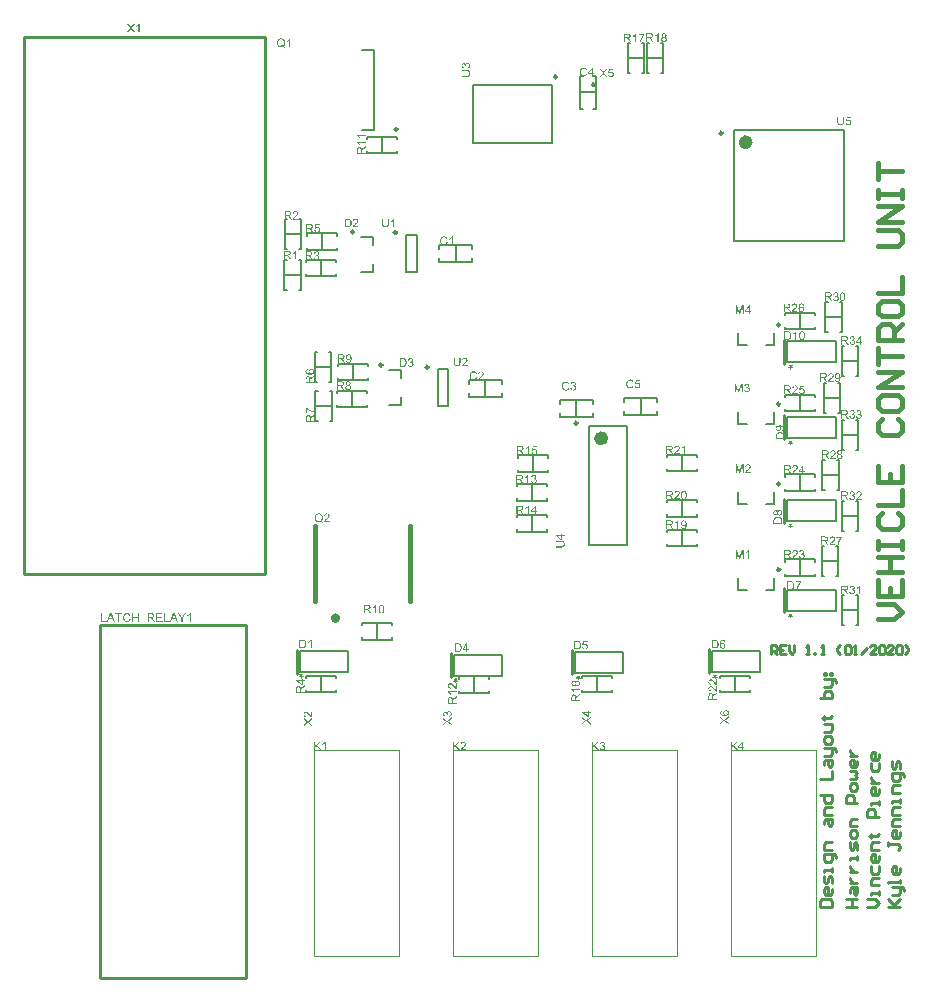
<source format=gbr>
%TF.GenerationSoftware,Altium Limited,Altium Designer,19.1.8 (144)*%
G04 Layer_Color=65535*
%FSLAX26Y26*%
%MOIN*%
%TF.FileFunction,Legend,Top*%
%TF.Part,Single*%
G01*
G75*
%TA.AperFunction,NonConductor*%
%ADD49C,0.009842*%
%ADD50C,0.023622*%
%ADD51C,0.005906*%
%ADD52C,0.010000*%
%ADD53C,0.007874*%
%ADD69C,0.015748*%
%ADD70C,0.003937*%
G36*
X2568588Y1261336D02*
X2568532Y1261281D01*
X2568477Y1261169D01*
X2568310Y1261003D01*
X2568088Y1260726D01*
X2567589Y1260060D01*
X2566923Y1259283D01*
X2566201Y1258450D01*
X2565480Y1257673D01*
X2564814Y1256951D01*
X2564536Y1256619D01*
X2564259Y1256397D01*
X2564314D01*
X2564425Y1256341D01*
X2564592D01*
X2564814Y1256285D01*
X2565147Y1256230D01*
X2565480Y1256119D01*
X2566312Y1255953D01*
X2567311Y1255730D01*
X2568366Y1255508D01*
X2570641Y1254898D01*
X2569476Y1251179D01*
X2569420D01*
X2569309Y1251235D01*
X2569087Y1251346D01*
X2568810Y1251401D01*
X2568477Y1251568D01*
X2568033Y1251735D01*
X2567145Y1252068D01*
X2566146Y1252456D01*
X2565147Y1252900D01*
X2564203Y1253344D01*
X2563426Y1253733D01*
Y1253677D01*
Y1253511D01*
X2563482Y1253289D01*
Y1252956D01*
X2563537Y1252567D01*
X2563593Y1252123D01*
X2563648Y1251124D01*
X2563759Y1250070D01*
X2563870Y1248959D01*
X2563926Y1248016D01*
Y1247572D01*
Y1247184D01*
X2560152D01*
Y1247239D01*
Y1247294D01*
Y1247461D01*
Y1247628D01*
X2560207Y1248238D01*
X2560263Y1248959D01*
X2560374Y1249903D01*
X2560429Y1251069D01*
X2560596Y1252345D01*
X2560762Y1253733D01*
X2560707D01*
X2560651Y1253677D01*
X2560485Y1253621D01*
X2560263Y1253511D01*
X2559708Y1253233D01*
X2558986Y1252900D01*
X2558098Y1252512D01*
X2557044Y1252068D01*
X2555878Y1251623D01*
X2554602Y1251179D01*
X2553381Y1254898D01*
X2553436D01*
X2553547Y1254954D01*
X2553714Y1255009D01*
X2553936Y1255064D01*
X2554269Y1255176D01*
X2554602Y1255286D01*
X2555434Y1255508D01*
X2556433Y1255730D01*
X2557543Y1256008D01*
X2558709Y1256230D01*
X2559930Y1256397D01*
X2559874Y1256452D01*
X2559652Y1256674D01*
X2559264Y1257007D01*
X2558764Y1257506D01*
X2558098Y1258228D01*
X2557377Y1259061D01*
X2556433Y1260115D01*
X2555434Y1261336D01*
X2558542Y1263501D01*
X2558598Y1263389D01*
X2558820Y1263112D01*
X2559153Y1262668D01*
X2559597Y1262057D01*
X2560096Y1261225D01*
X2560707Y1260282D01*
X2561428Y1259171D01*
X2562150Y1257950D01*
Y1258006D01*
X2562205Y1258117D01*
X2562316Y1258284D01*
X2562483Y1258561D01*
X2562816Y1259227D01*
X2563260Y1260004D01*
X2563815Y1260892D01*
X2564370Y1261835D01*
X2564980Y1262724D01*
X2565535Y1263501D01*
X2568588Y1261336D01*
D02*
G37*
G36*
Y1560168D02*
X2568532Y1560112D01*
X2568477Y1560002D01*
X2568310Y1559835D01*
X2568088Y1559557D01*
X2567589Y1558891D01*
X2566923Y1558114D01*
X2566201Y1557282D01*
X2565480Y1556505D01*
X2564814Y1555784D01*
X2564536Y1555450D01*
X2564259Y1555228D01*
X2564314D01*
X2564425Y1555173D01*
X2564592D01*
X2564814Y1555118D01*
X2565147Y1555062D01*
X2565480Y1554951D01*
X2566312Y1554784D01*
X2567311Y1554562D01*
X2568366Y1554341D01*
X2570641Y1553730D01*
X2569476Y1550012D01*
X2569420D01*
X2569309Y1550067D01*
X2569087Y1550178D01*
X2568810Y1550234D01*
X2568477Y1550400D01*
X2568033Y1550566D01*
X2567145Y1550899D01*
X2566146Y1551288D01*
X2565147Y1551732D01*
X2564203Y1552176D01*
X2563426Y1552564D01*
Y1552509D01*
Y1552342D01*
X2563482Y1552120D01*
Y1551787D01*
X2563537Y1551399D01*
X2563593Y1550955D01*
X2563648Y1549956D01*
X2563759Y1548901D01*
X2563870Y1547792D01*
X2563926Y1546848D01*
Y1546404D01*
Y1546015D01*
X2560152D01*
Y1546071D01*
Y1546127D01*
Y1546293D01*
Y1546459D01*
X2560207Y1547070D01*
X2560263Y1547792D01*
X2560374Y1548735D01*
X2560429Y1549900D01*
X2560596Y1551177D01*
X2560762Y1552564D01*
X2560707D01*
X2560651Y1552509D01*
X2560485Y1552454D01*
X2560263Y1552342D01*
X2559708Y1552065D01*
X2558986Y1551732D01*
X2558098Y1551343D01*
X2557044Y1550899D01*
X2555878Y1550456D01*
X2554602Y1550012D01*
X2553381Y1553730D01*
X2553436D01*
X2553547Y1553785D01*
X2553714Y1553841D01*
X2553936Y1553897D01*
X2554269Y1554007D01*
X2554602Y1554119D01*
X2555434Y1554341D01*
X2556433Y1554562D01*
X2557543Y1554840D01*
X2558709Y1555062D01*
X2559930Y1555228D01*
X2559874Y1555284D01*
X2559652Y1555506D01*
X2559264Y1555839D01*
X2558764Y1556339D01*
X2558098Y1557060D01*
X2557377Y1557892D01*
X2556433Y1558947D01*
X2555434Y1560168D01*
X2558542Y1562332D01*
X2558598Y1562222D01*
X2558820Y1561944D01*
X2559153Y1561500D01*
X2559597Y1560889D01*
X2560096Y1560057D01*
X2560707Y1559113D01*
X2561428Y1558004D01*
X2562150Y1556783D01*
Y1556838D01*
X2562205Y1556949D01*
X2562316Y1557116D01*
X2562483Y1557393D01*
X2562816Y1558059D01*
X2563260Y1558836D01*
X2563815Y1559724D01*
X2564370Y1560668D01*
X2564980Y1561555D01*
X2565535Y1562332D01*
X2568588Y1560168D01*
D02*
G37*
G36*
Y1837740D02*
X2568532Y1837685D01*
X2568477Y1837573D01*
X2568310Y1837407D01*
X2568088Y1837130D01*
X2567589Y1836464D01*
X2566923Y1835687D01*
X2566201Y1834854D01*
X2565480Y1834077D01*
X2564814Y1833355D01*
X2564536Y1833023D01*
X2564259Y1832801D01*
X2564314D01*
X2564425Y1832745D01*
X2564592D01*
X2564814Y1832689D01*
X2565147Y1832634D01*
X2565480Y1832523D01*
X2566312Y1832357D01*
X2567311Y1832134D01*
X2568366Y1831912D01*
X2570641Y1831302D01*
X2569476Y1827583D01*
X2569420D01*
X2569309Y1827639D01*
X2569087Y1827750D01*
X2568810Y1827805D01*
X2568477Y1827972D01*
X2568033Y1828139D01*
X2567145Y1828472D01*
X2566146Y1828860D01*
X2565147Y1829304D01*
X2564203Y1829748D01*
X2563426Y1830137D01*
Y1830081D01*
Y1829915D01*
X2563482Y1829693D01*
Y1829360D01*
X2563537Y1828971D01*
X2563593Y1828527D01*
X2563648Y1827528D01*
X2563759Y1826474D01*
X2563870Y1825363D01*
X2563926Y1824420D01*
Y1823976D01*
Y1823588D01*
X2560152D01*
Y1823643D01*
Y1823698D01*
Y1823865D01*
Y1824032D01*
X2560207Y1824642D01*
X2560263Y1825363D01*
X2560374Y1826307D01*
X2560429Y1827473D01*
X2560596Y1828749D01*
X2560762Y1830137D01*
X2560707D01*
X2560651Y1830081D01*
X2560485Y1830025D01*
X2560263Y1829915D01*
X2559708Y1829637D01*
X2558986Y1829304D01*
X2558098Y1828916D01*
X2557044Y1828472D01*
X2555878Y1828027D01*
X2554602Y1827583D01*
X2553381Y1831302D01*
X2553436D01*
X2553547Y1831358D01*
X2553714Y1831413D01*
X2553936Y1831468D01*
X2554269Y1831580D01*
X2554602Y1831690D01*
X2555434Y1831912D01*
X2556433Y1832134D01*
X2557543Y1832412D01*
X2558709Y1832634D01*
X2559930Y1832801D01*
X2559874Y1832856D01*
X2559652Y1833078D01*
X2559264Y1833411D01*
X2558764Y1833910D01*
X2558098Y1834632D01*
X2557377Y1835465D01*
X2556433Y1836519D01*
X2555434Y1837740D01*
X2558542Y1839905D01*
X2558598Y1839793D01*
X2558820Y1839516D01*
X2559153Y1839072D01*
X2559597Y1838461D01*
X2560096Y1837629D01*
X2560707Y1836686D01*
X2561428Y1835575D01*
X2562150Y1834354D01*
Y1834410D01*
X2562205Y1834521D01*
X2562316Y1834688D01*
X2562483Y1834965D01*
X2562816Y1835631D01*
X2563260Y1836408D01*
X2563815Y1837296D01*
X2564370Y1838239D01*
X2564980Y1839128D01*
X2565535Y1839905D01*
X2568588Y1837740D01*
D02*
G37*
G36*
Y2089515D02*
X2568532Y2089459D01*
X2568477Y2089349D01*
X2568310Y2089182D01*
X2568088Y2088905D01*
X2567589Y2088238D01*
X2566923Y2087461D01*
X2566201Y2086629D01*
X2565480Y2085852D01*
X2564814Y2085131D01*
X2564536Y2084798D01*
X2564259Y2084575D01*
X2564314D01*
X2564425Y2084520D01*
X2564592D01*
X2564814Y2084465D01*
X2565147Y2084409D01*
X2565480Y2084298D01*
X2566312Y2084131D01*
X2567311Y2083910D01*
X2568366Y2083688D01*
X2570641Y2083077D01*
X2569476Y2079358D01*
X2569420D01*
X2569309Y2079414D01*
X2569087Y2079525D01*
X2568810Y2079581D01*
X2568477Y2079747D01*
X2568033Y2079914D01*
X2567145Y2080247D01*
X2566146Y2080635D01*
X2565147Y2081079D01*
X2564203Y2081523D01*
X2563426Y2081912D01*
Y2081856D01*
Y2081689D01*
X2563482Y2081468D01*
Y2081135D01*
X2563537Y2080746D01*
X2563593Y2080302D01*
X2563648Y2079303D01*
X2563759Y2078249D01*
X2563870Y2077139D01*
X2563926Y2076195D01*
Y2075751D01*
Y2075363D01*
X2560152D01*
Y2075418D01*
Y2075474D01*
Y2075640D01*
Y2075807D01*
X2560207Y2076417D01*
X2560263Y2077139D01*
X2560374Y2078082D01*
X2560429Y2079247D01*
X2560596Y2080524D01*
X2560762Y2081912D01*
X2560707D01*
X2560651Y2081856D01*
X2560485Y2081800D01*
X2560263Y2081689D01*
X2559708Y2081412D01*
X2558986Y2081079D01*
X2558098Y2080691D01*
X2557044Y2080247D01*
X2555878Y2079802D01*
X2554602Y2079358D01*
X2553381Y2083077D01*
X2553436D01*
X2553547Y2083133D01*
X2553714Y2083188D01*
X2553936Y2083244D01*
X2554269Y2083354D01*
X2554602Y2083465D01*
X2555434Y2083688D01*
X2556433Y2083910D01*
X2557543Y2084187D01*
X2558709Y2084409D01*
X2559930Y2084575D01*
X2559874Y2084631D01*
X2559652Y2084853D01*
X2559264Y2085186D01*
X2558764Y2085686D01*
X2558098Y2086407D01*
X2557377Y2087240D01*
X2556433Y2088294D01*
X2555434Y2089515D01*
X2558542Y2091680D01*
X2558598Y2091568D01*
X2558820Y2091291D01*
X2559153Y2090847D01*
X2559597Y2090236D01*
X2560096Y2089404D01*
X2560707Y2088461D01*
X2561428Y2087351D01*
X2562150Y2086130D01*
Y2086185D01*
X2562205Y2086296D01*
X2562316Y2086463D01*
X2562483Y2086740D01*
X2562816Y2087406D01*
X2563260Y2088183D01*
X2563815Y2089071D01*
X2564370Y2090015D01*
X2564980Y2090903D01*
X2565535Y2091680D01*
X2568588Y2089515D01*
D02*
G37*
G36*
X1860206Y1054637D02*
X1860150Y1054582D01*
X1860095Y1054470D01*
X1859928Y1054304D01*
X1859706Y1054026D01*
X1859207Y1053361D01*
X1858541Y1052583D01*
X1857819Y1051751D01*
X1857098Y1050974D01*
X1856432Y1050253D01*
X1856154Y1049919D01*
X1855877Y1049697D01*
X1855932D01*
X1856043Y1049642D01*
X1856210D01*
X1856432Y1049586D01*
X1856765Y1049531D01*
X1857098Y1049420D01*
X1857930Y1049254D01*
X1858929Y1049032D01*
X1859984Y1048810D01*
X1862259Y1048199D01*
X1861094Y1044480D01*
X1861038D01*
X1860927Y1044536D01*
X1860705Y1044647D01*
X1860428Y1044703D01*
X1860095Y1044869D01*
X1859651Y1045035D01*
X1858763Y1045369D01*
X1857764Y1045757D01*
X1856765Y1046201D01*
X1855821Y1046645D01*
X1855044Y1047034D01*
Y1046978D01*
Y1046812D01*
X1855100Y1046590D01*
Y1046256D01*
X1855155Y1045868D01*
X1855211Y1045424D01*
X1855266Y1044425D01*
X1855377Y1043370D01*
X1855488Y1042261D01*
X1855544Y1041317D01*
Y1040873D01*
Y1040485D01*
X1851770D01*
Y1040540D01*
Y1040595D01*
Y1040762D01*
Y1040928D01*
X1851825Y1041539D01*
X1851881Y1042261D01*
X1851992Y1043204D01*
X1852047Y1044370D01*
X1852214Y1045646D01*
X1852380Y1047034D01*
X1852325D01*
X1852269Y1046978D01*
X1852103Y1046922D01*
X1851881Y1046812D01*
X1851326Y1046534D01*
X1850604Y1046201D01*
X1849716Y1045812D01*
X1848662Y1045369D01*
X1847496Y1044925D01*
X1846220Y1044480D01*
X1844999Y1048199D01*
X1845054D01*
X1845165Y1048255D01*
X1845332Y1048310D01*
X1845554Y1048366D01*
X1845887Y1048476D01*
X1846220Y1048588D01*
X1847052Y1048810D01*
X1848051Y1049032D01*
X1849161Y1049309D01*
X1850327Y1049531D01*
X1851548Y1049697D01*
X1851492Y1049753D01*
X1851270Y1049975D01*
X1850882Y1050308D01*
X1850382Y1050807D01*
X1849716Y1051529D01*
X1848995Y1052361D01*
X1848051Y1053416D01*
X1847052Y1054637D01*
X1850160Y1056802D01*
X1850216Y1056690D01*
X1850438Y1056413D01*
X1850771Y1055969D01*
X1851215Y1055359D01*
X1851714Y1054526D01*
X1852325Y1053582D01*
X1853046Y1052473D01*
X1853768Y1051252D01*
Y1051307D01*
X1853823Y1051418D01*
X1853934Y1051584D01*
X1854101Y1051862D01*
X1854434Y1052528D01*
X1854878Y1053305D01*
X1855433Y1054193D01*
X1855988Y1055137D01*
X1856598Y1056024D01*
X1857153Y1056802D01*
X1860206Y1054637D01*
D02*
G37*
G36*
X1451687Y1044962D02*
X1451631Y1044907D01*
X1451576Y1044796D01*
X1451409Y1044629D01*
X1451187Y1044352D01*
X1450688Y1043686D01*
X1450022Y1042909D01*
X1449300Y1042076D01*
X1448579Y1041299D01*
X1447913Y1040578D01*
X1447635Y1040245D01*
X1447358Y1040023D01*
X1447413D01*
X1447524Y1039967D01*
X1447691D01*
X1447913Y1039912D01*
X1448246Y1039856D01*
X1448579Y1039745D01*
X1449411Y1039579D01*
X1450410Y1039357D01*
X1451465Y1039135D01*
X1453740Y1038524D01*
X1452575Y1034806D01*
X1452519D01*
X1452408Y1034861D01*
X1452186Y1034972D01*
X1451909Y1035028D01*
X1451576Y1035194D01*
X1451132Y1035361D01*
X1450244Y1035694D01*
X1449245Y1036082D01*
X1448246Y1036526D01*
X1447302Y1036970D01*
X1446525Y1037359D01*
Y1037303D01*
Y1037137D01*
X1446581Y1036915D01*
Y1036582D01*
X1446636Y1036193D01*
X1446692Y1035749D01*
X1446747Y1034750D01*
X1446858Y1033696D01*
X1446969Y1032586D01*
X1447025Y1031642D01*
Y1031198D01*
Y1030810D01*
X1443251D01*
Y1030865D01*
Y1030921D01*
Y1031087D01*
Y1031254D01*
X1443306Y1031864D01*
X1443362Y1032586D01*
X1443473Y1033529D01*
X1443528Y1034695D01*
X1443695Y1035971D01*
X1443861Y1037359D01*
X1443806D01*
X1443750Y1037303D01*
X1443584Y1037248D01*
X1443362Y1037137D01*
X1442807Y1036859D01*
X1442085Y1036526D01*
X1441197Y1036138D01*
X1440143Y1035694D01*
X1438977Y1035250D01*
X1437701Y1034806D01*
X1436480Y1038524D01*
X1436535D01*
X1436646Y1038580D01*
X1436813Y1038635D01*
X1437035Y1038691D01*
X1437368Y1038802D01*
X1437701Y1038913D01*
X1438533Y1039135D01*
X1439532Y1039357D01*
X1440642Y1039634D01*
X1441808Y1039856D01*
X1443029Y1040023D01*
X1442973Y1040078D01*
X1442751Y1040300D01*
X1442363Y1040633D01*
X1441863Y1041133D01*
X1441197Y1041854D01*
X1440476Y1042687D01*
X1439532Y1043741D01*
X1438533Y1044962D01*
X1441641Y1047127D01*
X1441697Y1047016D01*
X1441919Y1046738D01*
X1442252Y1046294D01*
X1442696Y1045684D01*
X1443195Y1044851D01*
X1443806Y1043908D01*
X1444527Y1042798D01*
X1445249Y1041577D01*
Y1041632D01*
X1445304Y1041743D01*
X1445415Y1041910D01*
X1445582Y1042187D01*
X1445915Y1042853D01*
X1446359Y1043630D01*
X1446914Y1044518D01*
X1447469Y1045462D01*
X1448079Y1046350D01*
X1448634Y1047127D01*
X1451687Y1044962D01*
D02*
G37*
G36*
X937907Y1059726D02*
X937852Y1059671D01*
X937796Y1059560D01*
X937630Y1059393D01*
X937408Y1059116D01*
X936908Y1058450D01*
X936242Y1057673D01*
X935521Y1056840D01*
X934799Y1056063D01*
X934133Y1055342D01*
X933856Y1055009D01*
X933578Y1054787D01*
X933634D01*
X933745Y1054731D01*
X933911D01*
X934133Y1054676D01*
X934466Y1054620D01*
X934799Y1054509D01*
X935632Y1054343D01*
X936631Y1054121D01*
X937685Y1053899D01*
X939961Y1053288D01*
X938795Y1049570D01*
X938740D01*
X938629Y1049625D01*
X938407Y1049736D01*
X938129Y1049792D01*
X937796Y1049958D01*
X937352Y1050125D01*
X936464Y1050458D01*
X935465Y1050846D01*
X934466Y1051290D01*
X933523Y1051734D01*
X932746Y1052123D01*
Y1052067D01*
Y1051901D01*
X932801Y1051679D01*
Y1051346D01*
X932857Y1050957D01*
X932912Y1050513D01*
X932968Y1049514D01*
X933079Y1048460D01*
X933190Y1047350D01*
X933245Y1046406D01*
Y1045962D01*
Y1045574D01*
X929471D01*
Y1045629D01*
Y1045685D01*
Y1045851D01*
Y1046018D01*
X929527Y1046628D01*
X929582Y1047350D01*
X929693Y1048293D01*
X929749Y1049459D01*
X929915Y1050735D01*
X930082Y1052123D01*
X930026D01*
X929971Y1052067D01*
X929804Y1052012D01*
X929582Y1051901D01*
X929027Y1051623D01*
X928306Y1051290D01*
X927418Y1050902D01*
X926363Y1050458D01*
X925198Y1050014D01*
X923921Y1049570D01*
X922700Y1053288D01*
X922756D01*
X922867Y1053344D01*
X923033Y1053399D01*
X923255Y1053455D01*
X923588Y1053566D01*
X923921Y1053677D01*
X924754Y1053899D01*
X925753Y1054121D01*
X926863Y1054398D01*
X928028Y1054620D01*
X929249Y1054787D01*
X929194Y1054842D01*
X928972Y1055064D01*
X928583Y1055397D01*
X928084Y1055897D01*
X927418Y1056618D01*
X926696Y1057451D01*
X925753Y1058505D01*
X924754Y1059726D01*
X927862Y1061891D01*
X927917Y1061780D01*
X928139Y1061502D01*
X928472Y1061058D01*
X928916Y1060448D01*
X929416Y1059615D01*
X930026Y1058672D01*
X930748Y1057562D01*
X931469Y1056341D01*
Y1056396D01*
X931525Y1056507D01*
X931636Y1056674D01*
X931802Y1056951D01*
X932135Y1057617D01*
X932579Y1058394D01*
X933134Y1059282D01*
X933689Y1060226D01*
X934300Y1061114D01*
X934855Y1061891D01*
X937907Y1059726D01*
D02*
G37*
G36*
X2316714Y1057667D02*
X2316658Y1057611D01*
X2316603Y1057501D01*
X2316436Y1057334D01*
X2316214Y1057056D01*
X2315715Y1056390D01*
X2315049Y1055613D01*
X2314327Y1054781D01*
X2313606Y1054004D01*
X2312940Y1053283D01*
X2312662Y1052949D01*
X2312385Y1052727D01*
X2312440D01*
X2312551Y1052672D01*
X2312718D01*
X2312940Y1052617D01*
X2313273Y1052561D01*
X2313606Y1052450D01*
X2314438Y1052284D01*
X2315437Y1052062D01*
X2316492Y1051840D01*
X2318767Y1051229D01*
X2317602Y1047511D01*
X2317546D01*
X2317435Y1047566D01*
X2317213Y1047677D01*
X2316936Y1047733D01*
X2316603Y1047899D01*
X2316159Y1048065D01*
X2315271Y1048399D01*
X2314272Y1048787D01*
X2313273Y1049231D01*
X2312329Y1049675D01*
X2311552Y1050063D01*
Y1050008D01*
Y1049841D01*
X2311608Y1049620D01*
Y1049286D01*
X2311663Y1048898D01*
X2311719Y1048454D01*
X2311774Y1047455D01*
X2311885Y1046400D01*
X2311996Y1045291D01*
X2312052Y1044347D01*
Y1043903D01*
Y1043514D01*
X2308278D01*
Y1043570D01*
Y1043626D01*
Y1043792D01*
Y1043958D01*
X2308333Y1044569D01*
X2308389Y1045291D01*
X2308500Y1046234D01*
X2308555Y1047399D01*
X2308722Y1048676D01*
X2308888Y1050063D01*
X2308833D01*
X2308777Y1050008D01*
X2308611Y1049953D01*
X2308389Y1049841D01*
X2307834Y1049564D01*
X2307112Y1049231D01*
X2306224Y1048842D01*
X2305170Y1048399D01*
X2304004Y1047955D01*
X2302728Y1047511D01*
X2301507Y1051229D01*
X2301562D01*
X2301673Y1051284D01*
X2301840Y1051340D01*
X2302062Y1051396D01*
X2302395Y1051506D01*
X2302728Y1051618D01*
X2303560Y1051840D01*
X2304559Y1052062D01*
X2305669Y1052339D01*
X2306835Y1052561D01*
X2308056Y1052727D01*
X2308000Y1052783D01*
X2307778Y1053005D01*
X2307390Y1053338D01*
X2306890Y1053838D01*
X2306224Y1054559D01*
X2305503Y1055391D01*
X2304559Y1056446D01*
X2303560Y1057667D01*
X2306668Y1059832D01*
X2306724Y1059720D01*
X2306946Y1059443D01*
X2307279Y1058999D01*
X2307723Y1058389D01*
X2308222Y1057556D01*
X2308833Y1056612D01*
X2309554Y1055503D01*
X2310276Y1054282D01*
Y1054337D01*
X2310331Y1054448D01*
X2310442Y1054614D01*
X2310609Y1054892D01*
X2310942Y1055558D01*
X2311386Y1056335D01*
X2311941Y1057223D01*
X2312496Y1058167D01*
X2313106Y1059054D01*
X2313661Y1059832D01*
X2316714Y1057667D01*
D02*
G37*
G36*
X1448819Y1011035D02*
X1448777D01*
X1448611D01*
X1448361D01*
X1448028Y1011077D01*
X1447654Y1011118D01*
X1447238Y1011201D01*
X1446822Y1011285D01*
X1446364Y1011451D01*
X1446323D01*
X1446281Y1011493D01*
X1446032Y1011576D01*
X1445657Y1011742D01*
X1445158Y1011992D01*
X1444576Y1012325D01*
X1443910Y1012741D01*
X1443245Y1013198D01*
X1442537Y1013781D01*
X1442496D01*
X1442454Y1013864D01*
X1442205Y1014072D01*
X1441830Y1014446D01*
X1441289Y1014987D01*
X1440665Y1015611D01*
X1439917Y1016401D01*
X1439084Y1017358D01*
X1438211Y1018398D01*
X1438169Y1018440D01*
X1438044Y1018606D01*
X1437836Y1018856D01*
X1437587Y1019147D01*
X1437254Y1019521D01*
X1436880Y1019979D01*
X1436464Y1020437D01*
X1436006Y1020977D01*
X1435008Y1022017D01*
X1434009Y1023057D01*
X1433510Y1023557D01*
X1433011Y1024014D01*
X1432553Y1024430D01*
X1432096Y1024763D01*
X1432054D01*
X1432013Y1024846D01*
X1431888Y1024929D01*
X1431721Y1025013D01*
X1431264Y1025304D01*
X1430723Y1025637D01*
X1430057Y1025928D01*
X1429350Y1026219D01*
X1428560Y1026385D01*
X1427811Y1026469D01*
X1427769D01*
X1427728D01*
X1427478Y1026427D01*
X1427062Y1026385D01*
X1426604Y1026261D01*
X1426022Y1026094D01*
X1425440Y1025803D01*
X1424857Y1025429D01*
X1424275Y1024929D01*
X1424192Y1024846D01*
X1424025Y1024638D01*
X1423817Y1024347D01*
X1423526Y1023889D01*
X1423276Y1023307D01*
X1423027Y1022641D01*
X1422861Y1021851D01*
X1422819Y1020977D01*
Y1020728D01*
X1422861Y1020561D01*
X1422902Y1020062D01*
X1423027Y1019480D01*
X1423193Y1018856D01*
X1423485Y1018149D01*
X1423859Y1017483D01*
X1424358Y1016859D01*
X1424441Y1016776D01*
X1424649Y1016609D01*
X1424982Y1016360D01*
X1425481Y1016110D01*
X1426064Y1015819D01*
X1426812Y1015569D01*
X1427645Y1015403D01*
X1428601Y1015320D01*
X1428227Y1011701D01*
X1428185D01*
X1428061Y1011742D01*
X1427852D01*
X1427561Y1011784D01*
X1427228Y1011867D01*
X1426854Y1011950D01*
X1426397Y1012075D01*
X1425939Y1012200D01*
X1424940Y1012533D01*
X1423942Y1013032D01*
X1423443Y1013323D01*
X1422944Y1013697D01*
X1422486Y1014072D01*
X1422070Y1014488D01*
X1422028Y1014529D01*
X1421987Y1014613D01*
X1421862Y1014737D01*
X1421737Y1014945D01*
X1421571Y1015195D01*
X1421405Y1015486D01*
X1421197Y1015819D01*
X1420988Y1016235D01*
X1420781Y1016693D01*
X1420572Y1017192D01*
X1420406Y1017733D01*
X1420240Y1018315D01*
X1420115Y1018939D01*
X1419990Y1019605D01*
X1419948Y1020312D01*
X1419907Y1021061D01*
Y1021477D01*
X1419948Y1021768D01*
X1419990Y1022101D01*
X1420032Y1022517D01*
X1420115Y1022974D01*
X1420198Y1023432D01*
X1420489Y1024513D01*
X1420905Y1025595D01*
X1421155Y1026136D01*
X1421446Y1026677D01*
X1421821Y1027176D01*
X1422236Y1027633D01*
X1422278Y1027675D01*
X1422320Y1027758D01*
X1422486Y1027841D01*
X1422652Y1028008D01*
X1422861Y1028216D01*
X1423152Y1028424D01*
X1423443Y1028632D01*
X1423817Y1028881D01*
X1424608Y1029297D01*
X1425606Y1029713D01*
X1426105Y1029880D01*
X1426688Y1029963D01*
X1427270Y1030046D01*
X1427894Y1030088D01*
X1427977D01*
X1428185D01*
X1428518Y1030046D01*
X1428976Y1030005D01*
X1429475Y1029921D01*
X1430057Y1029755D01*
X1430681Y1029589D01*
X1431305Y1029339D01*
X1431389Y1029297D01*
X1431597Y1029214D01*
X1431929Y1029048D01*
X1432387Y1028798D01*
X1432886Y1028465D01*
X1433510Y1028049D01*
X1434134Y1027550D01*
X1434841Y1026968D01*
X1434925Y1026885D01*
X1435174Y1026677D01*
X1435382Y1026469D01*
X1435590Y1026261D01*
X1435840Y1026011D01*
X1436172Y1025678D01*
X1436505Y1025345D01*
X1436880Y1024929D01*
X1437296Y1024513D01*
X1437753Y1024014D01*
X1438211Y1023473D01*
X1438752Y1022891D01*
X1439293Y1022225D01*
X1439875Y1021560D01*
X1439917Y1021518D01*
X1440000Y1021435D01*
X1440124Y1021269D01*
X1440291Y1021061D01*
X1440541Y1020811D01*
X1440790Y1020520D01*
X1441331Y1019854D01*
X1441955Y1019147D01*
X1442579Y1018481D01*
X1443120Y1017899D01*
X1443328Y1017649D01*
X1443536Y1017441D01*
X1443577Y1017400D01*
X1443702Y1017275D01*
X1443869Y1017109D01*
X1444118Y1016901D01*
X1444409Y1016693D01*
X1444700Y1016443D01*
X1445408Y1015944D01*
Y1030129D01*
X1448819D01*
Y1011035D01*
D02*
G37*
G36*
Y998929D02*
X1426313D01*
X1426355Y998888D01*
X1426521Y998680D01*
X1426771Y998430D01*
X1427062Y998014D01*
X1427437Y997557D01*
X1427852Y996974D01*
X1428310Y996309D01*
X1428768Y995560D01*
Y995518D01*
X1428809Y995477D01*
X1428976Y995227D01*
X1429184Y994811D01*
X1429433Y994312D01*
X1429725Y993729D01*
X1430016Y993105D01*
X1430307Y992481D01*
X1430556Y991857D01*
X1427145D01*
Y991899D01*
X1427062Y991982D01*
X1427021Y992149D01*
X1426896Y992357D01*
X1426771Y992606D01*
X1426604Y992897D01*
X1426188Y993605D01*
X1425731Y994437D01*
X1425149Y995269D01*
X1424483Y996142D01*
X1423776Y997016D01*
X1423734Y997057D01*
X1423693Y997099D01*
X1423568Y997224D01*
X1423443Y997390D01*
X1423027Y997765D01*
X1422528Y998264D01*
X1421945Y998763D01*
X1421280Y999304D01*
X1420614Y999761D01*
X1419907Y1000177D01*
Y1002465D01*
X1448819D01*
Y998929D01*
D02*
G37*
G36*
Y982165D02*
X1442829Y978379D01*
X1442787D01*
X1442704Y978296D01*
X1442579Y978213D01*
X1442412Y978088D01*
X1441955Y977797D01*
X1441372Y977422D01*
X1440748Y976965D01*
X1440083Y976507D01*
X1439459Y976049D01*
X1438877Y975633D01*
X1438835Y975592D01*
X1438668Y975467D01*
X1438419Y975259D01*
X1438128Y974968D01*
X1437504Y974344D01*
X1437213Y974011D01*
X1436963Y973678D01*
X1436921Y973637D01*
X1436880Y973553D01*
X1436796Y973387D01*
X1436672Y973137D01*
X1436547Y972888D01*
X1436422Y972597D01*
X1436214Y971931D01*
Y971889D01*
X1436172Y971806D01*
Y971640D01*
X1436131Y971432D01*
X1436089Y971141D01*
Y970808D01*
X1436048Y970350D01*
Y965441D01*
X1448819D01*
Y961614D01*
X1420032D01*
Y974968D01*
X1420073Y975301D01*
Y975675D01*
X1420115Y976549D01*
X1420240Y977464D01*
X1420364Y978462D01*
X1420572Y979377D01*
X1420697Y979835D01*
X1420822Y980209D01*
Y980251D01*
X1420864Y980293D01*
X1420988Y980542D01*
X1421155Y980917D01*
X1421446Y981374D01*
X1421821Y981873D01*
X1422320Y982414D01*
X1422902Y982913D01*
X1423568Y983413D01*
X1423609D01*
X1423651Y983454D01*
X1423900Y983621D01*
X1424316Y983787D01*
X1424857Y984037D01*
X1425481Y984245D01*
X1426230Y984453D01*
X1427021Y984577D01*
X1427894Y984619D01*
X1427936D01*
X1428019D01*
X1428185D01*
X1428393Y984577D01*
X1428685D01*
X1428976Y984536D01*
X1429683Y984369D01*
X1430515Y984120D01*
X1431389Y983787D01*
X1432262Y983288D01*
X1432678Y982955D01*
X1433094Y982622D01*
X1433136Y982581D01*
X1433177Y982539D01*
X1433302Y982414D01*
X1433427Y982248D01*
X1433593Y982040D01*
X1433760Y981790D01*
X1433968Y981457D01*
X1434217Y981125D01*
X1434425Y980709D01*
X1434633Y980251D01*
X1434883Y979752D01*
X1435091Y979211D01*
X1435257Y978587D01*
X1435465Y977963D01*
X1435590Y977256D01*
X1435715Y976507D01*
X1435756Y976590D01*
X1435840Y976757D01*
X1436006Y977006D01*
X1436172Y977339D01*
X1436630Y978088D01*
X1436921Y978462D01*
X1437171Y978795D01*
X1437254Y978878D01*
X1437462Y979086D01*
X1437795Y979419D01*
X1438211Y979835D01*
X1438793Y980293D01*
X1439417Y980833D01*
X1440166Y981374D01*
X1440998Y981957D01*
X1448819Y986907D01*
Y982165D01*
D02*
G37*
G36*
X1179573Y1262835D02*
X1176037D01*
Y1285341D01*
X1175996Y1285300D01*
X1175788Y1285133D01*
X1175538Y1284883D01*
X1175122Y1284592D01*
X1174665Y1284218D01*
X1174082Y1283802D01*
X1173417Y1283344D01*
X1172668Y1282887D01*
X1172626D01*
X1172585Y1282845D01*
X1172335Y1282679D01*
X1171919Y1282471D01*
X1171420Y1282221D01*
X1170837Y1281930D01*
X1170213Y1281639D01*
X1169589Y1281348D01*
X1168965Y1281098D01*
Y1284509D01*
X1169007D01*
X1169090Y1284592D01*
X1169257Y1284634D01*
X1169465Y1284759D01*
X1169714Y1284883D01*
X1170005Y1285050D01*
X1170713Y1285466D01*
X1171545Y1285924D01*
X1172377Y1286506D01*
X1173250Y1287171D01*
X1174124Y1287879D01*
X1174165Y1287920D01*
X1174207Y1287962D01*
X1174332Y1288087D01*
X1174498Y1288211D01*
X1174873Y1288628D01*
X1175372Y1289127D01*
X1175871Y1289709D01*
X1176412Y1290375D01*
X1176869Y1291040D01*
X1177285Y1291747D01*
X1179573D01*
Y1262835D01*
D02*
G37*
G36*
X1152409Y1291581D02*
X1152783D01*
X1153657Y1291540D01*
X1154572Y1291415D01*
X1155570Y1291290D01*
X1156485Y1291082D01*
X1156943Y1290957D01*
X1157317Y1290832D01*
X1157359D01*
X1157401Y1290791D01*
X1157650Y1290666D01*
X1158025Y1290499D01*
X1158482Y1290208D01*
X1158981Y1289834D01*
X1159522Y1289335D01*
X1160021Y1288752D01*
X1160521Y1288087D01*
Y1288045D01*
X1160562Y1288004D01*
X1160729Y1287754D01*
X1160895Y1287338D01*
X1161145Y1286797D01*
X1161353Y1286173D01*
X1161561Y1285424D01*
X1161685Y1284634D01*
X1161727Y1283760D01*
Y1283719D01*
Y1283636D01*
Y1283469D01*
X1161685Y1283261D01*
Y1282970D01*
X1161644Y1282679D01*
X1161477Y1281972D01*
X1161228Y1281139D01*
X1160895Y1280266D01*
X1160396Y1279392D01*
X1160063Y1278976D01*
X1159730Y1278560D01*
X1159689Y1278519D01*
X1159647Y1278477D01*
X1159522Y1278352D01*
X1159356Y1278227D01*
X1159148Y1278061D01*
X1158898Y1277895D01*
X1158565Y1277687D01*
X1158233Y1277437D01*
X1157817Y1277229D01*
X1157359Y1277021D01*
X1156860Y1276772D01*
X1156319Y1276563D01*
X1155695Y1276397D01*
X1155071Y1276189D01*
X1154364Y1276064D01*
X1153615Y1275939D01*
X1153698Y1275898D01*
X1153865Y1275815D01*
X1154114Y1275648D01*
X1154447Y1275482D01*
X1155196Y1275024D01*
X1155570Y1274733D01*
X1155903Y1274484D01*
X1155986Y1274400D01*
X1156194Y1274192D01*
X1156527Y1273860D01*
X1156943Y1273444D01*
X1157401Y1272861D01*
X1157941Y1272237D01*
X1158482Y1271488D01*
X1159065Y1270656D01*
X1164015Y1262835D01*
X1159273D01*
X1155487Y1268826D01*
Y1268868D01*
X1155404Y1268951D01*
X1155321Y1269075D01*
X1155196Y1269242D01*
X1154905Y1269699D01*
X1154530Y1270282D01*
X1154073Y1270906D01*
X1153615Y1271572D01*
X1153157Y1272196D01*
X1152741Y1272778D01*
X1152700Y1272820D01*
X1152575Y1272986D01*
X1152367Y1273236D01*
X1152076Y1273527D01*
X1151452Y1274151D01*
X1151119Y1274442D01*
X1150786Y1274691D01*
X1150745Y1274733D01*
X1150661Y1274775D01*
X1150495Y1274858D01*
X1150245Y1274983D01*
X1149996Y1275108D01*
X1149705Y1275232D01*
X1149039Y1275440D01*
X1148997D01*
X1148914Y1275482D01*
X1148748D01*
X1148540Y1275524D01*
X1148249Y1275565D01*
X1147916D01*
X1147458Y1275607D01*
X1142549D01*
Y1262835D01*
X1138722D01*
Y1291623D01*
X1152076D01*
X1152409Y1291581D01*
D02*
G37*
G36*
X1198876Y1291706D02*
X1199417Y1291623D01*
X1200041Y1291498D01*
X1200706Y1291332D01*
X1201413Y1291123D01*
X1202079Y1290791D01*
X1202121D01*
X1202162Y1290749D01*
X1202370Y1290624D01*
X1202703Y1290416D01*
X1203119Y1290125D01*
X1203577Y1289709D01*
X1204076Y1289252D01*
X1204533Y1288711D01*
X1204991Y1288087D01*
X1205033Y1288004D01*
X1205199Y1287795D01*
X1205365Y1287421D01*
X1205657Y1286880D01*
X1205906Y1286256D01*
X1206239Y1285549D01*
X1206530Y1284717D01*
X1206780Y1283802D01*
Y1283760D01*
X1206821Y1283677D01*
X1206863Y1283552D01*
X1206905Y1283344D01*
X1206946Y1283095D01*
X1206988Y1282803D01*
X1207071Y1282429D01*
X1207113Y1282013D01*
X1207196Y1281555D01*
X1207237Y1281056D01*
X1207279Y1280474D01*
X1207362Y1279891D01*
X1207404Y1279226D01*
Y1278560D01*
X1207445Y1277812D01*
Y1277021D01*
Y1276979D01*
Y1276813D01*
Y1276522D01*
Y1276189D01*
X1207404Y1275732D01*
Y1275232D01*
X1207362Y1274691D01*
X1207321Y1274109D01*
X1207196Y1272778D01*
X1206988Y1271405D01*
X1206738Y1270074D01*
X1206572Y1269450D01*
X1206364Y1268826D01*
Y1268784D01*
X1206322Y1268701D01*
X1206239Y1268535D01*
X1206156Y1268327D01*
X1206073Y1268035D01*
X1205906Y1267744D01*
X1205573Y1267037D01*
X1205157Y1266288D01*
X1204617Y1265456D01*
X1203993Y1264707D01*
X1203244Y1264000D01*
X1203202D01*
X1203161Y1263917D01*
X1203036Y1263834D01*
X1202869Y1263751D01*
X1202661Y1263626D01*
X1202453Y1263459D01*
X1201829Y1263168D01*
X1201081Y1262877D01*
X1200207Y1262586D01*
X1199167Y1262419D01*
X1198044Y1262336D01*
X1197628D01*
X1197337Y1262378D01*
X1197004Y1262419D01*
X1196588Y1262503D01*
X1196130Y1262586D01*
X1195631Y1262711D01*
X1195132Y1262877D01*
X1194591Y1263043D01*
X1194050Y1263293D01*
X1193509Y1263584D01*
X1192969Y1263917D01*
X1192428Y1264333D01*
X1191929Y1264791D01*
X1191471Y1265290D01*
X1191429Y1265332D01*
X1191346Y1265456D01*
X1191221Y1265664D01*
X1191013Y1265997D01*
X1190805Y1266371D01*
X1190597Y1266871D01*
X1190306Y1267453D01*
X1190057Y1268119D01*
X1189807Y1268868D01*
X1189557Y1269741D01*
X1189308Y1270698D01*
X1189100Y1271780D01*
X1188892Y1272944D01*
X1188767Y1274192D01*
X1188684Y1275565D01*
X1188642Y1277021D01*
Y1277063D01*
Y1277229D01*
Y1277520D01*
Y1277853D01*
X1188684Y1278311D01*
Y1278810D01*
X1188725Y1279351D01*
X1188767Y1279975D01*
X1188892Y1281264D01*
X1189100Y1282637D01*
X1189349Y1284010D01*
X1189516Y1284634D01*
X1189682Y1285258D01*
Y1285300D01*
X1189724Y1285383D01*
X1189807Y1285549D01*
X1189890Y1285757D01*
X1189973Y1286048D01*
X1190140Y1286340D01*
X1190473Y1287047D01*
X1190889Y1287795D01*
X1191429Y1288586D01*
X1192053Y1289376D01*
X1192802Y1290042D01*
X1192844D01*
X1192885Y1290125D01*
X1193010Y1290208D01*
X1193177Y1290292D01*
X1193385Y1290458D01*
X1193634Y1290583D01*
X1194258Y1290916D01*
X1195007Y1291207D01*
X1195881Y1291498D01*
X1196921Y1291664D01*
X1198044Y1291747D01*
X1198418D01*
X1198876Y1291706D01*
D02*
G37*
G36*
X2209953Y1793273D02*
X2206417D01*
Y1815779D01*
X2206375Y1815737D01*
X2206167Y1815571D01*
X2205917Y1815321D01*
X2205501Y1815030D01*
X2205044Y1814655D01*
X2204461Y1814239D01*
X2203796Y1813782D01*
X2203047Y1813324D01*
X2203005D01*
X2202964Y1813283D01*
X2202714Y1813116D01*
X2202298Y1812908D01*
X2201799Y1812659D01*
X2201217Y1812367D01*
X2200593Y1812076D01*
X2199969Y1811785D01*
X2199345Y1811535D01*
Y1814947D01*
X2199386D01*
X2199469Y1815030D01*
X2199636Y1815071D01*
X2199844Y1815196D01*
X2200093Y1815321D01*
X2200385Y1815487D01*
X2201092Y1815903D01*
X2201924Y1816361D01*
X2202756Y1816943D01*
X2203629Y1817609D01*
X2204503Y1818316D01*
X2204545Y1818358D01*
X2204586Y1818399D01*
X2204711Y1818524D01*
X2204877Y1818649D01*
X2205252Y1819065D01*
X2205751Y1819564D01*
X2206250Y1820147D01*
X2206791Y1820812D01*
X2207249Y1821478D01*
X2207665Y1822185D01*
X2209953D01*
Y1793273D01*
D02*
G37*
G36*
X2184493Y1822143D02*
X2184826Y1822102D01*
X2185242Y1822060D01*
X2185700Y1821977D01*
X2186157Y1821894D01*
X2187239Y1821603D01*
X2188321Y1821187D01*
X2188861Y1820937D01*
X2189402Y1820646D01*
X2189901Y1820271D01*
X2190359Y1819855D01*
X2190401Y1819814D01*
X2190484Y1819772D01*
X2190567Y1819606D01*
X2190733Y1819439D01*
X2190941Y1819231D01*
X2191149Y1818940D01*
X2191357Y1818649D01*
X2191607Y1818275D01*
X2192023Y1817484D01*
X2192439Y1816486D01*
X2192605Y1815987D01*
X2192689Y1815404D01*
X2192772Y1814822D01*
X2192813Y1814198D01*
Y1814115D01*
Y1813907D01*
X2192772Y1813574D01*
X2192730Y1813116D01*
X2192647Y1812617D01*
X2192481Y1812035D01*
X2192314Y1811411D01*
X2192065Y1810787D01*
X2192023Y1810703D01*
X2191940Y1810495D01*
X2191773Y1810163D01*
X2191524Y1809705D01*
X2191191Y1809206D01*
X2190775Y1808582D01*
X2190276Y1807958D01*
X2189693Y1807251D01*
X2189610Y1807167D01*
X2189402Y1806918D01*
X2189194Y1806710D01*
X2188986Y1806502D01*
X2188737Y1806252D01*
X2188404Y1805919D01*
X2188071Y1805587D01*
X2187655Y1805212D01*
X2187239Y1804796D01*
X2186740Y1804339D01*
X2186199Y1803881D01*
X2185617Y1803340D01*
X2184951Y1802799D01*
X2184285Y1802217D01*
X2184244Y1802175D01*
X2184161Y1802092D01*
X2183994Y1801967D01*
X2183786Y1801801D01*
X2183537Y1801551D01*
X2183245Y1801302D01*
X2182580Y1800761D01*
X2181873Y1800137D01*
X2181207Y1799513D01*
X2180625Y1798972D01*
X2180375Y1798764D01*
X2180167Y1798556D01*
X2180125Y1798515D01*
X2180001Y1798390D01*
X2179834Y1798223D01*
X2179626Y1797974D01*
X2179418Y1797683D01*
X2179169Y1797391D01*
X2178669Y1796684D01*
X2192855D01*
Y1793273D01*
X2173761D01*
Y1793315D01*
Y1793481D01*
Y1793731D01*
X2173802Y1794063D01*
X2173844Y1794438D01*
X2173927Y1794854D01*
X2174010Y1795270D01*
X2174177Y1795727D01*
Y1795769D01*
X2174218Y1795811D01*
X2174301Y1796060D01*
X2174468Y1796435D01*
X2174717Y1796934D01*
X2175050Y1797516D01*
X2175466Y1798182D01*
X2175924Y1798847D01*
X2176506Y1799555D01*
Y1799596D01*
X2176589Y1799638D01*
X2176797Y1799887D01*
X2177172Y1800262D01*
X2177713Y1800803D01*
X2178337Y1801427D01*
X2179127Y1802175D01*
X2180084Y1803007D01*
X2181124Y1803881D01*
X2181165Y1803923D01*
X2181332Y1804047D01*
X2181581Y1804255D01*
X2181873Y1804505D01*
X2182247Y1804838D01*
X2182705Y1805212D01*
X2183162Y1805628D01*
X2183703Y1806086D01*
X2184743Y1807084D01*
X2185783Y1808083D01*
X2186282Y1808582D01*
X2186740Y1809081D01*
X2187156Y1809539D01*
X2187489Y1809996D01*
Y1810038D01*
X2187572Y1810079D01*
X2187655Y1810204D01*
X2187738Y1810371D01*
X2188029Y1810828D01*
X2188362Y1811369D01*
X2188653Y1812035D01*
X2188945Y1812742D01*
X2189111Y1813532D01*
X2189194Y1814281D01*
Y1814323D01*
Y1814364D01*
X2189153Y1814614D01*
X2189111Y1815030D01*
X2188986Y1815487D01*
X2188820Y1816070D01*
X2188529Y1816652D01*
X2188154Y1817235D01*
X2187655Y1817817D01*
X2187572Y1817900D01*
X2187364Y1818067D01*
X2187073Y1818275D01*
X2186615Y1818566D01*
X2186033Y1818815D01*
X2185367Y1819065D01*
X2184577Y1819231D01*
X2183703Y1819273D01*
X2183453D01*
X2183287Y1819231D01*
X2182788Y1819190D01*
X2182205Y1819065D01*
X2181581Y1818899D01*
X2180874Y1818607D01*
X2180209Y1818233D01*
X2179585Y1817734D01*
X2179501Y1817651D01*
X2179335Y1817443D01*
X2179085Y1817110D01*
X2178836Y1816611D01*
X2178545Y1816028D01*
X2178295Y1815279D01*
X2178129Y1814447D01*
X2178045Y1813491D01*
X2174426Y1813865D01*
Y1813907D01*
X2174468Y1814031D01*
Y1814239D01*
X2174509Y1814531D01*
X2174593Y1814863D01*
X2174676Y1815238D01*
X2174801Y1815695D01*
X2174925Y1816153D01*
X2175258Y1817151D01*
X2175757Y1818150D01*
X2176049Y1818649D01*
X2176423Y1819148D01*
X2176797Y1819606D01*
X2177213Y1820022D01*
X2177255Y1820063D01*
X2177338Y1820105D01*
X2177463Y1820230D01*
X2177671Y1820355D01*
X2177921Y1820521D01*
X2178212Y1820687D01*
X2178545Y1820895D01*
X2178961Y1821103D01*
X2179418Y1821311D01*
X2179917Y1821519D01*
X2180458Y1821686D01*
X2181041Y1821852D01*
X2181665Y1821977D01*
X2182330Y1822102D01*
X2183037Y1822143D01*
X2183786Y1822185D01*
X2184202D01*
X2184493Y1822143D01*
D02*
G37*
G36*
X2160407Y1822019D02*
X2160781D01*
X2161655Y1821977D01*
X2162570Y1821852D01*
X2163569Y1821727D01*
X2164484Y1821519D01*
X2164941Y1821395D01*
X2165316Y1821270D01*
X2165357D01*
X2165399Y1821228D01*
X2165649Y1821103D01*
X2166023Y1820937D01*
X2166481Y1820646D01*
X2166980Y1820271D01*
X2167521Y1819772D01*
X2168020Y1819190D01*
X2168519Y1818524D01*
Y1818483D01*
X2168561Y1818441D01*
X2168727Y1818191D01*
X2168893Y1817775D01*
X2169143Y1817235D01*
X2169351Y1816611D01*
X2169559Y1815862D01*
X2169684Y1815071D01*
X2169725Y1814198D01*
Y1814156D01*
Y1814073D01*
Y1813907D01*
X2169684Y1813699D01*
Y1813407D01*
X2169642Y1813116D01*
X2169476Y1812409D01*
X2169226Y1811577D01*
X2168893Y1810703D01*
X2168394Y1809830D01*
X2168061Y1809414D01*
X2167729Y1808998D01*
X2167687Y1808956D01*
X2167645Y1808915D01*
X2167521Y1808790D01*
X2167354Y1808665D01*
X2167146Y1808499D01*
X2166897Y1808332D01*
X2166564Y1808124D01*
X2166231Y1807875D01*
X2165815Y1807667D01*
X2165357Y1807459D01*
X2164858Y1807209D01*
X2164317Y1807001D01*
X2163693Y1806835D01*
X2163069Y1806627D01*
X2162362Y1806502D01*
X2161613Y1806377D01*
X2161697Y1806335D01*
X2161863Y1806252D01*
X2162113Y1806086D01*
X2162445Y1805919D01*
X2163194Y1805462D01*
X2163569Y1805171D01*
X2163901Y1804921D01*
X2163985Y1804838D01*
X2164193Y1804630D01*
X2164525Y1804297D01*
X2164941Y1803881D01*
X2165399Y1803299D01*
X2165940Y1802675D01*
X2166481Y1801926D01*
X2167063Y1801094D01*
X2172013Y1793273D01*
X2167271D01*
X2163485Y1799263D01*
Y1799305D01*
X2163402Y1799388D01*
X2163319Y1799513D01*
X2163194Y1799679D01*
X2162903Y1800137D01*
X2162529Y1800719D01*
X2162071Y1801343D01*
X2161613Y1802009D01*
X2161156Y1802633D01*
X2160740Y1803215D01*
X2160698Y1803257D01*
X2160573Y1803423D01*
X2160365Y1803673D01*
X2160074Y1803964D01*
X2159450Y1804588D01*
X2159117Y1804879D01*
X2158785Y1805129D01*
X2158743Y1805171D01*
X2158660Y1805212D01*
X2158493Y1805295D01*
X2158244Y1805420D01*
X2157994Y1805545D01*
X2157703Y1805670D01*
X2157037Y1805878D01*
X2156996D01*
X2156913Y1805919D01*
X2156746D01*
X2156538Y1805961D01*
X2156247Y1806003D01*
X2155914D01*
X2155457Y1806044D01*
X2150548D01*
Y1793273D01*
X2146721D01*
Y1822060D01*
X2160074D01*
X2160407Y1822019D01*
D02*
G37*
G36*
X2184493Y1671422D02*
X2184826Y1671381D01*
X2185242Y1671339D01*
X2185700Y1671256D01*
X2186157Y1671173D01*
X2187239Y1670882D01*
X2188321Y1670466D01*
X2188861Y1670216D01*
X2189402Y1669925D01*
X2189901Y1669550D01*
X2190359Y1669134D01*
X2190401Y1669093D01*
X2190484Y1669051D01*
X2190567Y1668885D01*
X2190733Y1668718D01*
X2190941Y1668510D01*
X2191149Y1668219D01*
X2191357Y1667928D01*
X2191607Y1667554D01*
X2192023Y1666763D01*
X2192439Y1665765D01*
X2192605Y1665266D01*
X2192689Y1664683D01*
X2192772Y1664101D01*
X2192813Y1663477D01*
Y1663394D01*
Y1663186D01*
X2192772Y1662853D01*
X2192730Y1662395D01*
X2192647Y1661896D01*
X2192481Y1661314D01*
X2192314Y1660690D01*
X2192065Y1660066D01*
X2192023Y1659982D01*
X2191940Y1659774D01*
X2191773Y1659442D01*
X2191524Y1658984D01*
X2191191Y1658485D01*
X2190775Y1657861D01*
X2190276Y1657237D01*
X2189693Y1656530D01*
X2189610Y1656446D01*
X2189402Y1656197D01*
X2189194Y1655989D01*
X2188986Y1655781D01*
X2188737Y1655531D01*
X2188404Y1655198D01*
X2188071Y1654866D01*
X2187655Y1654491D01*
X2187239Y1654075D01*
X2186740Y1653618D01*
X2186199Y1653160D01*
X2185617Y1652619D01*
X2184951Y1652078D01*
X2184285Y1651496D01*
X2184244Y1651454D01*
X2184161Y1651371D01*
X2183994Y1651246D01*
X2183786Y1651080D01*
X2183537Y1650830D01*
X2183245Y1650581D01*
X2182580Y1650040D01*
X2181873Y1649416D01*
X2181207Y1648792D01*
X2180625Y1648251D01*
X2180375Y1648043D01*
X2180167Y1647835D01*
X2180125Y1647794D01*
X2180001Y1647669D01*
X2179834Y1647502D01*
X2179626Y1647253D01*
X2179418Y1646962D01*
X2179169Y1646670D01*
X2178669Y1645963D01*
X2192855D01*
Y1642552D01*
X2173761D01*
Y1642594D01*
Y1642760D01*
Y1643010D01*
X2173802Y1643342D01*
X2173844Y1643717D01*
X2173927Y1644133D01*
X2174010Y1644549D01*
X2174177Y1645006D01*
Y1645048D01*
X2174218Y1645090D01*
X2174301Y1645339D01*
X2174468Y1645714D01*
X2174717Y1646213D01*
X2175050Y1646795D01*
X2175466Y1647461D01*
X2175924Y1648126D01*
X2176506Y1648834D01*
Y1648875D01*
X2176589Y1648917D01*
X2176797Y1649166D01*
X2177172Y1649541D01*
X2177713Y1650082D01*
X2178337Y1650706D01*
X2179127Y1651454D01*
X2180084Y1652286D01*
X2181124Y1653160D01*
X2181165Y1653202D01*
X2181332Y1653326D01*
X2181581Y1653534D01*
X2181873Y1653784D01*
X2182247Y1654117D01*
X2182705Y1654491D01*
X2183162Y1654907D01*
X2183703Y1655365D01*
X2184743Y1656363D01*
X2185783Y1657362D01*
X2186282Y1657861D01*
X2186740Y1658360D01*
X2187156Y1658818D01*
X2187489Y1659275D01*
Y1659317D01*
X2187572Y1659358D01*
X2187655Y1659483D01*
X2187738Y1659650D01*
X2188029Y1660107D01*
X2188362Y1660648D01*
X2188653Y1661314D01*
X2188945Y1662021D01*
X2189111Y1662811D01*
X2189194Y1663560D01*
Y1663602D01*
Y1663643D01*
X2189153Y1663893D01*
X2189111Y1664309D01*
X2188986Y1664766D01*
X2188820Y1665349D01*
X2188529Y1665931D01*
X2188154Y1666514D01*
X2187655Y1667096D01*
X2187572Y1667179D01*
X2187364Y1667346D01*
X2187073Y1667554D01*
X2186615Y1667845D01*
X2186033Y1668094D01*
X2185367Y1668344D01*
X2184577Y1668510D01*
X2183703Y1668552D01*
X2183453D01*
X2183287Y1668510D01*
X2182788Y1668469D01*
X2182205Y1668344D01*
X2181581Y1668178D01*
X2180874Y1667886D01*
X2180209Y1667512D01*
X2179585Y1667013D01*
X2179501Y1666930D01*
X2179335Y1666722D01*
X2179085Y1666389D01*
X2178836Y1665890D01*
X2178545Y1665307D01*
X2178295Y1664558D01*
X2178129Y1663726D01*
X2178045Y1662770D01*
X2174426Y1663144D01*
Y1663186D01*
X2174468Y1663310D01*
Y1663518D01*
X2174509Y1663810D01*
X2174593Y1664142D01*
X2174676Y1664517D01*
X2174801Y1664974D01*
X2174925Y1665432D01*
X2175258Y1666430D01*
X2175757Y1667429D01*
X2176049Y1667928D01*
X2176423Y1668427D01*
X2176797Y1668885D01*
X2177213Y1669301D01*
X2177255Y1669342D01*
X2177338Y1669384D01*
X2177463Y1669509D01*
X2177671Y1669634D01*
X2177921Y1669800D01*
X2178212Y1669966D01*
X2178545Y1670174D01*
X2178961Y1670382D01*
X2179418Y1670590D01*
X2179917Y1670798D01*
X2180458Y1670965D01*
X2181041Y1671131D01*
X2181665Y1671256D01*
X2182330Y1671381D01*
X2183037Y1671422D01*
X2183786Y1671464D01*
X2184202D01*
X2184493Y1671422D01*
D02*
G37*
G36*
X2160407Y1671298D02*
X2160781D01*
X2161655Y1671256D01*
X2162570Y1671131D01*
X2163569Y1671006D01*
X2164484Y1670798D01*
X2164941Y1670674D01*
X2165316Y1670549D01*
X2165357D01*
X2165399Y1670507D01*
X2165649Y1670382D01*
X2166023Y1670216D01*
X2166481Y1669925D01*
X2166980Y1669550D01*
X2167521Y1669051D01*
X2168020Y1668469D01*
X2168519Y1667803D01*
Y1667762D01*
X2168561Y1667720D01*
X2168727Y1667470D01*
X2168893Y1667054D01*
X2169143Y1666514D01*
X2169351Y1665890D01*
X2169559Y1665141D01*
X2169684Y1664350D01*
X2169725Y1663477D01*
Y1663435D01*
Y1663352D01*
Y1663186D01*
X2169684Y1662978D01*
Y1662686D01*
X2169642Y1662395D01*
X2169476Y1661688D01*
X2169226Y1660856D01*
X2168893Y1659982D01*
X2168394Y1659109D01*
X2168061Y1658693D01*
X2167729Y1658277D01*
X2167687Y1658235D01*
X2167645Y1658194D01*
X2167521Y1658069D01*
X2167354Y1657944D01*
X2167146Y1657778D01*
X2166897Y1657611D01*
X2166564Y1657403D01*
X2166231Y1657154D01*
X2165815Y1656946D01*
X2165357Y1656738D01*
X2164858Y1656488D01*
X2164317Y1656280D01*
X2163693Y1656114D01*
X2163069Y1655906D01*
X2162362Y1655781D01*
X2161613Y1655656D01*
X2161697Y1655614D01*
X2161863Y1655531D01*
X2162113Y1655365D01*
X2162445Y1655198D01*
X2163194Y1654741D01*
X2163569Y1654450D01*
X2163901Y1654200D01*
X2163985Y1654117D01*
X2164193Y1653909D01*
X2164525Y1653576D01*
X2164941Y1653160D01*
X2165399Y1652578D01*
X2165940Y1651954D01*
X2166481Y1651205D01*
X2167063Y1650373D01*
X2172013Y1642552D01*
X2167271D01*
X2163485Y1648542D01*
Y1648584D01*
X2163402Y1648667D01*
X2163319Y1648792D01*
X2163194Y1648958D01*
X2162903Y1649416D01*
X2162529Y1649998D01*
X2162071Y1650622D01*
X2161613Y1651288D01*
X2161156Y1651912D01*
X2160740Y1652494D01*
X2160698Y1652536D01*
X2160573Y1652702D01*
X2160365Y1652952D01*
X2160074Y1653243D01*
X2159450Y1653867D01*
X2159117Y1654158D01*
X2158785Y1654408D01*
X2158743Y1654450D01*
X2158660Y1654491D01*
X2158493Y1654574D01*
X2158244Y1654699D01*
X2157994Y1654824D01*
X2157703Y1654949D01*
X2157037Y1655157D01*
X2156996D01*
X2156913Y1655198D01*
X2156746D01*
X2156538Y1655240D01*
X2156247Y1655282D01*
X2155914D01*
X2155457Y1655323D01*
X2150548D01*
Y1642552D01*
X2146721D01*
Y1671339D01*
X2160074D01*
X2160407Y1671298D01*
D02*
G37*
G36*
X2206874Y1671422D02*
X2207415Y1671339D01*
X2208039Y1671214D01*
X2208705Y1671048D01*
X2209412Y1670840D01*
X2210077Y1670507D01*
X2210119D01*
X2210161Y1670466D01*
X2210369Y1670341D01*
X2210701Y1670133D01*
X2211117Y1669842D01*
X2211575Y1669426D01*
X2212074Y1668968D01*
X2212532Y1668427D01*
X2212989Y1667803D01*
X2213031Y1667720D01*
X2213197Y1667512D01*
X2213364Y1667138D01*
X2213655Y1666597D01*
X2213905Y1665973D01*
X2214237Y1665266D01*
X2214529Y1664434D01*
X2214778Y1663518D01*
Y1663477D01*
X2214820Y1663394D01*
X2214861Y1663269D01*
X2214903Y1663061D01*
X2214945Y1662811D01*
X2214986Y1662520D01*
X2215069Y1662146D01*
X2215111Y1661730D01*
X2215194Y1661272D01*
X2215236Y1660773D01*
X2215277Y1660190D01*
X2215361Y1659608D01*
X2215402Y1658942D01*
Y1658277D01*
X2215444Y1657528D01*
Y1656738D01*
Y1656696D01*
Y1656530D01*
Y1656238D01*
Y1655906D01*
X2215402Y1655448D01*
Y1654949D01*
X2215361Y1654408D01*
X2215319Y1653826D01*
X2215194Y1652494D01*
X2214986Y1651122D01*
X2214737Y1649790D01*
X2214570Y1649166D01*
X2214362Y1648542D01*
Y1648501D01*
X2214321Y1648418D01*
X2214237Y1648251D01*
X2214154Y1648043D01*
X2214071Y1647752D01*
X2213905Y1647461D01*
X2213572Y1646754D01*
X2213156Y1646005D01*
X2212615Y1645173D01*
X2211991Y1644424D01*
X2211242Y1643717D01*
X2211201D01*
X2211159Y1643634D01*
X2211034Y1643550D01*
X2210868Y1643467D01*
X2210660Y1643342D01*
X2210452Y1643176D01*
X2209828Y1642885D01*
X2209079Y1642594D01*
X2208205Y1642302D01*
X2207165Y1642136D01*
X2206042Y1642053D01*
X2205626D01*
X2205335Y1642094D01*
X2205002Y1642136D01*
X2204586Y1642219D01*
X2204129Y1642302D01*
X2203629Y1642427D01*
X2203130Y1642594D01*
X2202589Y1642760D01*
X2202049Y1643010D01*
X2201508Y1643301D01*
X2200967Y1643634D01*
X2200426Y1644050D01*
X2199927Y1644507D01*
X2199469Y1645006D01*
X2199428Y1645048D01*
X2199345Y1645173D01*
X2199220Y1645381D01*
X2199012Y1645714D01*
X2198804Y1646088D01*
X2198596Y1646587D01*
X2198305Y1647170D01*
X2198055Y1647835D01*
X2197805Y1648584D01*
X2197556Y1649458D01*
X2197306Y1650414D01*
X2197098Y1651496D01*
X2196890Y1652661D01*
X2196765Y1653909D01*
X2196682Y1655282D01*
X2196641Y1656738D01*
Y1656779D01*
Y1656946D01*
Y1657237D01*
Y1657570D01*
X2196682Y1658027D01*
Y1658526D01*
X2196724Y1659067D01*
X2196765Y1659691D01*
X2196890Y1660981D01*
X2197098Y1662354D01*
X2197348Y1663726D01*
X2197514Y1664350D01*
X2197681Y1664974D01*
Y1665016D01*
X2197722Y1665099D01*
X2197805Y1665266D01*
X2197889Y1665474D01*
X2197972Y1665765D01*
X2198138Y1666056D01*
X2198471Y1666763D01*
X2198887Y1667512D01*
X2199428Y1668302D01*
X2200052Y1669093D01*
X2200801Y1669758D01*
X2200842D01*
X2200884Y1669842D01*
X2201009Y1669925D01*
X2201175Y1670008D01*
X2201383Y1670174D01*
X2201633Y1670299D01*
X2202257Y1670632D01*
X2203005Y1670923D01*
X2203879Y1671214D01*
X2204919Y1671381D01*
X2206042Y1671464D01*
X2206417D01*
X2206874Y1671422D01*
D02*
G37*
G36*
X2206167Y1572864D02*
X2206375D01*
X2206666Y1572823D01*
X2207373Y1572698D01*
X2208164Y1572532D01*
X2209037Y1572240D01*
X2209911Y1571866D01*
X2210785Y1571367D01*
X2210826D01*
X2210868Y1571284D01*
X2210993Y1571200D01*
X2211159Y1571076D01*
X2211575Y1570743D01*
X2212116Y1570285D01*
X2212657Y1569661D01*
X2213281Y1568912D01*
X2213821Y1568039D01*
X2214321Y1567040D01*
Y1566999D01*
X2214362Y1566916D01*
X2214445Y1566749D01*
X2214529Y1566541D01*
X2214612Y1566250D01*
X2214737Y1565876D01*
X2214820Y1565460D01*
X2214945Y1565002D01*
X2215069Y1564461D01*
X2215194Y1563837D01*
X2215277Y1563172D01*
X2215361Y1562464D01*
X2215444Y1561674D01*
X2215527Y1560842D01*
X2215569Y1559927D01*
Y1558970D01*
Y1558928D01*
Y1558720D01*
Y1558429D01*
Y1558055D01*
X2215527Y1557597D01*
Y1557056D01*
X2215485Y1556432D01*
X2215402Y1555808D01*
X2215277Y1554394D01*
X2215069Y1552896D01*
X2214778Y1551482D01*
X2214570Y1550775D01*
X2214362Y1550151D01*
Y1550109D01*
X2214321Y1550026D01*
X2214237Y1549860D01*
X2214154Y1549610D01*
X2214029Y1549360D01*
X2213863Y1549028D01*
X2213447Y1548320D01*
X2212948Y1547530D01*
X2212365Y1546698D01*
X2211617Y1545908D01*
X2210785Y1545200D01*
X2210743D01*
X2210660Y1545117D01*
X2210535Y1545034D01*
X2210369Y1544951D01*
X2210119Y1544826D01*
X2209869Y1544660D01*
X2209537Y1544493D01*
X2209204Y1544368D01*
X2208413Y1544036D01*
X2207457Y1543744D01*
X2206417Y1543578D01*
X2205252Y1543495D01*
X2204919D01*
X2204711Y1543536D01*
X2204420D01*
X2204087Y1543578D01*
X2203297Y1543744D01*
X2202423Y1543952D01*
X2201508Y1544285D01*
X2200593Y1544743D01*
X2200135Y1545034D01*
X2199719Y1545367D01*
X2199677Y1545408D01*
X2199636Y1545450D01*
X2199511Y1545575D01*
X2199386Y1545700D01*
X2199220Y1545908D01*
X2199012Y1546157D01*
X2198596Y1546740D01*
X2198180Y1547488D01*
X2197764Y1548404D01*
X2197431Y1549444D01*
X2197181Y1550650D01*
X2200593Y1550941D01*
Y1550900D01*
X2200634Y1550816D01*
Y1550733D01*
X2200676Y1550567D01*
X2200801Y1550109D01*
X2200967Y1549610D01*
X2201175Y1549028D01*
X2201466Y1548445D01*
X2201799Y1547904D01*
X2202215Y1547447D01*
X2202257Y1547405D01*
X2202423Y1547280D01*
X2202714Y1547114D01*
X2203047Y1546948D01*
X2203505Y1546740D01*
X2204045Y1546573D01*
X2204669Y1546448D01*
X2205335Y1546407D01*
X2205626D01*
X2205917Y1546448D01*
X2206292Y1546490D01*
X2206749Y1546573D01*
X2207207Y1546698D01*
X2207706Y1546864D01*
X2208164Y1547114D01*
X2208205Y1547156D01*
X2208372Y1547239D01*
X2208621Y1547405D01*
X2208871Y1547655D01*
X2209204Y1547946D01*
X2209537Y1548279D01*
X2209869Y1548653D01*
X2210202Y1549111D01*
X2210244Y1549152D01*
X2210327Y1549360D01*
X2210493Y1549652D01*
X2210660Y1550026D01*
X2210868Y1550525D01*
X2211076Y1551108D01*
X2211284Y1551773D01*
X2211492Y1552522D01*
Y1552564D01*
X2211533Y1552605D01*
Y1552730D01*
X2211575Y1552896D01*
X2211658Y1553312D01*
X2211783Y1553853D01*
X2211866Y1554519D01*
X2211949Y1555226D01*
X2211991Y1556016D01*
X2212033Y1556848D01*
Y1556890D01*
Y1557015D01*
Y1557223D01*
Y1557556D01*
X2211991Y1557472D01*
X2211825Y1557264D01*
X2211575Y1556973D01*
X2211284Y1556557D01*
X2210868Y1556141D01*
X2210369Y1555684D01*
X2209786Y1555226D01*
X2209121Y1554810D01*
X2209037Y1554768D01*
X2208788Y1554644D01*
X2208413Y1554477D01*
X2207956Y1554311D01*
X2207332Y1554103D01*
X2206666Y1553936D01*
X2205917Y1553812D01*
X2205127Y1553770D01*
X2204794D01*
X2204545Y1553812D01*
X2204212Y1553853D01*
X2203879Y1553895D01*
X2203463Y1553978D01*
X2203047Y1554103D01*
X2202090Y1554394D01*
X2201591Y1554602D01*
X2201092Y1554852D01*
X2200551Y1555143D01*
X2200052Y1555517D01*
X2199553Y1555892D01*
X2199095Y1556349D01*
X2199053Y1556391D01*
X2198970Y1556474D01*
X2198887Y1556599D01*
X2198721Y1556807D01*
X2198513Y1557098D01*
X2198305Y1557389D01*
X2198097Y1557764D01*
X2197889Y1558180D01*
X2197639Y1558637D01*
X2197431Y1559136D01*
X2197223Y1559719D01*
X2197015Y1560301D01*
X2196849Y1560967D01*
X2196765Y1561674D01*
X2196682Y1562381D01*
X2196641Y1563172D01*
Y1563213D01*
Y1563380D01*
Y1563588D01*
X2196682Y1563879D01*
X2196724Y1564253D01*
X2196765Y1564711D01*
X2196849Y1565168D01*
X2196973Y1565709D01*
X2197265Y1566791D01*
X2197473Y1567373D01*
X2197722Y1567997D01*
X2198013Y1568580D01*
X2198388Y1569120D01*
X2198762Y1569703D01*
X2199220Y1570202D01*
X2199261Y1570244D01*
X2199345Y1570327D01*
X2199469Y1570452D01*
X2199677Y1570618D01*
X2199927Y1570826D01*
X2200260Y1571076D01*
X2200593Y1571284D01*
X2201009Y1571575D01*
X2201425Y1571824D01*
X2201924Y1572032D01*
X2203047Y1572490D01*
X2203629Y1572656D01*
X2204295Y1572781D01*
X2204961Y1572864D01*
X2205668Y1572906D01*
X2205959D01*
X2206167Y1572864D01*
D02*
G37*
G36*
X2187572Y1543994D02*
X2184036D01*
Y1566500D01*
X2183994Y1566458D01*
X2183786Y1566292D01*
X2183537Y1566042D01*
X2183121Y1565751D01*
X2182663Y1565376D01*
X2182081Y1564960D01*
X2181415Y1564503D01*
X2180666Y1564045D01*
X2180625D01*
X2180583Y1564004D01*
X2180333Y1563837D01*
X2179917Y1563629D01*
X2179418Y1563380D01*
X2178836Y1563088D01*
X2178212Y1562797D01*
X2177588Y1562506D01*
X2176964Y1562256D01*
Y1565668D01*
X2177005D01*
X2177089Y1565751D01*
X2177255Y1565792D01*
X2177463Y1565917D01*
X2177713Y1566042D01*
X2178004Y1566208D01*
X2178711Y1566624D01*
X2179543Y1567082D01*
X2180375Y1567664D01*
X2181249Y1568330D01*
X2182122Y1569037D01*
X2182164Y1569079D01*
X2182205Y1569120D01*
X2182330Y1569245D01*
X2182497Y1569370D01*
X2182871Y1569786D01*
X2183370Y1570285D01*
X2183869Y1570868D01*
X2184410Y1571533D01*
X2184868Y1572199D01*
X2185284Y1572906D01*
X2187572D01*
Y1543994D01*
D02*
G37*
G36*
X2160407Y1572740D02*
X2160781D01*
X2161655Y1572698D01*
X2162570Y1572573D01*
X2163569Y1572448D01*
X2164484Y1572240D01*
X2164941Y1572116D01*
X2165316Y1571991D01*
X2165357D01*
X2165399Y1571949D01*
X2165649Y1571824D01*
X2166023Y1571658D01*
X2166481Y1571367D01*
X2166980Y1570992D01*
X2167521Y1570493D01*
X2168020Y1569911D01*
X2168519Y1569245D01*
Y1569204D01*
X2168561Y1569162D01*
X2168727Y1568912D01*
X2168893Y1568496D01*
X2169143Y1567956D01*
X2169351Y1567332D01*
X2169559Y1566583D01*
X2169684Y1565792D01*
X2169725Y1564919D01*
Y1564877D01*
Y1564794D01*
Y1564628D01*
X2169684Y1564420D01*
Y1564128D01*
X2169642Y1563837D01*
X2169476Y1563130D01*
X2169226Y1562298D01*
X2168893Y1561424D01*
X2168394Y1560551D01*
X2168061Y1560135D01*
X2167729Y1559719D01*
X2167687Y1559677D01*
X2167645Y1559636D01*
X2167521Y1559511D01*
X2167354Y1559386D01*
X2167146Y1559220D01*
X2166897Y1559053D01*
X2166564Y1558845D01*
X2166231Y1558596D01*
X2165815Y1558388D01*
X2165357Y1558180D01*
X2164858Y1557930D01*
X2164317Y1557722D01*
X2163693Y1557556D01*
X2163069Y1557348D01*
X2162362Y1557223D01*
X2161613Y1557098D01*
X2161697Y1557056D01*
X2161863Y1556973D01*
X2162113Y1556807D01*
X2162445Y1556640D01*
X2163194Y1556183D01*
X2163569Y1555892D01*
X2163901Y1555642D01*
X2163985Y1555559D01*
X2164193Y1555351D01*
X2164525Y1555018D01*
X2164941Y1554602D01*
X2165399Y1554020D01*
X2165940Y1553396D01*
X2166481Y1552647D01*
X2167063Y1551815D01*
X2172013Y1543994D01*
X2167271D01*
X2163485Y1549984D01*
Y1550026D01*
X2163402Y1550109D01*
X2163319Y1550234D01*
X2163194Y1550400D01*
X2162903Y1550858D01*
X2162529Y1551440D01*
X2162071Y1552064D01*
X2161613Y1552730D01*
X2161156Y1553354D01*
X2160740Y1553936D01*
X2160698Y1553978D01*
X2160573Y1554144D01*
X2160365Y1554394D01*
X2160074Y1554685D01*
X2159450Y1555309D01*
X2159117Y1555600D01*
X2158785Y1555850D01*
X2158743Y1555892D01*
X2158660Y1555933D01*
X2158493Y1556016D01*
X2158244Y1556141D01*
X2157994Y1556266D01*
X2157703Y1556391D01*
X2157037Y1556599D01*
X2156996D01*
X2156913Y1556640D01*
X2156746D01*
X2156538Y1556682D01*
X2156247Y1556724D01*
X2155914D01*
X2155457Y1556765D01*
X2150548D01*
Y1543994D01*
X2146721D01*
Y1572781D01*
X2160074D01*
X2160407Y1572740D01*
D02*
G37*
G36*
X1712623Y1602733D02*
X1716533D01*
Y1599488D01*
X1712623D01*
Y1592582D01*
X1709087D01*
Y1599488D01*
X1696565D01*
Y1602733D01*
X1709752Y1621369D01*
X1712623D01*
Y1602733D01*
D02*
G37*
G36*
X1688703Y1592582D02*
X1685167D01*
Y1615088D01*
X1685125Y1615046D01*
X1684917Y1614880D01*
X1684668Y1614630D01*
X1684252Y1614339D01*
X1683794Y1613965D01*
X1683211Y1613549D01*
X1682546Y1613091D01*
X1681797Y1612633D01*
X1681755D01*
X1681714Y1612592D01*
X1681464Y1612425D01*
X1681048Y1612217D01*
X1680549Y1611968D01*
X1679967Y1611677D01*
X1679343Y1611385D01*
X1678719Y1611094D01*
X1678095Y1610844D01*
Y1614256D01*
X1678136D01*
X1678219Y1614339D01*
X1678386Y1614380D01*
X1678594Y1614505D01*
X1678843Y1614630D01*
X1679135Y1614796D01*
X1679842Y1615213D01*
X1680674Y1615670D01*
X1681506Y1616253D01*
X1682380Y1616918D01*
X1683253Y1617625D01*
X1683295Y1617667D01*
X1683336Y1617708D01*
X1683461Y1617833D01*
X1683628Y1617958D01*
X1684002Y1618374D01*
X1684501Y1618873D01*
X1685000Y1619456D01*
X1685541Y1620121D01*
X1685999Y1620787D01*
X1686415Y1621494D01*
X1688703D01*
Y1592582D01*
D02*
G37*
G36*
X1661538Y1621328D02*
X1661912D01*
X1662786Y1621286D01*
X1663701Y1621161D01*
X1664699Y1621036D01*
X1665615Y1620829D01*
X1666072Y1620704D01*
X1666447Y1620579D01*
X1666488D01*
X1666530Y1620537D01*
X1666780Y1620412D01*
X1667154Y1620246D01*
X1667611Y1619955D01*
X1668111Y1619581D01*
X1668651Y1619081D01*
X1669151Y1618499D01*
X1669650Y1617833D01*
Y1617792D01*
X1669691Y1617750D01*
X1669858Y1617501D01*
X1670024Y1617084D01*
X1670274Y1616544D01*
X1670482Y1615920D01*
X1670690Y1615171D01*
X1670815Y1614380D01*
X1670856Y1613507D01*
Y1613465D01*
Y1613382D01*
Y1613216D01*
X1670815Y1613008D01*
Y1612716D01*
X1670773Y1612425D01*
X1670607Y1611718D01*
X1670357Y1610886D01*
X1670024Y1610013D01*
X1669525Y1609139D01*
X1669192Y1608723D01*
X1668860Y1608307D01*
X1668818Y1608265D01*
X1668776Y1608224D01*
X1668651Y1608099D01*
X1668485Y1607974D01*
X1668277Y1607808D01*
X1668027Y1607641D01*
X1667695Y1607433D01*
X1667362Y1607184D01*
X1666946Y1606976D01*
X1666488Y1606768D01*
X1665989Y1606518D01*
X1665448Y1606310D01*
X1664824Y1606144D01*
X1664200Y1605936D01*
X1663493Y1605811D01*
X1662744Y1605686D01*
X1662828Y1605645D01*
X1662994Y1605561D01*
X1663244Y1605395D01*
X1663576Y1605228D01*
X1664325Y1604771D01*
X1664699Y1604480D01*
X1665032Y1604230D01*
X1665116Y1604147D01*
X1665323Y1603939D01*
X1665656Y1603606D01*
X1666072Y1603190D01*
X1666530Y1602608D01*
X1667071Y1601984D01*
X1667611Y1601235D01*
X1668194Y1600403D01*
X1673144Y1592582D01*
X1668402D01*
X1664616Y1598572D01*
Y1598614D01*
X1664533Y1598697D01*
X1664450Y1598822D01*
X1664325Y1598988D01*
X1664034Y1599446D01*
X1663659Y1600028D01*
X1663202Y1600652D01*
X1662744Y1601318D01*
X1662287Y1601942D01*
X1661871Y1602524D01*
X1661829Y1602566D01*
X1661704Y1602733D01*
X1661496Y1602982D01*
X1661205Y1603273D01*
X1660581Y1603897D01*
X1660248Y1604188D01*
X1659916Y1604438D01*
X1659874Y1604480D01*
X1659791Y1604521D01*
X1659624Y1604604D01*
X1659375Y1604729D01*
X1659125Y1604854D01*
X1658834Y1604979D01*
X1658168Y1605187D01*
X1658127D01*
X1658043Y1605228D01*
X1657877D01*
X1657669Y1605270D01*
X1657378Y1605312D01*
X1657045D01*
X1656588Y1605353D01*
X1651679D01*
Y1592582D01*
X1647851D01*
Y1621369D01*
X1661205D01*
X1661538Y1621328D01*
D02*
G37*
G36*
X1706904Y1724397D02*
X1707445Y1724313D01*
X1708111Y1724188D01*
X1708860Y1723980D01*
X1709608Y1723731D01*
X1710357Y1723398D01*
X1710399D01*
X1710440Y1723357D01*
X1710690Y1723232D01*
X1711064Y1722982D01*
X1711480Y1722691D01*
X1711979Y1722275D01*
X1712479Y1721817D01*
X1712978Y1721276D01*
X1713394Y1720652D01*
X1713436Y1720569D01*
X1713560Y1720361D01*
X1713727Y1719987D01*
X1713935Y1719529D01*
X1714143Y1718988D01*
X1714309Y1718364D01*
X1714434Y1717657D01*
X1714476Y1716950D01*
Y1716867D01*
Y1716617D01*
X1714434Y1716284D01*
X1714351Y1715827D01*
X1714226Y1715286D01*
X1714018Y1714704D01*
X1713768Y1714121D01*
X1713436Y1713539D01*
X1713394Y1713456D01*
X1713269Y1713289D01*
X1713020Y1712998D01*
X1712687Y1712665D01*
X1712271Y1712291D01*
X1711772Y1711875D01*
X1711189Y1711501D01*
X1710482Y1711126D01*
X1710524D01*
X1710607Y1711084D01*
X1710732Y1711043D01*
X1710898Y1711001D01*
X1711355Y1710835D01*
X1711938Y1710585D01*
X1712603Y1710253D01*
X1713269Y1709836D01*
X1713893Y1709296D01*
X1714476Y1708672D01*
X1714517Y1708589D01*
X1714684Y1708339D01*
X1714933Y1707923D01*
X1715183Y1707382D01*
X1715432Y1706716D01*
X1715682Y1705926D01*
X1715848Y1705011D01*
X1715890Y1704013D01*
Y1703971D01*
Y1703846D01*
Y1703638D01*
X1715848Y1703389D01*
X1715807Y1703056D01*
X1715724Y1702681D01*
X1715640Y1702265D01*
X1715557Y1701808D01*
X1715224Y1700809D01*
X1714975Y1700268D01*
X1714725Y1699769D01*
X1714392Y1699228D01*
X1714018Y1698688D01*
X1713602Y1698147D01*
X1713103Y1697648D01*
X1713061Y1697606D01*
X1712978Y1697523D01*
X1712812Y1697398D01*
X1712603Y1697232D01*
X1712354Y1697024D01*
X1712021Y1696816D01*
X1711647Y1696566D01*
X1711189Y1696358D01*
X1710732Y1696109D01*
X1710191Y1695859D01*
X1709650Y1695651D01*
X1709026Y1695443D01*
X1708360Y1695276D01*
X1707653Y1695152D01*
X1706946Y1695069D01*
X1706156Y1695027D01*
X1705781D01*
X1705532Y1695069D01*
X1705199Y1695110D01*
X1704824Y1695152D01*
X1704408Y1695235D01*
X1703951Y1695318D01*
X1702952Y1695568D01*
X1701912Y1695984D01*
X1701371Y1696233D01*
X1700872Y1696524D01*
X1700373Y1696899D01*
X1699874Y1697273D01*
X1699832Y1697315D01*
X1699749Y1697398D01*
X1699624Y1697523D01*
X1699499Y1697689D01*
X1699292Y1697897D01*
X1699083Y1698188D01*
X1698834Y1698480D01*
X1698584Y1698854D01*
X1698335Y1699270D01*
X1698085Y1699686D01*
X1697628Y1700685D01*
X1697253Y1701849D01*
X1697128Y1702473D01*
X1697045Y1703139D01*
X1700581Y1703597D01*
Y1703555D01*
X1700623Y1703472D01*
X1700664Y1703305D01*
X1700706Y1703097D01*
X1700747Y1702848D01*
X1700831Y1702556D01*
X1701039Y1701932D01*
X1701330Y1701184D01*
X1701704Y1700476D01*
X1702120Y1699811D01*
X1702620Y1699228D01*
X1702703Y1699187D01*
X1702869Y1699021D01*
X1703202Y1698812D01*
X1703618Y1698604D01*
X1704117Y1698355D01*
X1704741Y1698147D01*
X1705448Y1697980D01*
X1706197Y1697939D01*
X1706447D01*
X1706613Y1697980D01*
X1707071Y1698022D01*
X1707653Y1698147D01*
X1708319Y1698355D01*
X1709026Y1698646D01*
X1709733Y1699062D01*
X1710399Y1699645D01*
X1710482Y1699728D01*
X1710690Y1699977D01*
X1710939Y1700352D01*
X1711272Y1700851D01*
X1711605Y1701475D01*
X1711855Y1702182D01*
X1712063Y1703014D01*
X1712146Y1703929D01*
Y1703971D01*
Y1704054D01*
Y1704179D01*
X1712104Y1704345D01*
X1712063Y1704803D01*
X1711938Y1705344D01*
X1711772Y1706009D01*
X1711480Y1706675D01*
X1711064Y1707341D01*
X1710524Y1707965D01*
X1710440Y1708048D01*
X1710232Y1708214D01*
X1709899Y1708464D01*
X1709442Y1708755D01*
X1708860Y1709046D01*
X1708152Y1709296D01*
X1707362Y1709462D01*
X1706488Y1709545D01*
X1706114D01*
X1705823Y1709504D01*
X1705448Y1709462D01*
X1705032Y1709379D01*
X1704533Y1709296D01*
X1703992Y1709171D01*
X1704408Y1712291D01*
X1704616D01*
X1704783Y1712249D01*
X1705323D01*
X1705781Y1712332D01*
X1706322Y1712416D01*
X1706946Y1712541D01*
X1707653Y1712748D01*
X1708319Y1713040D01*
X1709026Y1713414D01*
X1709068D01*
X1709109Y1713456D01*
X1709317Y1713622D01*
X1709608Y1713913D01*
X1709941Y1714288D01*
X1710274Y1714829D01*
X1710565Y1715453D01*
X1710773Y1716160D01*
X1710856Y1716576D01*
Y1717033D01*
Y1717075D01*
Y1717117D01*
Y1717366D01*
X1710773Y1717699D01*
X1710690Y1718157D01*
X1710524Y1718656D01*
X1710315Y1719197D01*
X1709983Y1719737D01*
X1709525Y1720236D01*
X1709484Y1720278D01*
X1709275Y1720445D01*
X1708984Y1720652D01*
X1708610Y1720902D01*
X1708111Y1721110D01*
X1707528Y1721318D01*
X1706863Y1721485D01*
X1706114Y1721526D01*
X1705781D01*
X1705407Y1721443D01*
X1704908Y1721360D01*
X1704367Y1721193D01*
X1703826Y1720985D01*
X1703244Y1720652D01*
X1702703Y1720236D01*
X1702661Y1720195D01*
X1702495Y1719987D01*
X1702245Y1719696D01*
X1701954Y1719280D01*
X1701663Y1718739D01*
X1701371Y1718073D01*
X1701122Y1717283D01*
X1700956Y1716368D01*
X1697419Y1716992D01*
Y1717033D01*
X1697461Y1717158D01*
X1697503Y1717324D01*
X1697544Y1717574D01*
X1697628Y1717865D01*
X1697752Y1718198D01*
X1698002Y1718988D01*
X1698418Y1719904D01*
X1698917Y1720819D01*
X1699541Y1721693D01*
X1700332Y1722483D01*
X1700373Y1722524D01*
X1700456Y1722566D01*
X1700581Y1722649D01*
X1700747Y1722774D01*
X1700956Y1722940D01*
X1701247Y1723107D01*
X1701538Y1723273D01*
X1701912Y1723481D01*
X1702744Y1723814D01*
X1703701Y1724147D01*
X1704824Y1724355D01*
X1705407Y1724438D01*
X1706447D01*
X1706904Y1724397D01*
D02*
G37*
G36*
X1687935Y1695526D02*
X1684399D01*
Y1718032D01*
X1684357Y1717990D01*
X1684149Y1717824D01*
X1683899Y1717574D01*
X1683484Y1717283D01*
X1683026Y1716909D01*
X1682444Y1716493D01*
X1681778Y1716035D01*
X1681029Y1715577D01*
X1680987D01*
X1680946Y1715536D01*
X1680696Y1715369D01*
X1680280Y1715161D01*
X1679781Y1714912D01*
X1679199Y1714620D01*
X1678575Y1714329D01*
X1677951Y1714038D01*
X1677327Y1713789D01*
Y1717200D01*
X1677368D01*
X1677451Y1717283D01*
X1677618Y1717324D01*
X1677826Y1717449D01*
X1678075Y1717574D01*
X1678367Y1717741D01*
X1679074Y1718157D01*
X1679906Y1718614D01*
X1680738Y1719197D01*
X1681611Y1719862D01*
X1682485Y1720569D01*
X1682527Y1720611D01*
X1682568Y1720652D01*
X1682693Y1720777D01*
X1682860Y1720902D01*
X1683234Y1721318D01*
X1683733Y1721817D01*
X1684232Y1722400D01*
X1684773Y1723065D01*
X1685231Y1723731D01*
X1685647Y1724438D01*
X1687935D01*
Y1695526D01*
D02*
G37*
G36*
X1660770Y1724272D02*
X1661144D01*
X1662018Y1724230D01*
X1662933Y1724105D01*
X1663931Y1723980D01*
X1664847Y1723773D01*
X1665304Y1723648D01*
X1665679Y1723523D01*
X1665720D01*
X1665762Y1723481D01*
X1666012Y1723357D01*
X1666386Y1723190D01*
X1666843Y1722899D01*
X1667343Y1722524D01*
X1667883Y1722025D01*
X1668383Y1721443D01*
X1668882Y1720777D01*
Y1720736D01*
X1668924Y1720694D01*
X1669090Y1720445D01*
X1669256Y1720028D01*
X1669506Y1719488D01*
X1669714Y1718864D01*
X1669922Y1718115D01*
X1670047Y1717324D01*
X1670088Y1716451D01*
Y1716409D01*
Y1716326D01*
Y1716160D01*
X1670047Y1715952D01*
Y1715660D01*
X1670005Y1715369D01*
X1669839Y1714662D01*
X1669589Y1713830D01*
X1669256Y1712957D01*
X1668757Y1712083D01*
X1668424Y1711667D01*
X1668091Y1711251D01*
X1668050Y1711209D01*
X1668008Y1711168D01*
X1667883Y1711043D01*
X1667717Y1710918D01*
X1667509Y1710752D01*
X1667259Y1710585D01*
X1666927Y1710377D01*
X1666594Y1710128D01*
X1666178Y1709920D01*
X1665720Y1709712D01*
X1665221Y1709462D01*
X1664680Y1709254D01*
X1664056Y1709088D01*
X1663432Y1708880D01*
X1662725Y1708755D01*
X1661976Y1708630D01*
X1662060Y1708589D01*
X1662226Y1708505D01*
X1662476Y1708339D01*
X1662808Y1708172D01*
X1663557Y1707715D01*
X1663931Y1707424D01*
X1664264Y1707174D01*
X1664348Y1707091D01*
X1664555Y1706883D01*
X1664888Y1706550D01*
X1665304Y1706134D01*
X1665762Y1705552D01*
X1666303Y1704928D01*
X1666843Y1704179D01*
X1667426Y1703347D01*
X1672376Y1695526D01*
X1667634D01*
X1663848Y1701516D01*
Y1701558D01*
X1663765Y1701641D01*
X1663682Y1701766D01*
X1663557Y1701932D01*
X1663266Y1702390D01*
X1662891Y1702973D01*
X1662434Y1703597D01*
X1661976Y1704262D01*
X1661519Y1704886D01*
X1661103Y1705468D01*
X1661061Y1705510D01*
X1660936Y1705677D01*
X1660728Y1705926D01*
X1660437Y1706217D01*
X1659813Y1706841D01*
X1659480Y1707132D01*
X1659148Y1707382D01*
X1659106Y1707424D01*
X1659023Y1707465D01*
X1658856Y1707549D01*
X1658607Y1707673D01*
X1658357Y1707798D01*
X1658066Y1707923D01*
X1657400Y1708131D01*
X1657359D01*
X1657275Y1708172D01*
X1657109D01*
X1656901Y1708214D01*
X1656610Y1708256D01*
X1656277D01*
X1655820Y1708297D01*
X1650911D01*
Y1695526D01*
X1647083D01*
Y1724313D01*
X1660437D01*
X1660770Y1724272D01*
D02*
G37*
G36*
X935496Y1040146D02*
X942402D01*
Y1036610D01*
X935496D01*
Y1024089D01*
X932251D01*
X913614Y1037276D01*
Y1040146D01*
X932251D01*
Y1044057D01*
X935496D01*
Y1040146D01*
D02*
G37*
G36*
X942402Y1018306D02*
X936411Y1014521D01*
X936370D01*
X936286Y1014438D01*
X936162Y1014354D01*
X935995Y1014230D01*
X935538Y1013938D01*
X934955Y1013564D01*
X934331Y1013106D01*
X933666Y1012649D01*
X933042Y1012191D01*
X932459Y1011775D01*
X932418Y1011734D01*
X932251Y1011609D01*
X932002Y1011401D01*
X931710Y1011110D01*
X931086Y1010486D01*
X930795Y1010153D01*
X930546Y1009820D01*
X930504Y1009778D01*
X930462Y1009695D01*
X930379Y1009529D01*
X930254Y1009279D01*
X930130Y1009029D01*
X930005Y1008738D01*
X929797Y1008073D01*
Y1008031D01*
X929755Y1007948D01*
Y1007782D01*
X929714Y1007573D01*
X929672Y1007282D01*
Y1006949D01*
X929630Y1006492D01*
Y1001583D01*
X942402D01*
Y997756D01*
X913614D01*
Y1011110D01*
X913656Y1011442D01*
Y1011817D01*
X913698Y1012690D01*
X913822Y1013606D01*
X913947Y1014604D01*
X914155Y1015519D01*
X914280Y1015977D01*
X914405Y1016351D01*
Y1016393D01*
X914446Y1016434D01*
X914571Y1016684D01*
X914738Y1017058D01*
X915029Y1017516D01*
X915403Y1018015D01*
X915902Y1018556D01*
X916485Y1019055D01*
X917150Y1019554D01*
X917192D01*
X917234Y1019596D01*
X917483Y1019762D01*
X917899Y1019929D01*
X918440Y1020178D01*
X919064Y1020386D01*
X919813Y1020594D01*
X920603Y1020719D01*
X921477Y1020761D01*
X921518D01*
X921602D01*
X921768D01*
X921976Y1020719D01*
X922267D01*
X922558Y1020678D01*
X923266Y1020511D01*
X924098Y1020261D01*
X924971Y1019929D01*
X925845Y1019429D01*
X926261Y1019097D01*
X926677Y1018764D01*
X926718Y1018722D01*
X926760Y1018681D01*
X926885Y1018556D01*
X927010Y1018389D01*
X927176Y1018182D01*
X927342Y1017932D01*
X927550Y1017599D01*
X927800Y1017266D01*
X928008Y1016850D01*
X928216Y1016393D01*
X928466Y1015894D01*
X928674Y1015353D01*
X928840Y1014729D01*
X929048Y1014105D01*
X929173Y1013398D01*
X929298Y1012649D01*
X929339Y1012732D01*
X929422Y1012898D01*
X929589Y1013148D01*
X929755Y1013481D01*
X930213Y1014230D01*
X930504Y1014604D01*
X930754Y1014937D01*
X930837Y1015020D01*
X931045Y1015228D01*
X931378Y1015561D01*
X931794Y1015977D01*
X932376Y1016434D01*
X933000Y1016975D01*
X933749Y1017516D01*
X934581Y1018098D01*
X942402Y1023049D01*
Y1018306D01*
D02*
G37*
G36*
X1851625Y1038253D02*
X1851875D01*
X1852540Y1038128D01*
X1853331Y1038003D01*
X1854163Y1037795D01*
X1855078Y1037504D01*
X1855951Y1037088D01*
X1855993D01*
X1856035Y1037047D01*
X1856159Y1036963D01*
X1856326Y1036880D01*
X1856742Y1036631D01*
X1857283Y1036256D01*
X1857865Y1035799D01*
X1858447Y1035258D01*
X1859030Y1034592D01*
X1859529Y1033885D01*
Y1033843D01*
X1859571Y1033802D01*
X1859654Y1033677D01*
X1859695Y1033511D01*
X1859903Y1033095D01*
X1860111Y1032554D01*
X1860361Y1031847D01*
X1860527Y1031056D01*
X1860694Y1030183D01*
X1860735Y1029226D01*
Y1029018D01*
X1860694Y1028810D01*
Y1028477D01*
X1860652Y1028103D01*
X1860569Y1027687D01*
X1860444Y1027187D01*
X1860319Y1026688D01*
X1860153Y1026106D01*
X1859945Y1025523D01*
X1859695Y1024941D01*
X1859363Y1024317D01*
X1858988Y1023735D01*
X1858572Y1023152D01*
X1858073Y1022570D01*
X1857491Y1022029D01*
X1857449Y1021987D01*
X1857324Y1021904D01*
X1857158Y1021779D01*
X1856867Y1021613D01*
X1856492Y1021363D01*
X1856076Y1021155D01*
X1855535Y1020906D01*
X1854953Y1020656D01*
X1854246Y1020365D01*
X1853455Y1020115D01*
X1852582Y1019907D01*
X1851625Y1019699D01*
X1850543Y1019491D01*
X1849379Y1019367D01*
X1848131Y1019283D01*
X1846799Y1019242D01*
X1846758D01*
X1846716D01*
X1846591D01*
X1846425D01*
X1846009Y1019283D01*
X1845427D01*
X1844761Y1019325D01*
X1843971Y1019408D01*
X1843097Y1019491D01*
X1842140Y1019616D01*
X1841183Y1019783D01*
X1840143Y1019991D01*
X1839145Y1020240D01*
X1838147Y1020531D01*
X1837190Y1020906D01*
X1836275Y1021322D01*
X1835401Y1021779D01*
X1834652Y1022320D01*
X1834611Y1022362D01*
X1834527Y1022445D01*
X1834361Y1022611D01*
X1834111Y1022819D01*
X1833862Y1023069D01*
X1833612Y1023402D01*
X1833279Y1023818D01*
X1832988Y1024234D01*
X1832697Y1024733D01*
X1832364Y1025274D01*
X1832115Y1025898D01*
X1831823Y1026522D01*
X1831615Y1027229D01*
X1831449Y1027978D01*
X1831366Y1028768D01*
X1831324Y1029600D01*
Y1029933D01*
X1831366Y1030183D01*
Y1030474D01*
X1831407Y1030807D01*
X1831574Y1031597D01*
X1831782Y1032471D01*
X1832115Y1033386D01*
X1832614Y1034301D01*
X1832905Y1034759D01*
X1833238Y1035175D01*
X1833279Y1035216D01*
X1833321Y1035258D01*
X1833446Y1035383D01*
X1833571Y1035507D01*
X1833779Y1035715D01*
X1834028Y1035882D01*
X1834611Y1036339D01*
X1835359Y1036797D01*
X1836275Y1037213D01*
X1837315Y1037587D01*
X1838479Y1037837D01*
X1838771Y1034301D01*
X1838729D01*
X1838687Y1034259D01*
X1838438Y1034218D01*
X1838063Y1034093D01*
X1837606Y1033927D01*
X1837107Y1033760D01*
X1836607Y1033511D01*
X1836150Y1033219D01*
X1835775Y1032928D01*
X1835692Y1032845D01*
X1835526Y1032679D01*
X1835276Y1032387D01*
X1834985Y1031971D01*
X1834735Y1031431D01*
X1834486Y1030848D01*
X1834319Y1030141D01*
X1834236Y1029392D01*
Y1029101D01*
X1834278Y1028768D01*
X1834361Y1028394D01*
X1834486Y1027895D01*
X1834652Y1027395D01*
X1834860Y1026896D01*
X1835193Y1026397D01*
X1835235Y1026314D01*
X1835401Y1026106D01*
X1835692Y1025815D01*
X1836108Y1025440D01*
X1836607Y1025024D01*
X1837190Y1024567D01*
X1837939Y1024151D01*
X1838771Y1023735D01*
X1838812D01*
X1838895Y1023693D01*
X1839020Y1023651D01*
X1839187Y1023568D01*
X1839436Y1023527D01*
X1839727Y1023443D01*
X1840060Y1023360D01*
X1840476Y1023277D01*
X1840934Y1023152D01*
X1841433Y1023069D01*
X1841974Y1022986D01*
X1842556Y1022944D01*
X1843222Y1022861D01*
X1843887Y1022819D01*
X1844636Y1022778D01*
X1845385D01*
X1845343Y1022819D01*
X1845094Y1022986D01*
X1844761Y1023277D01*
X1844345Y1023651D01*
X1843846Y1024067D01*
X1843388Y1024608D01*
X1842931Y1025191D01*
X1842515Y1025856D01*
Y1025898D01*
X1842473Y1025939D01*
X1842348Y1026189D01*
X1842223Y1026563D01*
X1842015Y1027063D01*
X1841849Y1027645D01*
X1841724Y1028311D01*
X1841599Y1029018D01*
X1841558Y1029767D01*
Y1030099D01*
X1841599Y1030349D01*
X1841641Y1030682D01*
X1841683Y1031015D01*
X1841766Y1031431D01*
X1841891Y1031847D01*
X1842182Y1032803D01*
X1842390Y1033303D01*
X1842681Y1033802D01*
X1842972Y1034301D01*
X1843305Y1034842D01*
X1843721Y1035341D01*
X1844179Y1035799D01*
X1844220Y1035840D01*
X1844303Y1035923D01*
X1844428Y1036048D01*
X1844636Y1036173D01*
X1844927Y1036381D01*
X1845219Y1036589D01*
X1845593Y1036797D01*
X1846009Y1037047D01*
X1846467Y1037296D01*
X1846966Y1037504D01*
X1847548Y1037712D01*
X1848131Y1037920D01*
X1848755Y1038045D01*
X1849462Y1038170D01*
X1850169Y1038253D01*
X1850918Y1038295D01*
X1850959D01*
X1851043D01*
X1851167D01*
X1851375D01*
X1851625Y1038253D01*
D02*
G37*
G36*
X1860236Y1006803D02*
X1837731D01*
X1837772Y1006762D01*
X1837939Y1006554D01*
X1838188Y1006304D01*
X1838479Y1005888D01*
X1838854Y1005431D01*
X1839270Y1004848D01*
X1839727Y1004183D01*
X1840185Y1003434D01*
Y1003392D01*
X1840227Y1003351D01*
X1840393Y1003101D01*
X1840601Y1002685D01*
X1840851Y1002186D01*
X1841142Y1001603D01*
X1841433Y1000979D01*
X1841724Y1000355D01*
X1841974Y999731D01*
X1838563D01*
Y999773D01*
X1838479Y999856D01*
X1838438Y1000023D01*
X1838313Y1000231D01*
X1838188Y1000480D01*
X1838022Y1000771D01*
X1837606Y1001479D01*
X1837148Y1002311D01*
X1836566Y1003143D01*
X1835900Y1004016D01*
X1835193Y1004890D01*
X1835151Y1004931D01*
X1835110Y1004973D01*
X1834985Y1005098D01*
X1834860Y1005264D01*
X1834444Y1005639D01*
X1833945Y1006138D01*
X1833363Y1006637D01*
X1832697Y1007178D01*
X1832031Y1007635D01*
X1831324Y1008051D01*
Y1010339D01*
X1860236D01*
Y1006803D01*
D02*
G37*
G36*
Y990039D02*
X1854246Y986253D01*
X1854204D01*
X1854121Y986170D01*
X1853996Y986087D01*
X1853830Y985962D01*
X1853372Y985671D01*
X1852790Y985296D01*
X1852166Y984839D01*
X1851500Y984381D01*
X1850876Y983923D01*
X1850294Y983507D01*
X1850252Y983466D01*
X1850086Y983341D01*
X1849836Y983133D01*
X1849545Y982842D01*
X1848921Y982218D01*
X1848630Y981885D01*
X1848380Y981552D01*
X1848339Y981511D01*
X1848297Y981427D01*
X1848214Y981261D01*
X1848089Y981011D01*
X1847964Y980762D01*
X1847839Y980471D01*
X1847631Y979805D01*
Y979763D01*
X1847590Y979680D01*
Y979514D01*
X1847548Y979306D01*
X1847507Y979015D01*
Y978682D01*
X1847465Y978224D01*
Y973315D01*
X1860236D01*
Y969488D01*
X1831449D01*
Y982842D01*
X1831491Y983175D01*
Y983549D01*
X1831532Y984423D01*
X1831657Y985338D01*
X1831782Y986336D01*
X1831990Y987251D01*
X1832115Y987709D01*
X1832239Y988083D01*
Y988125D01*
X1832281Y988167D01*
X1832406Y988416D01*
X1832572Y988791D01*
X1832863Y989248D01*
X1833238Y989747D01*
X1833737Y990288D01*
X1834319Y990787D01*
X1834985Y991287D01*
X1835027D01*
X1835068Y991328D01*
X1835318Y991495D01*
X1835734Y991661D01*
X1836275Y991911D01*
X1836899Y992119D01*
X1837647Y992327D01*
X1838438Y992451D01*
X1839311Y992493D01*
X1839353D01*
X1839436D01*
X1839603D01*
X1839811Y992451D01*
X1840102D01*
X1840393Y992410D01*
X1841100Y992243D01*
X1841932Y991994D01*
X1842806Y991661D01*
X1843679Y991162D01*
X1844095Y990829D01*
X1844511Y990496D01*
X1844553Y990455D01*
X1844595Y990413D01*
X1844719Y990288D01*
X1844844Y990122D01*
X1845011Y989914D01*
X1845177Y989664D01*
X1845385Y989331D01*
X1845635Y988999D01*
X1845843Y988583D01*
X1846051Y988125D01*
X1846300Y987626D01*
X1846508Y987085D01*
X1846675Y986461D01*
X1846883Y985837D01*
X1847007Y985130D01*
X1847132Y984381D01*
X1847174Y984464D01*
X1847257Y984631D01*
X1847423Y984880D01*
X1847590Y985213D01*
X1848047Y985962D01*
X1848339Y986336D01*
X1848588Y986669D01*
X1848671Y986752D01*
X1848879Y986960D01*
X1849212Y987293D01*
X1849628Y987709D01*
X1850211Y988167D01*
X1850835Y988707D01*
X1851583Y989248D01*
X1852415Y989831D01*
X1860236Y994781D01*
Y990039D01*
D02*
G37*
G36*
X2316929Y1023830D02*
X2316887D01*
X2316721D01*
X2316472D01*
X2316139Y1023872D01*
X2315764Y1023913D01*
X2315348Y1023997D01*
X2314932Y1024080D01*
X2314475Y1024246D01*
X2314433D01*
X2314392Y1024288D01*
X2314142Y1024371D01*
X2313767Y1024537D01*
X2313268Y1024787D01*
X2312686Y1025120D01*
X2312020Y1025536D01*
X2311355Y1025993D01*
X2310648Y1026576D01*
X2310606D01*
X2310564Y1026659D01*
X2310315Y1026867D01*
X2309940Y1027241D01*
X2309399Y1027782D01*
X2308776Y1028406D01*
X2308027Y1029197D01*
X2307195Y1030153D01*
X2306321Y1031193D01*
X2306280Y1031235D01*
X2306155Y1031401D01*
X2305947Y1031651D01*
X2305697Y1031942D01*
X2305364Y1032317D01*
X2304990Y1032774D01*
X2304574Y1033232D01*
X2304116Y1033773D01*
X2303118Y1034813D01*
X2302119Y1035853D01*
X2301620Y1036352D01*
X2301121Y1036809D01*
X2300664Y1037225D01*
X2300206Y1037558D01*
X2300164D01*
X2300123Y1037641D01*
X2299998Y1037725D01*
X2299831Y1037808D01*
X2299374Y1038099D01*
X2298833Y1038432D01*
X2298168Y1038723D01*
X2297460Y1039014D01*
X2296670Y1039181D01*
X2295921Y1039264D01*
X2295880D01*
X2295838D01*
X2295588Y1039222D01*
X2295172Y1039181D01*
X2294715Y1039056D01*
X2294132Y1038889D01*
X2293550Y1038598D01*
X2292968Y1038224D01*
X2292385Y1037725D01*
X2292302Y1037641D01*
X2292135Y1037433D01*
X2291927Y1037142D01*
X2291636Y1036685D01*
X2291387Y1036102D01*
X2291137Y1035437D01*
X2290971Y1034646D01*
X2290929Y1033773D01*
Y1033523D01*
X2290971Y1033357D01*
X2291012Y1032857D01*
X2291137Y1032275D01*
X2291303Y1031651D01*
X2291595Y1030944D01*
X2291969Y1030278D01*
X2292468Y1029654D01*
X2292552Y1029571D01*
X2292760Y1029405D01*
X2293092Y1029155D01*
X2293591Y1028905D01*
X2294174Y1028614D01*
X2294923Y1028365D01*
X2295755Y1028198D01*
X2296711Y1028115D01*
X2296337Y1024496D01*
X2296296D01*
X2296171Y1024537D01*
X2295963D01*
X2295671Y1024579D01*
X2295339Y1024662D01*
X2294964Y1024745D01*
X2294507Y1024870D01*
X2294049Y1024995D01*
X2293051Y1025328D01*
X2292052Y1025827D01*
X2291553Y1026118D01*
X2291054Y1026493D01*
X2290596Y1026867D01*
X2290180Y1027283D01*
X2290139Y1027325D01*
X2290097Y1027408D01*
X2289972Y1027533D01*
X2289847Y1027741D01*
X2289681Y1027990D01*
X2289515Y1028281D01*
X2289307Y1028614D01*
X2289099Y1029030D01*
X2288891Y1029488D01*
X2288683Y1029987D01*
X2288516Y1030528D01*
X2288350Y1031110D01*
X2288225Y1031734D01*
X2288100Y1032400D01*
X2288059Y1033107D01*
X2288017Y1033856D01*
Y1034272D01*
X2288059Y1034563D01*
X2288100Y1034896D01*
X2288142Y1035312D01*
X2288225Y1035769D01*
X2288308Y1036227D01*
X2288599Y1037309D01*
X2289015Y1038390D01*
X2289265Y1038931D01*
X2289556Y1039472D01*
X2289931Y1039971D01*
X2290347Y1040429D01*
X2290388Y1040470D01*
X2290430Y1040553D01*
X2290596Y1040637D01*
X2290763Y1040803D01*
X2290971Y1041011D01*
X2291262Y1041219D01*
X2291553Y1041427D01*
X2291927Y1041677D01*
X2292718Y1042093D01*
X2293716Y1042509D01*
X2294215Y1042675D01*
X2294798Y1042758D01*
X2295380Y1042841D01*
X2296004Y1042883D01*
X2296088D01*
X2296296D01*
X2296628Y1042841D01*
X2297086Y1042800D01*
X2297585Y1042717D01*
X2298168Y1042550D01*
X2298791Y1042384D01*
X2299416Y1042134D01*
X2299499Y1042093D01*
X2299707Y1042009D01*
X2300039Y1041843D01*
X2300497Y1041593D01*
X2300996Y1041261D01*
X2301620Y1040845D01*
X2302244Y1040345D01*
X2302952Y1039763D01*
X2303035Y1039680D01*
X2303284Y1039472D01*
X2303492Y1039264D01*
X2303700Y1039056D01*
X2303950Y1038806D01*
X2304283Y1038473D01*
X2304615Y1038141D01*
X2304990Y1037725D01*
X2305406Y1037309D01*
X2305863Y1036809D01*
X2306321Y1036269D01*
X2306862Y1035686D01*
X2307403Y1035021D01*
X2307985Y1034355D01*
X2308027Y1034313D01*
X2308110Y1034230D01*
X2308235Y1034064D01*
X2308401Y1033856D01*
X2308651Y1033606D01*
X2308900Y1033315D01*
X2309441Y1032649D01*
X2310065Y1031942D01*
X2310689Y1031277D01*
X2311230Y1030694D01*
X2311438Y1030445D01*
X2311646Y1030237D01*
X2311688Y1030195D01*
X2311812Y1030070D01*
X2311979Y1029904D01*
X2312228Y1029696D01*
X2312519Y1029488D01*
X2312811Y1029238D01*
X2313518Y1028739D01*
Y1042925D01*
X2316929D01*
Y1023830D01*
D02*
G37*
G36*
Y1001449D02*
X2316887D01*
X2316721D01*
X2316472D01*
X2316139Y1001491D01*
X2315764Y1001533D01*
X2315348Y1001616D01*
X2314932Y1001699D01*
X2314475Y1001865D01*
X2314433D01*
X2314392Y1001907D01*
X2314142Y1001990D01*
X2313767Y1002157D01*
X2313268Y1002406D01*
X2312686Y1002739D01*
X2312020Y1003155D01*
X2311355Y1003613D01*
X2310648Y1004195D01*
X2310606D01*
X2310564Y1004278D01*
X2310315Y1004486D01*
X2309940Y1004861D01*
X2309399Y1005401D01*
X2308776Y1006025D01*
X2308027Y1006816D01*
X2307195Y1007773D01*
X2306321Y1008813D01*
X2306280Y1008854D01*
X2306155Y1009021D01*
X2305947Y1009270D01*
X2305697Y1009561D01*
X2305364Y1009936D01*
X2304990Y1010393D01*
X2304574Y1010851D01*
X2304116Y1011392D01*
X2303118Y1012432D01*
X2302119Y1013472D01*
X2301620Y1013971D01*
X2301121Y1014429D01*
X2300664Y1014845D01*
X2300206Y1015177D01*
X2300164D01*
X2300123Y1015261D01*
X2299998Y1015344D01*
X2299831Y1015427D01*
X2299374Y1015718D01*
X2298833Y1016051D01*
X2298168Y1016342D01*
X2297460Y1016633D01*
X2296670Y1016800D01*
X2295921Y1016883D01*
X2295880D01*
X2295838D01*
X2295588Y1016841D01*
X2295172Y1016800D01*
X2294715Y1016675D01*
X2294132Y1016509D01*
X2293550Y1016217D01*
X2292968Y1015843D01*
X2292385Y1015344D01*
X2292302Y1015261D01*
X2292135Y1015053D01*
X2291927Y1014761D01*
X2291636Y1014304D01*
X2291387Y1013721D01*
X2291137Y1013056D01*
X2290971Y1012265D01*
X2290929Y1011392D01*
Y1011142D01*
X2290971Y1010976D01*
X2291012Y1010477D01*
X2291137Y1009894D01*
X2291303Y1009270D01*
X2291595Y1008563D01*
X2291969Y1007897D01*
X2292468Y1007273D01*
X2292552Y1007190D01*
X2292760Y1007024D01*
X2293092Y1006774D01*
X2293591Y1006525D01*
X2294174Y1006233D01*
X2294923Y1005984D01*
X2295755Y1005817D01*
X2296711Y1005734D01*
X2296337Y1002115D01*
X2296296D01*
X2296171Y1002157D01*
X2295963D01*
X2295671Y1002198D01*
X2295339Y1002281D01*
X2294964Y1002365D01*
X2294507Y1002489D01*
X2294049Y1002614D01*
X2293051Y1002947D01*
X2292052Y1003446D01*
X2291553Y1003737D01*
X2291054Y1004112D01*
X2290596Y1004486D01*
X2290180Y1004902D01*
X2290139Y1004944D01*
X2290097Y1005027D01*
X2289972Y1005152D01*
X2289847Y1005360D01*
X2289681Y1005609D01*
X2289515Y1005901D01*
X2289307Y1006233D01*
X2289099Y1006649D01*
X2288891Y1007107D01*
X2288683Y1007606D01*
X2288516Y1008147D01*
X2288350Y1008729D01*
X2288225Y1009353D01*
X2288100Y1010019D01*
X2288059Y1010726D01*
X2288017Y1011475D01*
Y1011891D01*
X2288059Y1012182D01*
X2288100Y1012515D01*
X2288142Y1012931D01*
X2288225Y1013389D01*
X2288308Y1013846D01*
X2288599Y1014928D01*
X2289015Y1016009D01*
X2289265Y1016550D01*
X2289556Y1017091D01*
X2289931Y1017590D01*
X2290347Y1018048D01*
X2290388Y1018089D01*
X2290430Y1018173D01*
X2290596Y1018256D01*
X2290763Y1018422D01*
X2290971Y1018630D01*
X2291262Y1018838D01*
X2291553Y1019046D01*
X2291927Y1019296D01*
X2292718Y1019712D01*
X2293716Y1020128D01*
X2294215Y1020294D01*
X2294798Y1020377D01*
X2295380Y1020461D01*
X2296004Y1020502D01*
X2296088D01*
X2296296D01*
X2296628Y1020461D01*
X2297086Y1020419D01*
X2297585Y1020336D01*
X2298168Y1020169D01*
X2298791Y1020003D01*
X2299416Y1019753D01*
X2299499Y1019712D01*
X2299707Y1019629D01*
X2300039Y1019462D01*
X2300497Y1019213D01*
X2300996Y1018880D01*
X2301620Y1018464D01*
X2302244Y1017965D01*
X2302952Y1017382D01*
X2303035Y1017299D01*
X2303284Y1017091D01*
X2303492Y1016883D01*
X2303700Y1016675D01*
X2303950Y1016425D01*
X2304283Y1016093D01*
X2304615Y1015760D01*
X2304990Y1015344D01*
X2305406Y1014928D01*
X2305863Y1014429D01*
X2306321Y1013888D01*
X2306862Y1013305D01*
X2307403Y1012640D01*
X2307985Y1011974D01*
X2308027Y1011933D01*
X2308110Y1011849D01*
X2308235Y1011683D01*
X2308401Y1011475D01*
X2308651Y1011225D01*
X2308900Y1010934D01*
X2309441Y1010269D01*
X2310065Y1009561D01*
X2310689Y1008896D01*
X2311230Y1008313D01*
X2311438Y1008064D01*
X2311646Y1007856D01*
X2311688Y1007814D01*
X2311812Y1007689D01*
X2311979Y1007523D01*
X2312228Y1007315D01*
X2312519Y1007107D01*
X2312811Y1006857D01*
X2313518Y1006358D01*
Y1020544D01*
X2316929D01*
Y1001449D01*
D02*
G37*
G36*
Y994960D02*
X2310939Y991174D01*
X2310897D01*
X2310814Y991091D01*
X2310689Y991008D01*
X2310523Y990883D01*
X2310065Y990592D01*
X2309483Y990217D01*
X2308859Y989760D01*
X2308193Y989302D01*
X2307569Y988845D01*
X2306987Y988429D01*
X2306945Y988387D01*
X2306779Y988262D01*
X2306529Y988054D01*
X2306238Y987763D01*
X2305614Y987139D01*
X2305323Y986806D01*
X2305073Y986473D01*
X2305032Y986432D01*
X2304990Y986349D01*
X2304907Y986182D01*
X2304782Y985933D01*
X2304657Y985683D01*
X2304532Y985392D01*
X2304324Y984726D01*
Y984685D01*
X2304283Y984601D01*
Y984435D01*
X2304241Y984227D01*
X2304200Y983936D01*
Y983603D01*
X2304158Y983145D01*
Y978237D01*
X2316929D01*
Y974409D01*
X2288142D01*
Y987763D01*
X2288184Y988096D01*
Y988470D01*
X2288225Y989344D01*
X2288350Y990259D01*
X2288475Y991257D01*
X2288683Y992173D01*
X2288807Y992630D01*
X2288932Y993005D01*
Y993046D01*
X2288974Y993088D01*
X2289099Y993337D01*
X2289265Y993712D01*
X2289556Y994169D01*
X2289931Y994669D01*
X2290430Y995209D01*
X2291012Y995709D01*
X2291678Y996208D01*
X2291720D01*
X2291761Y996249D01*
X2292011Y996416D01*
X2292427Y996582D01*
X2292968Y996832D01*
X2293591Y997040D01*
X2294340Y997248D01*
X2295131Y997373D01*
X2296004Y997414D01*
X2296046D01*
X2296129D01*
X2296296D01*
X2296503Y997373D01*
X2296795D01*
X2297086Y997331D01*
X2297793Y997165D01*
X2298625Y996915D01*
X2299499Y996582D01*
X2300372Y996083D01*
X2300788Y995750D01*
X2301204Y995417D01*
X2301246Y995376D01*
X2301287Y995334D01*
X2301412Y995209D01*
X2301537Y995043D01*
X2301704Y994835D01*
X2301870Y994585D01*
X2302078Y994253D01*
X2302327Y993920D01*
X2302535Y993504D01*
X2302744Y993046D01*
X2302993Y992547D01*
X2303201Y992006D01*
X2303367Y991382D01*
X2303575Y990758D01*
X2303700Y990051D01*
X2303825Y989302D01*
X2303867Y989385D01*
X2303950Y989552D01*
X2304116Y989801D01*
X2304283Y990134D01*
X2304740Y990883D01*
X2305032Y991257D01*
X2305281Y991590D01*
X2305364Y991673D01*
X2305572Y991881D01*
X2305905Y992214D01*
X2306321Y992630D01*
X2306903Y993088D01*
X2307528Y993629D01*
X2308276Y994169D01*
X2309108Y994752D01*
X2316929Y999702D01*
Y994960D01*
D02*
G37*
G36*
X912773Y2603870D02*
X913106Y2603829D01*
X913522Y2603787D01*
X913979Y2603704D01*
X914437Y2603621D01*
X915518Y2603330D01*
X916600Y2602914D01*
X917141Y2602664D01*
X917682Y2602373D01*
X918181Y2601998D01*
X918638Y2601582D01*
X918680Y2601541D01*
X918763Y2601499D01*
X918846Y2601333D01*
X919013Y2601166D01*
X919221Y2600958D01*
X919429Y2600667D01*
X919637Y2600376D01*
X919886Y2600002D01*
X920302Y2599211D01*
X920718Y2598213D01*
X920885Y2597714D01*
X920968Y2597131D01*
X921051Y2596549D01*
X921093Y2595925D01*
Y2595842D01*
Y2595634D01*
X921051Y2595301D01*
X921010Y2594843D01*
X920926Y2594344D01*
X920760Y2593762D01*
X920594Y2593138D01*
X920344Y2592514D01*
X920302Y2592430D01*
X920219Y2592222D01*
X920053Y2591890D01*
X919803Y2591432D01*
X919470Y2590933D01*
X919054Y2590309D01*
X918555Y2589685D01*
X917973Y2588978D01*
X917890Y2588894D01*
X917682Y2588645D01*
X917474Y2588437D01*
X917266Y2588229D01*
X917016Y2587979D01*
X916683Y2587646D01*
X916350Y2587314D01*
X915934Y2586939D01*
X915518Y2586523D01*
X915019Y2586066D01*
X914478Y2585608D01*
X913896Y2585067D01*
X913230Y2584526D01*
X912565Y2583944D01*
X912523Y2583902D01*
X912440Y2583819D01*
X912274Y2583694D01*
X912066Y2583528D01*
X911816Y2583278D01*
X911525Y2583029D01*
X910859Y2582488D01*
X910152Y2581864D01*
X909486Y2581240D01*
X908904Y2580699D01*
X908654Y2580491D01*
X908446Y2580283D01*
X908405Y2580242D01*
X908280Y2580117D01*
X908114Y2579950D01*
X907906Y2579701D01*
X907698Y2579410D01*
X907448Y2579118D01*
X906949Y2578411D01*
X921134D01*
Y2575000D01*
X902040D01*
Y2575042D01*
Y2575208D01*
Y2575458D01*
X902082Y2575790D01*
X902123Y2576165D01*
X902206Y2576581D01*
X902290Y2576997D01*
X902456Y2577454D01*
Y2577496D01*
X902498Y2577538D01*
X902581Y2577787D01*
X902747Y2578162D01*
X902997Y2578661D01*
X903330Y2579243D01*
X903746Y2579909D01*
X904203Y2580574D01*
X904786Y2581282D01*
Y2581323D01*
X904869Y2581365D01*
X905077Y2581614D01*
X905451Y2581989D01*
X905992Y2582530D01*
X906616Y2583154D01*
X907406Y2583902D01*
X908363Y2584734D01*
X909403Y2585608D01*
X909445Y2585650D01*
X909611Y2585774D01*
X909861Y2585982D01*
X910152Y2586232D01*
X910526Y2586565D01*
X910984Y2586939D01*
X911442Y2587355D01*
X911982Y2587813D01*
X913022Y2588811D01*
X914062Y2589810D01*
X914562Y2590309D01*
X915019Y2590808D01*
X915435Y2591266D01*
X915768Y2591723D01*
Y2591765D01*
X915851Y2591806D01*
X915934Y2591931D01*
X916018Y2592098D01*
X916309Y2592555D01*
X916642Y2593096D01*
X916933Y2593762D01*
X917224Y2594469D01*
X917390Y2595259D01*
X917474Y2596008D01*
Y2596050D01*
Y2596091D01*
X917432Y2596341D01*
X917390Y2596757D01*
X917266Y2597214D01*
X917099Y2597797D01*
X916808Y2598379D01*
X916434Y2598962D01*
X915934Y2599544D01*
X915851Y2599627D01*
X915643Y2599794D01*
X915352Y2600002D01*
X914894Y2600293D01*
X914312Y2600542D01*
X913646Y2600792D01*
X912856Y2600958D01*
X911982Y2601000D01*
X911733D01*
X911566Y2600958D01*
X911067Y2600917D01*
X910485Y2600792D01*
X909861Y2600626D01*
X909154Y2600334D01*
X908488Y2599960D01*
X907864Y2599461D01*
X907781Y2599378D01*
X907614Y2599170D01*
X907365Y2598837D01*
X907115Y2598338D01*
X906824Y2597755D01*
X906574Y2597006D01*
X906408Y2596174D01*
X906325Y2595218D01*
X902706Y2595592D01*
Y2595634D01*
X902747Y2595758D01*
Y2595966D01*
X902789Y2596258D01*
X902872Y2596590D01*
X902955Y2596965D01*
X903080Y2597422D01*
X903205Y2597880D01*
X903538Y2598878D01*
X904037Y2599877D01*
X904328Y2600376D01*
X904702Y2600875D01*
X905077Y2601333D01*
X905493Y2601749D01*
X905534Y2601790D01*
X905618Y2601832D01*
X905742Y2601957D01*
X905950Y2602082D01*
X906200Y2602248D01*
X906491Y2602414D01*
X906824Y2602622D01*
X907240Y2602830D01*
X907698Y2603038D01*
X908197Y2603246D01*
X908738Y2603413D01*
X909320Y2603579D01*
X909944Y2603704D01*
X910610Y2603829D01*
X911317Y2603870D01*
X912066Y2603912D01*
X912482D01*
X912773Y2603870D01*
D02*
G37*
G36*
X888686Y2603746D02*
X889061D01*
X889934Y2603704D01*
X890850Y2603579D01*
X891848Y2603454D01*
X892763Y2603246D01*
X893221Y2603122D01*
X893595Y2602997D01*
X893637D01*
X893678Y2602955D01*
X893928Y2602830D01*
X894302Y2602664D01*
X894760Y2602373D01*
X895259Y2601998D01*
X895800Y2601499D01*
X896299Y2600917D01*
X896798Y2600251D01*
Y2600210D01*
X896840Y2600168D01*
X897006Y2599918D01*
X897173Y2599502D01*
X897422Y2598962D01*
X897630Y2598338D01*
X897838Y2597589D01*
X897963Y2596798D01*
X898005Y2595925D01*
Y2595883D01*
Y2595800D01*
Y2595634D01*
X897963Y2595426D01*
Y2595134D01*
X897922Y2594843D01*
X897755Y2594136D01*
X897506Y2593304D01*
X897173Y2592430D01*
X896674Y2591557D01*
X896341Y2591141D01*
X896008Y2590725D01*
X895966Y2590683D01*
X895925Y2590642D01*
X895800Y2590517D01*
X895634Y2590392D01*
X895426Y2590226D01*
X895176Y2590059D01*
X894843Y2589851D01*
X894510Y2589602D01*
X894094Y2589394D01*
X893637Y2589186D01*
X893138Y2588936D01*
X892597Y2588728D01*
X891973Y2588562D01*
X891349Y2588354D01*
X890642Y2588229D01*
X889893Y2588104D01*
X889976Y2588062D01*
X890142Y2587979D01*
X890392Y2587813D01*
X890725Y2587646D01*
X891474Y2587189D01*
X891848Y2586898D01*
X892181Y2586648D01*
X892264Y2586565D01*
X892472Y2586357D01*
X892805Y2586024D01*
X893221Y2585608D01*
X893678Y2585026D01*
X894219Y2584402D01*
X894760Y2583653D01*
X895342Y2582821D01*
X900293Y2575000D01*
X895550D01*
X891765Y2580990D01*
Y2581032D01*
X891682Y2581115D01*
X891598Y2581240D01*
X891474Y2581406D01*
X891182Y2581864D01*
X890808Y2582446D01*
X890350Y2583070D01*
X889893Y2583736D01*
X889435Y2584360D01*
X889019Y2584942D01*
X888978Y2584984D01*
X888853Y2585150D01*
X888645Y2585400D01*
X888354Y2585691D01*
X887730Y2586315D01*
X887397Y2586606D01*
X887064Y2586856D01*
X887022Y2586898D01*
X886939Y2586939D01*
X886773Y2587022D01*
X886523Y2587147D01*
X886274Y2587272D01*
X885982Y2587397D01*
X885317Y2587605D01*
X885275D01*
X885192Y2587646D01*
X885026D01*
X884818Y2587688D01*
X884526Y2587730D01*
X884194D01*
X883736Y2587771D01*
X878827D01*
Y2575000D01*
X875000D01*
Y2603787D01*
X888354D01*
X888686Y2603746D01*
D02*
G37*
G36*
X913610Y2442700D02*
X910074D01*
Y2465206D01*
X910032Y2465164D01*
X909824Y2464998D01*
X909575Y2464748D01*
X909159Y2464457D01*
X908701Y2464082D01*
X908119Y2463666D01*
X907453Y2463209D01*
X906704Y2462751D01*
X906663D01*
X906621Y2462710D01*
X906371Y2462543D01*
X905955Y2462335D01*
X905456Y2462086D01*
X904874Y2461794D01*
X904250Y2461503D01*
X903626Y2461212D01*
X903002Y2460963D01*
Y2464374D01*
X903043D01*
X903127Y2464457D01*
X903293Y2464499D01*
X903501Y2464623D01*
X903751Y2464748D01*
X904042Y2464914D01*
X904749Y2465331D01*
X905581Y2465788D01*
X906413Y2466370D01*
X907287Y2467036D01*
X908160Y2467743D01*
X908202Y2467785D01*
X908243Y2467827D01*
X908368Y2467951D01*
X908535Y2468076D01*
X908909Y2468492D01*
X909408Y2468991D01*
X909907Y2469574D01*
X910448Y2470239D01*
X910906Y2470905D01*
X911322Y2471612D01*
X913610D01*
Y2442700D01*
D02*
G37*
G36*
X886445Y2471446D02*
X886819D01*
X887693Y2471404D01*
X888608Y2471279D01*
X889607Y2471155D01*
X890522Y2470947D01*
X890979Y2470822D01*
X891354Y2470697D01*
X891395D01*
X891437Y2470655D01*
X891687Y2470530D01*
X892061Y2470364D01*
X892519Y2470073D01*
X893018Y2469698D01*
X893559Y2469199D01*
X894058Y2468617D01*
X894557Y2467951D01*
Y2467910D01*
X894599Y2467868D01*
X894765Y2467619D01*
X894931Y2467202D01*
X895181Y2466662D01*
X895389Y2466038D01*
X895597Y2465289D01*
X895722Y2464499D01*
X895763Y2463625D01*
Y2463583D01*
Y2463500D01*
Y2463334D01*
X895722Y2463126D01*
Y2462834D01*
X895680Y2462543D01*
X895514Y2461836D01*
X895264Y2461004D01*
X894931Y2460131D01*
X894432Y2459257D01*
X894099Y2458841D01*
X893767Y2458425D01*
X893725Y2458383D01*
X893683Y2458342D01*
X893559Y2458217D01*
X893392Y2458092D01*
X893184Y2457926D01*
X892935Y2457759D01*
X892602Y2457551D01*
X892269Y2457302D01*
X891853Y2457094D01*
X891395Y2456886D01*
X890896Y2456636D01*
X890355Y2456428D01*
X889731Y2456262D01*
X889107Y2456054D01*
X888400Y2455929D01*
X887651Y2455804D01*
X887735Y2455762D01*
X887901Y2455679D01*
X888151Y2455513D01*
X888483Y2455347D01*
X889232Y2454889D01*
X889607Y2454598D01*
X889939Y2454348D01*
X890023Y2454265D01*
X890231Y2454057D01*
X890563Y2453724D01*
X890979Y2453308D01*
X891437Y2452726D01*
X891978Y2452102D01*
X892519Y2451353D01*
X893101Y2450521D01*
X898051Y2442700D01*
X893309D01*
X889523Y2448691D01*
Y2448732D01*
X889440Y2448815D01*
X889357Y2448940D01*
X889232Y2449106D01*
X888941Y2449564D01*
X888567Y2450146D01*
X888109Y2450771D01*
X887651Y2451436D01*
X887194Y2452060D01*
X886778Y2452642D01*
X886736Y2452684D01*
X886611Y2452851D01*
X886403Y2453100D01*
X886112Y2453391D01*
X885488Y2454015D01*
X885155Y2454307D01*
X884823Y2454556D01*
X884781Y2454598D01*
X884698Y2454639D01*
X884531Y2454722D01*
X884282Y2454847D01*
X884032Y2454972D01*
X883741Y2455097D01*
X883075Y2455305D01*
X883034D01*
X882951Y2455347D01*
X882784D01*
X882576Y2455388D01*
X882285Y2455430D01*
X881952D01*
X881495Y2455471D01*
X876586D01*
Y2442700D01*
X872759D01*
Y2471487D01*
X886112D01*
X886445Y2471446D01*
D02*
G37*
G36*
X1145352Y2854347D02*
X1122847D01*
X1122889Y2854305D01*
X1123055Y2854097D01*
X1123304Y2853848D01*
X1123596Y2853432D01*
X1123970Y2852974D01*
X1124386Y2852392D01*
X1124844Y2851726D01*
X1125301Y2850977D01*
Y2850936D01*
X1125343Y2850894D01*
X1125509Y2850645D01*
X1125717Y2850229D01*
X1125967Y2849729D01*
X1126258Y2849147D01*
X1126549Y2848523D01*
X1126841Y2847899D01*
X1127090Y2847275D01*
X1123679D01*
Y2847317D01*
X1123596Y2847400D01*
X1123554Y2847566D01*
X1123429Y2847774D01*
X1123304Y2848024D01*
X1123138Y2848315D01*
X1122722Y2849022D01*
X1122264Y2849854D01*
X1121682Y2850686D01*
X1121016Y2851560D01*
X1120309Y2852433D01*
X1120268Y2852475D01*
X1120226Y2852517D01*
X1120101Y2852641D01*
X1119976Y2852808D01*
X1119561Y2853182D01*
X1119061Y2853681D01*
X1118479Y2854181D01*
X1117813Y2854721D01*
X1117148Y2855179D01*
X1116440Y2855595D01*
Y2857883D01*
X1145352D01*
Y2854347D01*
D02*
G37*
G36*
Y2831966D02*
X1122847D01*
X1122889Y2831925D01*
X1123055Y2831717D01*
X1123304Y2831467D01*
X1123596Y2831051D01*
X1123970Y2830593D01*
X1124386Y2830011D01*
X1124844Y2829345D01*
X1125301Y2828597D01*
Y2828555D01*
X1125343Y2828513D01*
X1125509Y2828264D01*
X1125717Y2827848D01*
X1125967Y2827349D01*
X1126258Y2826766D01*
X1126549Y2826142D01*
X1126841Y2825518D01*
X1127090Y2824894D01*
X1123679D01*
Y2824936D01*
X1123596Y2825019D01*
X1123554Y2825185D01*
X1123429Y2825393D01*
X1123304Y2825643D01*
X1123138Y2825934D01*
X1122722Y2826641D01*
X1122264Y2827473D01*
X1121682Y2828305D01*
X1121016Y2829179D01*
X1120309Y2830053D01*
X1120268Y2830094D01*
X1120226Y2830136D01*
X1120101Y2830261D01*
X1119976Y2830427D01*
X1119561Y2830801D01*
X1119061Y2831301D01*
X1118479Y2831800D01*
X1117813Y2832341D01*
X1117148Y2832798D01*
X1116440Y2833214D01*
Y2835502D01*
X1145352D01*
Y2831966D01*
D02*
G37*
G36*
Y2815201D02*
X1139362Y2811416D01*
X1139321D01*
X1139237Y2811333D01*
X1139112Y2811249D01*
X1138946Y2811125D01*
X1138488Y2810833D01*
X1137906Y2810459D01*
X1137282Y2810001D01*
X1136617Y2809544D01*
X1135993Y2809086D01*
X1135410Y2808670D01*
X1135369Y2808629D01*
X1135202Y2808504D01*
X1134953Y2808296D01*
X1134661Y2808005D01*
X1134037Y2807381D01*
X1133746Y2807048D01*
X1133496Y2806715D01*
X1133455Y2806673D01*
X1133413Y2806590D01*
X1133330Y2806424D01*
X1133205Y2806174D01*
X1133081Y2805925D01*
X1132956Y2805633D01*
X1132748Y2804968D01*
Y2804926D01*
X1132706Y2804843D01*
Y2804677D01*
X1132665Y2804469D01*
X1132623Y2804177D01*
Y2803845D01*
X1132581Y2803387D01*
Y2798478D01*
X1145352D01*
Y2794651D01*
X1116565D01*
Y2808005D01*
X1116607Y2808337D01*
Y2808712D01*
X1116649Y2809585D01*
X1116773Y2810501D01*
X1116898Y2811499D01*
X1117106Y2812414D01*
X1117231Y2812872D01*
X1117356Y2813246D01*
Y2813288D01*
X1117397Y2813329D01*
X1117522Y2813579D01*
X1117688Y2813953D01*
X1117980Y2814411D01*
X1118354Y2814910D01*
X1118853Y2815451D01*
X1119436Y2815950D01*
X1120101Y2816449D01*
X1120143D01*
X1120185Y2816491D01*
X1120434Y2816657D01*
X1120850Y2816824D01*
X1121391Y2817073D01*
X1122015Y2817281D01*
X1122764Y2817489D01*
X1123554Y2817614D01*
X1124428Y2817656D01*
X1124469D01*
X1124553D01*
X1124719D01*
X1124927Y2817614D01*
X1125218D01*
X1125509Y2817573D01*
X1126216Y2817406D01*
X1127049Y2817157D01*
X1127922Y2816824D01*
X1128796Y2816325D01*
X1129212Y2815992D01*
X1129628Y2815659D01*
X1129669Y2815617D01*
X1129711Y2815576D01*
X1129836Y2815451D01*
X1129960Y2815285D01*
X1130127Y2815077D01*
X1130293Y2814827D01*
X1130501Y2814494D01*
X1130751Y2814161D01*
X1130959Y2813745D01*
X1131167Y2813288D01*
X1131417Y2812789D01*
X1131624Y2812248D01*
X1131791Y2811624D01*
X1131999Y2811000D01*
X1132124Y2810293D01*
X1132248Y2809544D01*
X1132290Y2809627D01*
X1132373Y2809793D01*
X1132540Y2810043D01*
X1132706Y2810376D01*
X1133164Y2811125D01*
X1133455Y2811499D01*
X1133705Y2811832D01*
X1133788Y2811915D01*
X1133996Y2812123D01*
X1134329Y2812456D01*
X1134745Y2812872D01*
X1135327Y2813329D01*
X1135951Y2813870D01*
X1136700Y2814411D01*
X1137532Y2814993D01*
X1145352Y2819944D01*
Y2815201D01*
D02*
G37*
G36*
X2074712Y3191964D02*
X2074670Y3191923D01*
X2074587Y3191839D01*
X2074421Y3191673D01*
X2074254Y3191423D01*
X2074005Y3191132D01*
X2073672Y3190799D01*
X2073339Y3190383D01*
X2072965Y3189884D01*
X2072590Y3189385D01*
X2072133Y3188803D01*
X2071675Y3188137D01*
X2071218Y3187471D01*
X2070718Y3186723D01*
X2070219Y3185932D01*
X2069720Y3185059D01*
X2069221Y3184185D01*
X2069179Y3184143D01*
X2069096Y3183977D01*
X2068971Y3183727D01*
X2068763Y3183353D01*
X2068555Y3182895D01*
X2068305Y3182396D01*
X2068014Y3181814D01*
X2067723Y3181148D01*
X2067390Y3180399D01*
X2067016Y3179651D01*
X2066683Y3178819D01*
X2066350Y3177945D01*
X2065685Y3176156D01*
X2065061Y3174243D01*
Y3174201D01*
X2065019Y3174076D01*
X2064977Y3173868D01*
X2064894Y3173619D01*
X2064811Y3173286D01*
X2064728Y3172870D01*
X2064603Y3172412D01*
X2064520Y3171913D01*
X2064395Y3171331D01*
X2064270Y3170707D01*
X2064062Y3169375D01*
X2063854Y3167919D01*
X2063729Y3166339D01*
X2060110D01*
Y3166380D01*
Y3166505D01*
Y3166671D01*
X2060152Y3166921D01*
Y3167254D01*
X2060193Y3167670D01*
X2060235Y3168127D01*
X2060277Y3168627D01*
X2060360Y3169209D01*
X2060443Y3169791D01*
X2060568Y3170499D01*
X2060693Y3171206D01*
X2060818Y3171955D01*
X2060984Y3172787D01*
X2061400Y3174492D01*
Y3174534D01*
X2061441Y3174700D01*
X2061525Y3174950D01*
X2061649Y3175324D01*
X2061774Y3175740D01*
X2061941Y3176239D01*
X2062107Y3176822D01*
X2062357Y3177446D01*
X2062606Y3178153D01*
X2062856Y3178860D01*
X2063480Y3180441D01*
X2064229Y3182105D01*
X2065061Y3183769D01*
X2065102Y3183811D01*
X2065186Y3183977D01*
X2065310Y3184185D01*
X2065477Y3184518D01*
X2065685Y3184892D01*
X2065976Y3185350D01*
X2066267Y3185849D01*
X2066600Y3186390D01*
X2067390Y3187596D01*
X2068222Y3188844D01*
X2069179Y3190134D01*
X2070177Y3191340D01*
X2056075D01*
Y3194751D01*
X2074712D01*
Y3191964D01*
D02*
G37*
G36*
X2046757Y3166339D02*
X2043221D01*
Y3188844D01*
X2043179Y3188803D01*
X2042971Y3188636D01*
X2042722Y3188387D01*
X2042305Y3188095D01*
X2041848Y3187721D01*
X2041265Y3187305D01*
X2040600Y3186847D01*
X2039851Y3186390D01*
X2039810D01*
X2039768Y3186348D01*
X2039518Y3186182D01*
X2039102Y3185974D01*
X2038603Y3185724D01*
X2038021Y3185433D01*
X2037397Y3185142D01*
X2036773Y3184851D01*
X2036149Y3184601D01*
Y3188012D01*
X2036190D01*
X2036274Y3188095D01*
X2036440Y3188137D01*
X2036648Y3188262D01*
X2036898Y3188387D01*
X2037189Y3188553D01*
X2037896Y3188969D01*
X2038728Y3189427D01*
X2039560Y3190009D01*
X2040434Y3190675D01*
X2041307Y3191382D01*
X2041349Y3191423D01*
X2041390Y3191465D01*
X2041515Y3191590D01*
X2041681Y3191715D01*
X2042056Y3192131D01*
X2042555Y3192630D01*
X2043054Y3193212D01*
X2043595Y3193878D01*
X2044053Y3194543D01*
X2044469Y3195251D01*
X2046757D01*
Y3166339D01*
D02*
G37*
G36*
X2019592Y3195084D02*
X2019966D01*
X2020840Y3195043D01*
X2021755Y3194918D01*
X2022754Y3194793D01*
X2023669Y3194585D01*
X2024126Y3194460D01*
X2024501Y3194335D01*
X2024542D01*
X2024584Y3194294D01*
X2024833Y3194169D01*
X2025208Y3194003D01*
X2025666Y3193711D01*
X2026165Y3193337D01*
X2026706Y3192838D01*
X2027205Y3192255D01*
X2027704Y3191590D01*
Y3191548D01*
X2027745Y3191507D01*
X2027912Y3191257D01*
X2028078Y3190841D01*
X2028328Y3190300D01*
X2028536Y3189676D01*
X2028744Y3188927D01*
X2028869Y3188137D01*
X2028910Y3187263D01*
Y3187222D01*
Y3187139D01*
Y3186972D01*
X2028869Y3186764D01*
Y3186473D01*
X2028827Y3186182D01*
X2028661Y3185475D01*
X2028411Y3184643D01*
X2028078Y3183769D01*
X2027579Y3182895D01*
X2027246Y3182479D01*
X2026914Y3182063D01*
X2026872Y3182022D01*
X2026830Y3181980D01*
X2026706Y3181855D01*
X2026539Y3181731D01*
X2026331Y3181564D01*
X2026082Y3181398D01*
X2025749Y3181190D01*
X2025416Y3180940D01*
X2025000Y3180732D01*
X2024542Y3180524D01*
X2024043Y3180275D01*
X2023502Y3180067D01*
X2022878Y3179900D01*
X2022254Y3179692D01*
X2021547Y3179567D01*
X2020798Y3179443D01*
X2020881Y3179401D01*
X2021048Y3179318D01*
X2021297Y3179151D01*
X2021630Y3178985D01*
X2022379Y3178527D01*
X2022754Y3178236D01*
X2023086Y3177987D01*
X2023169Y3177903D01*
X2023378Y3177695D01*
X2023710Y3177363D01*
X2024126Y3176947D01*
X2024584Y3176364D01*
X2025125Y3175740D01*
X2025666Y3174991D01*
X2026248Y3174159D01*
X2031198Y3166339D01*
X2026456D01*
X2022670Y3172329D01*
Y3172371D01*
X2022587Y3172454D01*
X2022504Y3172579D01*
X2022379Y3172745D01*
X2022088Y3173203D01*
X2021714Y3173785D01*
X2021256Y3174409D01*
X2020798Y3175075D01*
X2020341Y3175699D01*
X2019925Y3176281D01*
X2019883Y3176323D01*
X2019758Y3176489D01*
X2019550Y3176739D01*
X2019259Y3177030D01*
X2018635Y3177654D01*
X2018302Y3177945D01*
X2017969Y3178195D01*
X2017928Y3178236D01*
X2017845Y3178278D01*
X2017678Y3178361D01*
X2017429Y3178486D01*
X2017179Y3178611D01*
X2016888Y3178735D01*
X2016222Y3178943D01*
X2016181D01*
X2016098Y3178985D01*
X2015931D01*
X2015723Y3179027D01*
X2015432Y3179068D01*
X2015099D01*
X2014641Y3179110D01*
X2009733D01*
Y3166339D01*
X2005906D01*
Y3195126D01*
X2019259D01*
X2019592Y3195084D01*
D02*
G37*
G36*
X2121572Y3167632D02*
X2118036D01*
Y3190138D01*
X2117994Y3190096D01*
X2117786Y3189930D01*
X2117537Y3189680D01*
X2117121Y3189389D01*
X2116663Y3189015D01*
X2116081Y3188599D01*
X2115415Y3188141D01*
X2114666Y3187683D01*
X2114625D01*
X2114583Y3187642D01*
X2114333Y3187475D01*
X2113917Y3187267D01*
X2113418Y3187018D01*
X2112836Y3186727D01*
X2112212Y3186435D01*
X2111588Y3186144D01*
X2110964Y3185894D01*
Y3189306D01*
X2111005D01*
X2111089Y3189389D01*
X2111255Y3189430D01*
X2111463Y3189555D01*
X2111713Y3189680D01*
X2112004Y3189847D01*
X2112711Y3190262D01*
X2113543Y3190720D01*
X2114375Y3191302D01*
X2115249Y3191968D01*
X2116122Y3192675D01*
X2116164Y3192717D01*
X2116205Y3192758D01*
X2116330Y3192883D01*
X2116497Y3193008D01*
X2116871Y3193424D01*
X2117370Y3193923D01*
X2117869Y3194506D01*
X2118410Y3195171D01*
X2118868Y3195837D01*
X2119284Y3196544D01*
X2121572D01*
Y3167632D01*
D02*
G37*
G36*
X2094407Y3196378D02*
X2094781D01*
X2095655Y3196336D01*
X2096570Y3196211D01*
X2097569Y3196086D01*
X2098484Y3195878D01*
X2098941Y3195754D01*
X2099316Y3195629D01*
X2099357D01*
X2099399Y3195587D01*
X2099649Y3195463D01*
X2100023Y3195296D01*
X2100481Y3195005D01*
X2100980Y3194631D01*
X2101521Y3194131D01*
X2102020Y3193549D01*
X2102519Y3192883D01*
Y3192842D01*
X2102561Y3192800D01*
X2102727Y3192550D01*
X2102893Y3192135D01*
X2103143Y3191594D01*
X2103351Y3190970D01*
X2103559Y3190221D01*
X2103684Y3189430D01*
X2103725Y3188557D01*
Y3188515D01*
Y3188432D01*
Y3188266D01*
X2103684Y3188058D01*
Y3187767D01*
X2103642Y3187475D01*
X2103476Y3186768D01*
X2103226Y3185936D01*
X2102893Y3185062D01*
X2102394Y3184189D01*
X2102061Y3183773D01*
X2101729Y3183357D01*
X2101687Y3183315D01*
X2101645Y3183274D01*
X2101521Y3183149D01*
X2101354Y3183024D01*
X2101146Y3182858D01*
X2100897Y3182691D01*
X2100564Y3182483D01*
X2100231Y3182234D01*
X2099815Y3182026D01*
X2099357Y3181818D01*
X2098858Y3181568D01*
X2098317Y3181360D01*
X2097693Y3181194D01*
X2097069Y3180986D01*
X2096362Y3180861D01*
X2095613Y3180736D01*
X2095697Y3180695D01*
X2095863Y3180611D01*
X2096113Y3180445D01*
X2096445Y3180278D01*
X2097194Y3179821D01*
X2097569Y3179530D01*
X2097901Y3179280D01*
X2097985Y3179197D01*
X2098193Y3178989D01*
X2098525Y3178656D01*
X2098941Y3178240D01*
X2099399Y3177658D01*
X2099940Y3177034D01*
X2100481Y3176285D01*
X2101063Y3175453D01*
X2106013Y3167632D01*
X2101271D01*
X2097485Y3173622D01*
Y3173664D01*
X2097402Y3173747D01*
X2097319Y3173872D01*
X2097194Y3174039D01*
X2096903Y3174496D01*
X2096529Y3175079D01*
X2096071Y3175702D01*
X2095613Y3176368D01*
X2095156Y3176992D01*
X2094740Y3177575D01*
X2094698Y3177616D01*
X2094573Y3177782D01*
X2094365Y3178032D01*
X2094074Y3178323D01*
X2093450Y3178947D01*
X2093117Y3179238D01*
X2092785Y3179488D01*
X2092743Y3179530D01*
X2092660Y3179571D01*
X2092493Y3179655D01*
X2092244Y3179779D01*
X2091994Y3179904D01*
X2091703Y3180029D01*
X2091037Y3180237D01*
X2090996D01*
X2090913Y3180278D01*
X2090746D01*
X2090538Y3180320D01*
X2090247Y3180362D01*
X2089914D01*
X2089457Y3180403D01*
X2084548D01*
Y3167632D01*
X2080721D01*
Y3196419D01*
X2094074D01*
X2094407Y3196378D01*
D02*
G37*
G36*
X2140625Y3196503D02*
X2140957Y3196461D01*
X2141332Y3196419D01*
X2141748Y3196378D01*
X2142164Y3196253D01*
X2143162Y3196003D01*
X2144161Y3195629D01*
X2144660Y3195379D01*
X2145159Y3195088D01*
X2145617Y3194714D01*
X2146074Y3194339D01*
X2146116Y3194298D01*
X2146157Y3194256D01*
X2146282Y3194131D01*
X2146449Y3193965D01*
X2146615Y3193715D01*
X2146823Y3193466D01*
X2147239Y3192842D01*
X2147655Y3192051D01*
X2148029Y3191136D01*
X2148321Y3190096D01*
X2148362Y3189555D01*
X2148404Y3188973D01*
Y3188931D01*
Y3188890D01*
Y3188640D01*
X2148362Y3188266D01*
X2148279Y3187808D01*
X2148154Y3187226D01*
X2147946Y3186643D01*
X2147697Y3186061D01*
X2147322Y3185479D01*
X2147281Y3185395D01*
X2147114Y3185229D01*
X2146865Y3184979D01*
X2146532Y3184646D01*
X2146074Y3184272D01*
X2145533Y3183898D01*
X2144909Y3183523D01*
X2144161Y3183191D01*
X2144202D01*
X2144285Y3183149D01*
X2144410Y3183107D01*
X2144577Y3183024D01*
X2145076Y3182816D01*
X2145658Y3182525D01*
X2146282Y3182109D01*
X2146948Y3181651D01*
X2147572Y3181069D01*
X2148154Y3180403D01*
Y3180362D01*
X2148196Y3180320D01*
X2148362Y3180070D01*
X2148612Y3179655D01*
X2148861Y3179114D01*
X2149111Y3178448D01*
X2149361Y3177658D01*
X2149527Y3176784D01*
X2149569Y3175827D01*
Y3175786D01*
Y3175661D01*
Y3175453D01*
X2149527Y3175203D01*
X2149485Y3174912D01*
X2149444Y3174538D01*
X2149361Y3174122D01*
X2149236Y3173664D01*
X2148945Y3172707D01*
X2148737Y3172166D01*
X2148445Y3171667D01*
X2148154Y3171126D01*
X2147821Y3170627D01*
X2147405Y3170128D01*
X2146948Y3169629D01*
X2146906Y3169587D01*
X2146823Y3169504D01*
X2146698Y3169379D01*
X2146490Y3169255D01*
X2146199Y3169046D01*
X2145908Y3168838D01*
X2145533Y3168631D01*
X2145117Y3168381D01*
X2144660Y3168131D01*
X2144119Y3167923D01*
X2143537Y3167715D01*
X2142954Y3167507D01*
X2142289Y3167383D01*
X2141581Y3167258D01*
X2140874Y3167175D01*
X2140084Y3167133D01*
X2139668D01*
X2139377Y3167175D01*
X2139002Y3167216D01*
X2138586Y3167258D01*
X2138129Y3167341D01*
X2137629Y3167466D01*
X2136506Y3167757D01*
X2135924Y3167965D01*
X2135383Y3168173D01*
X2134801Y3168464D01*
X2134218Y3168797D01*
X2133677Y3169171D01*
X2133178Y3169629D01*
X2133137Y3169671D01*
X2133053Y3169754D01*
X2132929Y3169878D01*
X2132762Y3170086D01*
X2132596Y3170336D01*
X2132346Y3170627D01*
X2132138Y3170960D01*
X2131889Y3171376D01*
X2131639Y3171792D01*
X2131431Y3172291D01*
X2131015Y3173331D01*
X2130849Y3173955D01*
X2130724Y3174579D01*
X2130641Y3175245D01*
X2130599Y3175910D01*
Y3175952D01*
Y3176035D01*
Y3176202D01*
X2130641Y3176368D01*
Y3176618D01*
X2130682Y3176909D01*
X2130765Y3177575D01*
X2130932Y3178323D01*
X2131181Y3179072D01*
X2131556Y3179863D01*
X2132013Y3180611D01*
Y3180653D01*
X2132097Y3180695D01*
X2132263Y3180903D01*
X2132596Y3181235D01*
X2133053Y3181651D01*
X2133636Y3182067D01*
X2134343Y3182525D01*
X2135133Y3182899D01*
X2136090Y3183191D01*
X2136049D01*
X2136007Y3183232D01*
X2135882Y3183274D01*
X2135716Y3183357D01*
X2135341Y3183523D01*
X2134842Y3183773D01*
X2134301Y3184106D01*
X2133761Y3184522D01*
X2133261Y3184979D01*
X2132804Y3185479D01*
X2132762Y3185562D01*
X2132637Y3185728D01*
X2132471Y3186061D01*
X2132305Y3186477D01*
X2132097Y3187018D01*
X2131930Y3187642D01*
X2131805Y3188349D01*
X2131764Y3189098D01*
Y3189139D01*
Y3189222D01*
Y3189389D01*
X2131805Y3189639D01*
X2131847Y3189888D01*
X2131889Y3190221D01*
X2132055Y3190928D01*
X2132305Y3191760D01*
X2132721Y3192634D01*
X2132970Y3193091D01*
X2133261Y3193549D01*
X2133636Y3193965D01*
X2134010Y3194381D01*
X2134052Y3194423D01*
X2134135Y3194464D01*
X2134260Y3194589D01*
X2134426Y3194714D01*
X2134634Y3194880D01*
X2134925Y3195046D01*
X2135258Y3195255D01*
X2135591Y3195463D01*
X2136007Y3195671D01*
X2136465Y3195878D01*
X2136964Y3196045D01*
X2137505Y3196211D01*
X2138669Y3196461D01*
X2139335Y3196503D01*
X2140001Y3196544D01*
X2140375D01*
X2140625Y3196503D01*
D02*
G37*
G36*
X365600Y3215101D02*
X376374Y3200000D01*
X371674D01*
X364394Y3210234D01*
X364352Y3210275D01*
X364269Y3210400D01*
X364186Y3210566D01*
X364019Y3210774D01*
X363645Y3211357D01*
X363229Y3211981D01*
X363187Y3211939D01*
X363062Y3211773D01*
X362896Y3211523D01*
X362688Y3211190D01*
X362230Y3210525D01*
X362022Y3210234D01*
X361856Y3209984D01*
X354576Y3200000D01*
X350000D01*
X361107Y3214893D01*
X351290Y3228787D01*
X355824D01*
X361066Y3221382D01*
Y3221341D01*
X361149Y3221299D01*
X361232Y3221174D01*
X361357Y3221008D01*
X361606Y3220592D01*
X361981Y3220093D01*
X362355Y3219510D01*
X362730Y3218928D01*
X363062Y3218387D01*
X363354Y3217888D01*
X363395Y3217971D01*
X363520Y3218138D01*
X363728Y3218470D01*
X364019Y3218886D01*
X364352Y3219344D01*
X364768Y3219926D01*
X365184Y3220509D01*
X365683Y3221133D01*
X371424Y3228787D01*
X375584D01*
X365600Y3215101D01*
D02*
G37*
G36*
X391642Y3200000D02*
X388106D01*
Y3222506D01*
X388064Y3222464D01*
X387856Y3222298D01*
X387606Y3222048D01*
X387190Y3221757D01*
X386733Y3221382D01*
X386150Y3220966D01*
X385485Y3220509D01*
X384736Y3220051D01*
X384694D01*
X384653Y3220010D01*
X384403Y3219843D01*
X383987Y3219635D01*
X383488Y3219386D01*
X382906Y3219094D01*
X382282Y3218803D01*
X381658Y3218512D01*
X381034Y3218262D01*
Y3221674D01*
X381075D01*
X381158Y3221757D01*
X381325Y3221798D01*
X381533Y3221923D01*
X381782Y3222048D01*
X382074Y3222214D01*
X382781Y3222630D01*
X383613Y3223088D01*
X384445Y3223670D01*
X385318Y3224336D01*
X386192Y3225043D01*
X386234Y3225085D01*
X386275Y3225126D01*
X386400Y3225251D01*
X386566Y3225376D01*
X386941Y3225792D01*
X387440Y3226291D01*
X387939Y3226874D01*
X388480Y3227539D01*
X388938Y3228205D01*
X389354Y3228912D01*
X391642D01*
Y3200000D01*
D02*
G37*
G36*
X1940600Y3065101D02*
X1951374Y3050000D01*
X1946674D01*
X1939394Y3060234D01*
X1939352Y3060275D01*
X1939269Y3060400D01*
X1939186Y3060566D01*
X1939019Y3060774D01*
X1938645Y3061357D01*
X1938229Y3061981D01*
X1938187Y3061939D01*
X1938062Y3061773D01*
X1937896Y3061523D01*
X1937688Y3061190D01*
X1937230Y3060525D01*
X1937022Y3060234D01*
X1936856Y3059984D01*
X1929576Y3050000D01*
X1925000D01*
X1936107Y3064893D01*
X1926290Y3078787D01*
X1930824D01*
X1936066Y3071382D01*
Y3071341D01*
X1936149Y3071299D01*
X1936232Y3071174D01*
X1936357Y3071008D01*
X1936606Y3070592D01*
X1936981Y3070093D01*
X1937355Y3069510D01*
X1937730Y3068928D01*
X1938062Y3068387D01*
X1938354Y3067888D01*
X1938395Y3067971D01*
X1938520Y3068138D01*
X1938728Y3068470D01*
X1939019Y3068886D01*
X1939352Y3069344D01*
X1939768Y3069926D01*
X1940184Y3070509D01*
X1940683Y3071133D01*
X1946424Y3078787D01*
X1950584D01*
X1940600Y3065101D01*
D02*
G37*
G36*
X1971051Y3075043D02*
X1959528D01*
X1957989Y3067264D01*
X1958030Y3067306D01*
X1958114Y3067347D01*
X1958238Y3067430D01*
X1958446Y3067555D01*
X1958696Y3067680D01*
X1958987Y3067846D01*
X1959653Y3068179D01*
X1960485Y3068512D01*
X1961400Y3068803D01*
X1962398Y3069011D01*
X1962898Y3069094D01*
X1963813D01*
X1964062Y3069053D01*
X1964395Y3069011D01*
X1964770Y3068970D01*
X1965186Y3068886D01*
X1965643Y3068762D01*
X1966642Y3068470D01*
X1967182Y3068262D01*
X1967723Y3067971D01*
X1968264Y3067680D01*
X1968805Y3067347D01*
X1969304Y3066931D01*
X1969803Y3066474D01*
X1969845Y3066432D01*
X1969928Y3066349D01*
X1970053Y3066224D01*
X1970219Y3066016D01*
X1970427Y3065725D01*
X1970635Y3065434D01*
X1970885Y3065059D01*
X1971134Y3064643D01*
X1971342Y3064186D01*
X1971592Y3063686D01*
X1971800Y3063104D01*
X1972008Y3062522D01*
X1972174Y3061898D01*
X1972299Y3061190D01*
X1972382Y3060483D01*
X1972424Y3059734D01*
Y3059693D01*
Y3059568D01*
Y3059360D01*
X1972382Y3059069D01*
X1972341Y3058736D01*
X1972299Y3058362D01*
X1972216Y3057904D01*
X1972133Y3057446D01*
X1971883Y3056365D01*
X1971467Y3055242D01*
X1971218Y3054659D01*
X1970885Y3054118D01*
X1970552Y3053536D01*
X1970136Y3052995D01*
X1970094Y3052954D01*
X1970011Y3052829D01*
X1969845Y3052662D01*
X1969637Y3052454D01*
X1969346Y3052205D01*
X1969013Y3051872D01*
X1968597Y3051581D01*
X1968139Y3051248D01*
X1967640Y3050915D01*
X1967058Y3050624D01*
X1966434Y3050333D01*
X1965768Y3050042D01*
X1965061Y3049834D01*
X1964270Y3049667D01*
X1963438Y3049542D01*
X1962565Y3049501D01*
X1962190D01*
X1961899Y3049542D01*
X1961566Y3049584D01*
X1961192Y3049626D01*
X1960734Y3049667D01*
X1960277Y3049792D01*
X1959237Y3050042D01*
X1958197Y3050416D01*
X1957656Y3050666D01*
X1957115Y3050957D01*
X1956616Y3051290D01*
X1956117Y3051664D01*
X1956075Y3051706D01*
X1955992Y3051747D01*
X1955909Y3051914D01*
X1955742Y3052080D01*
X1955534Y3052288D01*
X1955326Y3052538D01*
X1955077Y3052870D01*
X1954869Y3053245D01*
X1954619Y3053619D01*
X1954370Y3054077D01*
X1953912Y3055075D01*
X1953538Y3056240D01*
X1953413Y3056864D01*
X1953330Y3057530D01*
X1957032Y3057821D01*
Y3057779D01*
Y3057696D01*
X1957074Y3057571D01*
X1957115Y3057363D01*
X1957240Y3056906D01*
X1957406Y3056282D01*
X1957656Y3055658D01*
X1957989Y3054950D01*
X1958405Y3054326D01*
X1958904Y3053744D01*
X1958987Y3053702D01*
X1959154Y3053536D01*
X1959486Y3053328D01*
X1959944Y3053078D01*
X1960443Y3052829D01*
X1961067Y3052621D01*
X1961774Y3052454D01*
X1962565Y3052413D01*
X1962814D01*
X1962981Y3052454D01*
X1963480Y3052496D01*
X1964062Y3052662D01*
X1964770Y3052870D01*
X1965477Y3053203D01*
X1966226Y3053702D01*
X1966558Y3053994D01*
X1966891Y3054326D01*
X1966933Y3054368D01*
X1966974Y3054410D01*
X1967058Y3054534D01*
X1967182Y3054659D01*
X1967474Y3055117D01*
X1967806Y3055699D01*
X1968098Y3056406D01*
X1968389Y3057280D01*
X1968597Y3058320D01*
X1968680Y3058861D01*
Y3059443D01*
Y3059485D01*
Y3059568D01*
Y3059734D01*
X1968638Y3059942D01*
Y3060192D01*
X1968597Y3060483D01*
X1968472Y3061149D01*
X1968264Y3061939D01*
X1967973Y3062730D01*
X1967557Y3063478D01*
X1966974Y3064186D01*
Y3064227D01*
X1966891Y3064269D01*
X1966683Y3064477D01*
X1966309Y3064768D01*
X1965810Y3065101D01*
X1965144Y3065392D01*
X1964395Y3065683D01*
X1963522Y3065891D01*
X1963022Y3065974D01*
X1962232D01*
X1961899Y3065933D01*
X1961483Y3065891D01*
X1960984Y3065766D01*
X1960485Y3065642D01*
X1959944Y3065434D01*
X1959403Y3065184D01*
X1959362Y3065142D01*
X1959195Y3065059D01*
X1958946Y3064851D01*
X1958613Y3064643D01*
X1958280Y3064352D01*
X1957947Y3063978D01*
X1957573Y3063603D01*
X1957282Y3063146D01*
X1953954Y3063603D01*
X1956741Y3078413D01*
X1971051D01*
Y3075043D01*
D02*
G37*
G36*
X967241Y915419D02*
X967199D01*
X967033D01*
X966783D01*
X966451Y915460D01*
X966076Y915502D01*
X965660Y915585D01*
X965244Y915668D01*
X964787Y915835D01*
X964745D01*
X964703Y915876D01*
X964454Y915960D01*
X964079Y916126D01*
X963580Y916375D01*
X962998Y916708D01*
X962332Y917124D01*
X961667Y917582D01*
X960959Y918164D01*
X960918D01*
X960876Y918247D01*
X960627Y918456D01*
X960252Y918830D01*
X959711Y919371D01*
X959087Y919995D01*
X958339Y920785D01*
X957507Y921742D01*
X956633Y922782D01*
X956591Y922823D01*
X956467Y922990D01*
X956259Y923240D01*
X956009Y923531D01*
X955676Y923905D01*
X955302Y924363D01*
X954886Y924820D01*
X954428Y925361D01*
X953430Y926401D01*
X952431Y927441D01*
X951932Y927940D01*
X951433Y928398D01*
X950975Y928814D01*
X950518Y929147D01*
X950476D01*
X950435Y929230D01*
X950310Y929313D01*
X950143Y929396D01*
X949686Y929688D01*
X949145Y930020D01*
X948479Y930312D01*
X947772Y930603D01*
X946982Y930769D01*
X946233Y930852D01*
X946191D01*
X946150D01*
X945900Y930811D01*
X945484Y930769D01*
X945027Y930644D01*
X944444Y930478D01*
X943862Y930187D01*
X943279Y929812D01*
X942697Y929313D01*
X942614Y929230D01*
X942447Y929022D01*
X942239Y928731D01*
X941948Y928273D01*
X941699Y927691D01*
X941449Y927025D01*
X941283Y926235D01*
X941241Y925361D01*
Y925111D01*
X941283Y924945D01*
X941324Y924446D01*
X941449Y923864D01*
X941615Y923240D01*
X941907Y922532D01*
X942281Y921867D01*
X942780Y921243D01*
X942863Y921159D01*
X943071Y920993D01*
X943404Y920744D01*
X943903Y920494D01*
X944486Y920203D01*
X945235Y919953D01*
X946067Y919787D01*
X947023Y919703D01*
X946649Y916084D01*
X946607D01*
X946483Y916126D01*
X946275D01*
X945983Y916168D01*
X945651Y916251D01*
X945276Y916334D01*
X944819Y916459D01*
X944361Y916583D01*
X943363Y916916D01*
X942364Y917415D01*
X941865Y917707D01*
X941366Y918081D01*
X940908Y918456D01*
X940492Y918871D01*
X940451Y918913D01*
X940409Y918996D01*
X940284Y919121D01*
X940159Y919329D01*
X939993Y919579D01*
X939827Y919870D01*
X939619Y920203D01*
X939411Y920619D01*
X939203Y921076D01*
X938995Y921576D01*
X938828Y922116D01*
X938662Y922699D01*
X938537Y923323D01*
X938412Y923988D01*
X938371Y924696D01*
X938329Y925444D01*
Y925860D01*
X938371Y926152D01*
X938412Y926484D01*
X938454Y926900D01*
X938537Y927358D01*
X938620Y927816D01*
X938911Y928897D01*
X939327Y929979D01*
X939577Y930519D01*
X939868Y931060D01*
X940243Y931559D01*
X940659Y932017D01*
X940700Y932059D01*
X940742Y932142D01*
X940908Y932225D01*
X941075Y932391D01*
X941283Y932600D01*
X941574Y932808D01*
X941865Y933015D01*
X942239Y933265D01*
X943030Y933681D01*
X944028Y934097D01*
X944527Y934264D01*
X945110Y934347D01*
X945692Y934430D01*
X946316Y934471D01*
X946399D01*
X946607D01*
X946940Y934430D01*
X947398Y934388D01*
X947897Y934305D01*
X948479Y934139D01*
X949103Y933972D01*
X949727Y933723D01*
X949811Y933681D01*
X950019Y933598D01*
X950351Y933432D01*
X950809Y933182D01*
X951308Y932849D01*
X951932Y932433D01*
X952556Y931934D01*
X953263Y931351D01*
X953347Y931268D01*
X953596Y931060D01*
X953804Y930852D01*
X954012Y930644D01*
X954262Y930395D01*
X954595Y930062D01*
X954927Y929729D01*
X955302Y929313D01*
X955718Y928897D01*
X956175Y928398D01*
X956633Y927857D01*
X957174Y927275D01*
X957715Y926609D01*
X958297Y925943D01*
X958339Y925902D01*
X958422Y925819D01*
X958547Y925652D01*
X958713Y925444D01*
X958963Y925195D01*
X959212Y924904D01*
X959753Y924238D01*
X960377Y923531D01*
X961001Y922865D01*
X961542Y922283D01*
X961750Y922033D01*
X961958Y921825D01*
X961999Y921784D01*
X962124Y921659D01*
X962291Y921492D01*
X962540Y921284D01*
X962831Y921076D01*
X963123Y920827D01*
X963830Y920327D01*
Y934513D01*
X967241D01*
Y915419D01*
D02*
G37*
G36*
Y909262D02*
X957007Y901982D01*
X956966Y901940D01*
X956841Y901857D01*
X956675Y901774D01*
X956467Y901607D01*
X955884Y901233D01*
X955260Y900817D01*
X955302Y900775D01*
X955468Y900651D01*
X955718Y900484D01*
X956051Y900276D01*
X956716Y899819D01*
X957007Y899611D01*
X957257Y899444D01*
X967241Y892164D01*
Y887588D01*
X952348Y898696D01*
X938454Y888878D01*
Y893412D01*
X945859Y898654D01*
X945900D01*
X945942Y898737D01*
X946067Y898820D01*
X946233Y898945D01*
X946649Y899195D01*
X947148Y899569D01*
X947731Y899943D01*
X948313Y900318D01*
X948854Y900651D01*
X949353Y900942D01*
X949270Y900984D01*
X949103Y901108D01*
X948771Y901316D01*
X948355Y901607D01*
X947897Y901940D01*
X947315Y902356D01*
X946732Y902772D01*
X946108Y903271D01*
X938454Y909012D01*
Y913172D01*
X952140Y903188D01*
X967241Y913963D01*
Y909262D01*
D02*
G37*
G36*
X1424224Y936938D02*
X1424557Y936897D01*
X1424931Y936813D01*
X1425347Y936730D01*
X1425805Y936647D01*
X1426803Y936314D01*
X1427344Y936065D01*
X1427843Y935815D01*
X1428384Y935482D01*
X1428925Y935108D01*
X1429466Y934692D01*
X1429965Y934193D01*
X1430007Y934151D01*
X1430090Y934068D01*
X1430215Y933901D01*
X1430381Y933693D01*
X1430589Y933444D01*
X1430797Y933111D01*
X1431047Y932737D01*
X1431255Y932279D01*
X1431504Y931821D01*
X1431754Y931281D01*
X1431962Y930740D01*
X1432170Y930116D01*
X1432336Y929450D01*
X1432461Y928743D01*
X1432544Y928036D01*
X1432586Y927245D01*
Y926871D01*
X1432544Y926621D01*
X1432503Y926289D01*
X1432461Y925914D01*
X1432378Y925498D01*
X1432295Y925041D01*
X1432045Y924042D01*
X1431629Y923002D01*
X1431379Y922461D01*
X1431088Y921962D01*
X1430714Y921463D01*
X1430339Y920964D01*
X1430298Y920922D01*
X1430215Y920839D01*
X1430090Y920714D01*
X1429923Y920589D01*
X1429715Y920381D01*
X1429424Y920173D01*
X1429133Y919924D01*
X1428759Y919674D01*
X1428343Y919425D01*
X1427927Y919175D01*
X1426928Y918717D01*
X1425763Y918343D01*
X1425139Y918218D01*
X1424474Y918135D01*
X1424016Y921671D01*
X1424058D01*
X1424141Y921713D01*
X1424307Y921754D01*
X1424515Y921796D01*
X1424765Y921837D01*
X1425056Y921921D01*
X1425680Y922129D01*
X1426429Y922420D01*
X1427136Y922794D01*
X1427802Y923210D01*
X1428384Y923709D01*
X1428426Y923793D01*
X1428592Y923959D01*
X1428800Y924292D01*
X1429008Y924708D01*
X1429258Y925207D01*
X1429466Y925831D01*
X1429632Y926538D01*
X1429674Y927287D01*
Y927537D01*
X1429632Y927703D01*
X1429591Y928161D01*
X1429466Y928743D01*
X1429258Y929409D01*
X1428967Y930116D01*
X1428551Y930823D01*
X1427968Y931489D01*
X1427885Y931572D01*
X1427635Y931780D01*
X1427261Y932029D01*
X1426762Y932362D01*
X1426138Y932695D01*
X1425431Y932945D01*
X1424599Y933153D01*
X1423683Y933236D01*
X1423642D01*
X1423559D01*
X1423434D01*
X1423267Y933194D01*
X1422810Y933153D01*
X1422269Y933028D01*
X1421603Y932861D01*
X1420938Y932570D01*
X1420272Y932154D01*
X1419648Y931613D01*
X1419565Y931530D01*
X1419399Y931322D01*
X1419149Y930989D01*
X1418858Y930532D01*
X1418567Y929949D01*
X1418317Y929242D01*
X1418151Y928452D01*
X1418067Y927578D01*
Y927204D01*
X1418109Y926913D01*
X1418151Y926538D01*
X1418234Y926122D01*
X1418317Y925623D01*
X1418442Y925082D01*
X1415322Y925498D01*
Y925706D01*
X1415363Y925873D01*
Y926413D01*
X1415280Y926871D01*
X1415197Y927412D01*
X1415072Y928036D01*
X1414864Y928743D01*
X1414573Y929409D01*
X1414199Y930116D01*
Y930157D01*
X1414157Y930199D01*
X1413991Y930407D01*
X1413699Y930698D01*
X1413325Y931031D01*
X1412784Y931364D01*
X1412160Y931655D01*
X1411453Y931863D01*
X1411037Y931946D01*
X1410579D01*
X1410538D01*
X1410496D01*
X1410247D01*
X1409914Y931863D01*
X1409456Y931780D01*
X1408957Y931613D01*
X1408416Y931405D01*
X1407875Y931073D01*
X1407376Y930615D01*
X1407335Y930573D01*
X1407168Y930365D01*
X1406960Y930074D01*
X1406711Y929700D01*
X1406503Y929201D01*
X1406295Y928618D01*
X1406128Y927953D01*
X1406087Y927204D01*
Y926871D01*
X1406170Y926497D01*
X1406253Y925997D01*
X1406419Y925457D01*
X1406627Y924916D01*
X1406960Y924333D01*
X1407376Y923793D01*
X1407418Y923751D01*
X1407626Y923585D01*
X1407917Y923335D01*
X1408333Y923044D01*
X1408874Y922753D01*
X1409539Y922461D01*
X1410330Y922212D01*
X1411245Y922045D01*
X1410621Y918509D01*
X1410579D01*
X1410455Y918551D01*
X1410288Y918593D01*
X1410039Y918634D01*
X1409747Y918717D01*
X1409415Y918842D01*
X1408624Y919092D01*
X1407709Y919508D01*
X1406794Y920007D01*
X1405920Y920631D01*
X1405130Y921421D01*
X1405088Y921463D01*
X1405047Y921546D01*
X1404963Y921671D01*
X1404839Y921837D01*
X1404672Y922045D01*
X1404506Y922337D01*
X1404339Y922628D01*
X1404131Y923002D01*
X1403799Y923834D01*
X1403466Y924791D01*
X1403258Y925914D01*
X1403175Y926497D01*
Y927537D01*
X1403216Y927994D01*
X1403299Y928535D01*
X1403424Y929201D01*
X1403632Y929949D01*
X1403882Y930698D01*
X1404215Y931447D01*
Y931489D01*
X1404256Y931530D01*
X1404381Y931780D01*
X1404631Y932154D01*
X1404922Y932570D01*
X1405338Y933069D01*
X1405795Y933569D01*
X1406336Y934068D01*
X1406960Y934484D01*
X1407043Y934525D01*
X1407251Y934650D01*
X1407626Y934817D01*
X1408083Y935025D01*
X1408624Y935233D01*
X1409248Y935399D01*
X1409955Y935524D01*
X1410663Y935565D01*
X1410746D01*
X1410995D01*
X1411328Y935524D01*
X1411786Y935441D01*
X1412327Y935316D01*
X1412909Y935108D01*
X1413491Y934858D01*
X1414074Y934525D01*
X1414157Y934484D01*
X1414323Y934359D01*
X1414615Y934109D01*
X1414947Y933777D01*
X1415322Y933361D01*
X1415738Y932861D01*
X1416112Y932279D01*
X1416487Y931572D01*
Y931613D01*
X1416528Y931697D01*
X1416570Y931821D01*
X1416611Y931988D01*
X1416778Y932445D01*
X1417027Y933028D01*
X1417360Y933693D01*
X1417776Y934359D01*
X1418317Y934983D01*
X1418941Y935565D01*
X1419024Y935607D01*
X1419274Y935773D01*
X1419690Y936023D01*
X1420231Y936273D01*
X1420896Y936522D01*
X1421687Y936772D01*
X1422602Y936938D01*
X1423600Y936980D01*
X1423642D01*
X1423767D01*
X1423975D01*
X1424224Y936938D01*
D02*
G37*
G36*
X1432087Y911437D02*
X1421853Y904157D01*
X1421811Y904116D01*
X1421687Y904033D01*
X1421520Y903949D01*
X1421312Y903783D01*
X1420730Y903409D01*
X1420106Y902993D01*
X1420147Y902951D01*
X1420314Y902826D01*
X1420563Y902660D01*
X1420896Y902452D01*
X1421562Y901994D01*
X1421853Y901786D01*
X1422103Y901620D01*
X1432087Y894340D01*
Y889764D01*
X1417194Y900871D01*
X1403299Y891053D01*
Y895588D01*
X1410704Y900829D01*
X1410746D01*
X1410787Y900913D01*
X1410912Y900996D01*
X1411079Y901121D01*
X1411495Y901370D01*
X1411994Y901745D01*
X1412576Y902119D01*
X1413159Y902493D01*
X1413699Y902826D01*
X1414199Y903117D01*
X1414115Y903159D01*
X1413949Y903284D01*
X1413616Y903492D01*
X1413200Y903783D01*
X1412743Y904116D01*
X1412160Y904532D01*
X1411578Y904948D01*
X1410954Y905447D01*
X1403299Y911188D01*
Y915348D01*
X1416986Y905364D01*
X1432087Y916138D01*
Y911437D01*
D02*
G37*
G36*
X2347688Y939891D02*
X2347938D01*
X2348603Y939766D01*
X2349394Y939641D01*
X2350226Y939433D01*
X2351141Y939142D01*
X2352014Y938726D01*
X2352056D01*
X2352098Y938684D01*
X2352222Y938601D01*
X2352389Y938518D01*
X2352805Y938269D01*
X2353346Y937894D01*
X2353928Y937437D01*
X2354510Y936896D01*
X2355093Y936230D01*
X2355592Y935523D01*
Y935481D01*
X2355634Y935440D01*
X2355717Y935315D01*
X2355758Y935149D01*
X2355966Y934732D01*
X2356174Y934192D01*
X2356424Y933485D01*
X2356590Y932694D01*
X2356757Y931821D01*
X2356798Y930864D01*
Y930656D01*
X2356757Y930448D01*
Y930115D01*
X2356715Y929740D01*
X2356632Y929324D01*
X2356507Y928825D01*
X2356382Y928326D01*
X2356216Y927744D01*
X2356008Y927161D01*
X2355758Y926579D01*
X2355426Y925955D01*
X2355051Y925372D01*
X2354635Y924790D01*
X2354136Y924208D01*
X2353554Y923667D01*
X2353512Y923625D01*
X2353387Y923542D01*
X2353221Y923417D01*
X2352930Y923251D01*
X2352555Y923001D01*
X2352139Y922793D01*
X2351598Y922544D01*
X2351016Y922294D01*
X2350309Y922003D01*
X2349518Y921753D01*
X2348645Y921545D01*
X2347688Y921337D01*
X2346606Y921129D01*
X2345442Y921005D01*
X2344194Y920921D01*
X2342862Y920880D01*
X2342821D01*
X2342779D01*
X2342654D01*
X2342488D01*
X2342072Y920921D01*
X2341490D01*
X2340824Y920963D01*
X2340034Y921046D01*
X2339160Y921129D01*
X2338203Y921254D01*
X2337246Y921420D01*
X2336206Y921629D01*
X2335208Y921878D01*
X2334210Y922169D01*
X2333253Y922544D01*
X2332338Y922960D01*
X2331464Y923417D01*
X2330715Y923958D01*
X2330674Y924000D01*
X2330590Y924083D01*
X2330424Y924249D01*
X2330174Y924457D01*
X2329925Y924707D01*
X2329675Y925040D01*
X2329342Y925456D01*
X2329051Y925872D01*
X2328760Y926371D01*
X2328427Y926912D01*
X2328178Y927536D01*
X2327886Y928160D01*
X2327678Y928867D01*
X2327512Y929616D01*
X2327429Y930406D01*
X2327387Y931238D01*
Y931571D01*
X2327429Y931821D01*
Y932112D01*
X2327470Y932444D01*
X2327637Y933235D01*
X2327845Y934109D01*
X2328178Y935024D01*
X2328677Y935939D01*
X2328968Y936396D01*
X2329301Y936812D01*
X2329342Y936854D01*
X2329384Y936896D01*
X2329509Y937020D01*
X2329634Y937145D01*
X2329842Y937353D01*
X2330091Y937520D01*
X2330674Y937977D01*
X2331422Y938435D01*
X2332338Y938851D01*
X2333378Y939225D01*
X2334542Y939475D01*
X2334834Y935939D01*
X2334792D01*
X2334750Y935897D01*
X2334501Y935856D01*
X2334126Y935731D01*
X2333669Y935564D01*
X2333170Y935398D01*
X2332670Y935149D01*
X2332213Y934857D01*
X2331838Y934566D01*
X2331755Y934483D01*
X2331589Y934317D01*
X2331339Y934025D01*
X2331048Y933609D01*
X2330798Y933068D01*
X2330549Y932486D01*
X2330382Y931779D01*
X2330299Y931030D01*
Y930739D01*
X2330341Y930406D01*
X2330424Y930032D01*
X2330549Y929533D01*
X2330715Y929033D01*
X2330923Y928534D01*
X2331256Y928035D01*
X2331298Y927952D01*
X2331464Y927744D01*
X2331755Y927452D01*
X2332171Y927078D01*
X2332670Y926662D01*
X2333253Y926205D01*
X2334002Y925788D01*
X2334834Y925372D01*
X2334875D01*
X2334958Y925331D01*
X2335083Y925289D01*
X2335250Y925206D01*
X2335499Y925164D01*
X2335790Y925081D01*
X2336123Y924998D01*
X2336539Y924915D01*
X2336997Y924790D01*
X2337496Y924707D01*
X2338037Y924624D01*
X2338619Y924582D01*
X2339285Y924499D01*
X2339950Y924457D01*
X2340699Y924416D01*
X2341448D01*
X2341406Y924457D01*
X2341157Y924624D01*
X2340824Y924915D01*
X2340408Y925289D01*
X2339909Y925705D01*
X2339451Y926246D01*
X2338994Y926828D01*
X2338578Y927494D01*
Y927536D01*
X2338536Y927577D01*
X2338411Y927827D01*
X2338286Y928201D01*
X2338078Y928701D01*
X2337912Y929283D01*
X2337787Y929948D01*
X2337662Y930656D01*
X2337621Y931404D01*
Y931737D01*
X2337662Y931987D01*
X2337704Y932320D01*
X2337746Y932653D01*
X2337829Y933068D01*
X2337954Y933485D01*
X2338245Y934441D01*
X2338453Y934941D01*
X2338744Y935440D01*
X2339035Y935939D01*
X2339368Y936480D01*
X2339784Y936979D01*
X2340242Y937437D01*
X2340283Y937478D01*
X2340366Y937561D01*
X2340491Y937686D01*
X2340699Y937811D01*
X2340990Y938019D01*
X2341282Y938227D01*
X2341656Y938435D01*
X2342072Y938684D01*
X2342530Y938934D01*
X2343029Y939142D01*
X2343611Y939350D01*
X2344194Y939558D01*
X2344818Y939683D01*
X2345525Y939808D01*
X2346232Y939891D01*
X2346981Y939933D01*
X2347022D01*
X2347106D01*
X2347230D01*
X2347438D01*
X2347688Y939891D01*
D02*
G37*
G36*
X2356299Y914390D02*
X2346066Y907110D01*
X2346024Y907068D01*
X2345899Y906985D01*
X2345733Y906902D01*
X2345525Y906736D01*
X2344942Y906361D01*
X2344318Y905945D01*
X2344360Y905904D01*
X2344526Y905779D01*
X2344776Y905612D01*
X2345109Y905404D01*
X2345774Y904947D01*
X2346066Y904739D01*
X2346315Y904572D01*
X2356299Y897293D01*
Y892716D01*
X2341406Y903824D01*
X2327512Y894006D01*
Y898540D01*
X2334917Y903782D01*
X2334958D01*
X2335000Y903865D01*
X2335125Y903948D01*
X2335291Y904073D01*
X2335707Y904323D01*
X2336206Y904697D01*
X2336789Y905072D01*
X2337371Y905446D01*
X2337912Y905779D01*
X2338411Y906070D01*
X2338328Y906112D01*
X2338162Y906236D01*
X2337829Y906444D01*
X2337413Y906736D01*
X2336955Y907068D01*
X2336373Y907485D01*
X2335790Y907900D01*
X2335166Y908400D01*
X2327512Y914140D01*
Y918301D01*
X2341198Y908317D01*
X2356299Y919091D01*
Y914390D01*
D02*
G37*
G36*
X1888764Y934913D02*
X1895669D01*
Y931377D01*
X1888764D01*
Y918856D01*
X1885519D01*
X1866882Y932043D01*
Y934913D01*
X1885519D01*
Y938823D01*
X1888764D01*
Y934913D01*
D02*
G37*
G36*
X1895669Y913406D02*
X1885436Y906126D01*
X1885394Y906084D01*
X1885269Y906001D01*
X1885103Y905918D01*
X1884895Y905751D01*
X1884312Y905377D01*
X1883688Y904961D01*
X1883730Y904919D01*
X1883897Y904795D01*
X1884146Y904628D01*
X1884479Y904420D01*
X1885145Y903963D01*
X1885436Y903755D01*
X1885685Y903588D01*
X1895669Y896308D01*
Y891732D01*
X1880776Y902840D01*
X1866882Y893022D01*
Y897556D01*
X1874287Y902798D01*
X1874329D01*
X1874370Y902881D01*
X1874495Y902964D01*
X1874661Y903089D01*
X1875077Y903339D01*
X1875576Y903713D01*
X1876159Y904087D01*
X1876741Y904462D01*
X1877282Y904795D01*
X1877781Y905086D01*
X1877698Y905128D01*
X1877532Y905252D01*
X1877199Y905460D01*
X1876783Y905751D01*
X1876325Y906084D01*
X1875743Y906500D01*
X1875160Y906916D01*
X1874536Y907415D01*
X1866882Y913156D01*
Y917316D01*
X1880569Y907332D01*
X1895669Y918107D01*
Y913406D01*
D02*
G37*
G36*
X1485957Y3097683D02*
X1486289Y3097642D01*
X1486664Y3097558D01*
X1487080Y3097475D01*
X1487537Y3097392D01*
X1488536Y3097059D01*
X1489076Y3096810D01*
X1489576Y3096560D01*
X1490117Y3096227D01*
X1490657Y3095853D01*
X1491198Y3095437D01*
X1491697Y3094938D01*
X1491739Y3094896D01*
X1491822Y3094813D01*
X1491947Y3094646D01*
X1492113Y3094438D01*
X1492321Y3094189D01*
X1492529Y3093856D01*
X1492779Y3093482D01*
X1492987Y3093024D01*
X1493236Y3092566D01*
X1493486Y3092026D01*
X1493694Y3091485D01*
X1493902Y3090861D01*
X1494069Y3090195D01*
X1494193Y3089488D01*
X1494276Y3088781D01*
X1494318Y3087990D01*
Y3087616D01*
X1494276Y3087366D01*
X1494235Y3087034D01*
X1494193Y3086659D01*
X1494110Y3086243D01*
X1494027Y3085786D01*
X1493777Y3084787D01*
X1493361Y3083747D01*
X1493112Y3083206D01*
X1492821Y3082707D01*
X1492446Y3082208D01*
X1492072Y3081709D01*
X1492030Y3081667D01*
X1491947Y3081584D01*
X1491822Y3081459D01*
X1491656Y3081334D01*
X1491448Y3081126D01*
X1491157Y3080918D01*
X1490865Y3080669D01*
X1490491Y3080419D01*
X1490075Y3080170D01*
X1489659Y3079920D01*
X1488660Y3079462D01*
X1487496Y3079088D01*
X1486872Y3078963D01*
X1486206Y3078880D01*
X1485748Y3082416D01*
X1485790D01*
X1485873Y3082458D01*
X1486040Y3082499D01*
X1486248Y3082541D01*
X1486497Y3082582D01*
X1486789Y3082666D01*
X1487412Y3082874D01*
X1488161Y3083165D01*
X1488869Y3083539D01*
X1489534Y3083955D01*
X1490117Y3084454D01*
X1490158Y3084538D01*
X1490324Y3084704D01*
X1490533Y3085037D01*
X1490741Y3085453D01*
X1490990Y3085952D01*
X1491198Y3086576D01*
X1491364Y3087283D01*
X1491406Y3088032D01*
Y3088282D01*
X1491364Y3088448D01*
X1491323Y3088906D01*
X1491198Y3089488D01*
X1490990Y3090154D01*
X1490699Y3090861D01*
X1490283Y3091568D01*
X1489700Y3092234D01*
X1489617Y3092317D01*
X1489368Y3092525D01*
X1488993Y3092774D01*
X1488494Y3093107D01*
X1487870Y3093440D01*
X1487163Y3093690D01*
X1486331Y3093898D01*
X1485416Y3093981D01*
X1485374D01*
X1485291D01*
X1485166D01*
X1485000Y3093939D01*
X1484542Y3093898D01*
X1484001Y3093773D01*
X1483336Y3093606D01*
X1482670Y3093315D01*
X1482005Y3092899D01*
X1481380Y3092358D01*
X1481297Y3092275D01*
X1481131Y3092067D01*
X1480881Y3091734D01*
X1480590Y3091277D01*
X1480299Y3090694D01*
X1480049Y3089987D01*
X1479883Y3089197D01*
X1479800Y3088323D01*
Y3087949D01*
X1479841Y3087658D01*
X1479883Y3087283D01*
X1479966Y3086867D01*
X1480049Y3086368D01*
X1480174Y3085827D01*
X1477054Y3086243D01*
Y3086451D01*
X1477096Y3086618D01*
Y3087158D01*
X1477013Y3087616D01*
X1476929Y3088157D01*
X1476804Y3088781D01*
X1476597Y3089488D01*
X1476305Y3090154D01*
X1475931Y3090861D01*
Y3090902D01*
X1475889Y3090944D01*
X1475723Y3091152D01*
X1475432Y3091443D01*
X1475057Y3091776D01*
X1474516Y3092109D01*
X1473892Y3092400D01*
X1473185Y3092608D01*
X1472769Y3092691D01*
X1472312D01*
X1472270D01*
X1472228D01*
X1471979D01*
X1471646Y3092608D01*
X1471188Y3092525D01*
X1470689Y3092358D01*
X1470149Y3092150D01*
X1469608Y3091818D01*
X1469109Y3091360D01*
X1469067Y3091318D01*
X1468900Y3091110D01*
X1468693Y3090819D01*
X1468443Y3090445D01*
X1468235Y3089946D01*
X1468027Y3089363D01*
X1467861Y3088698D01*
X1467819Y3087949D01*
Y3087616D01*
X1467902Y3087242D01*
X1467985Y3086742D01*
X1468152Y3086202D01*
X1468360Y3085661D01*
X1468693Y3085078D01*
X1469109Y3084538D01*
X1469150Y3084496D01*
X1469358Y3084330D01*
X1469649Y3084080D01*
X1470065Y3083789D01*
X1470606Y3083498D01*
X1471272Y3083206D01*
X1472062Y3082957D01*
X1472977Y3082790D01*
X1472353Y3079254D01*
X1472312D01*
X1472187Y3079296D01*
X1472021Y3079338D01*
X1471771Y3079379D01*
X1471480Y3079462D01*
X1471147Y3079587D01*
X1470357Y3079837D01*
X1469441Y3080253D01*
X1468526Y3080752D01*
X1467652Y3081376D01*
X1466862Y3082166D01*
X1466821Y3082208D01*
X1466779Y3082291D01*
X1466696Y3082416D01*
X1466571Y3082582D01*
X1466405Y3082790D01*
X1466238Y3083082D01*
X1466072Y3083373D01*
X1465864Y3083747D01*
X1465531Y3084579D01*
X1465198Y3085536D01*
X1464990Y3086659D01*
X1464907Y3087242D01*
Y3088282D01*
X1464948Y3088739D01*
X1465032Y3089280D01*
X1465157Y3089946D01*
X1465364Y3090694D01*
X1465614Y3091443D01*
X1465947Y3092192D01*
Y3092234D01*
X1465988Y3092275D01*
X1466113Y3092525D01*
X1466363Y3092899D01*
X1466654Y3093315D01*
X1467070Y3093814D01*
X1467528Y3094314D01*
X1468069Y3094813D01*
X1468693Y3095229D01*
X1468776Y3095270D01*
X1468984Y3095395D01*
X1469358Y3095562D01*
X1469816Y3095770D01*
X1470357Y3095978D01*
X1470980Y3096144D01*
X1471688Y3096269D01*
X1472395Y3096310D01*
X1472478D01*
X1472728D01*
X1473061Y3096269D01*
X1473518Y3096186D01*
X1474059Y3096061D01*
X1474641Y3095853D01*
X1475224Y3095603D01*
X1475806Y3095270D01*
X1475889Y3095229D01*
X1476056Y3095104D01*
X1476347Y3094854D01*
X1476680Y3094522D01*
X1477054Y3094106D01*
X1477470Y3093606D01*
X1477844Y3093024D01*
X1478219Y3092317D01*
Y3092358D01*
X1478261Y3092442D01*
X1478302Y3092566D01*
X1478344Y3092733D01*
X1478510Y3093190D01*
X1478760Y3093773D01*
X1479092Y3094438D01*
X1479508Y3095104D01*
X1480049Y3095728D01*
X1480673Y3096310D01*
X1480756Y3096352D01*
X1481006Y3096518D01*
X1481422Y3096768D01*
X1481963Y3097018D01*
X1482629Y3097267D01*
X1483419Y3097517D01*
X1484334Y3097683D01*
X1485332Y3097725D01*
X1485374D01*
X1485499D01*
X1485707D01*
X1485957Y3097683D01*
D02*
G37*
G36*
X1482753Y3073888D02*
X1483169D01*
X1483668Y3073846D01*
X1484168Y3073805D01*
X1485291Y3073680D01*
X1486456Y3073514D01*
X1487579Y3073264D01*
X1488120Y3073098D01*
X1488619Y3072931D01*
X1488660D01*
X1488744Y3072890D01*
X1488869Y3072806D01*
X1489035Y3072723D01*
X1489493Y3072474D01*
X1490075Y3072099D01*
X1490741Y3071600D01*
X1491406Y3071018D01*
X1492113Y3070269D01*
X1492737Y3069354D01*
Y3069312D01*
X1492821Y3069229D01*
X1492862Y3069104D01*
X1492987Y3068896D01*
X1493112Y3068646D01*
X1493236Y3068314D01*
X1493361Y3067981D01*
X1493528Y3067565D01*
X1493694Y3067107D01*
X1493819Y3066608D01*
X1493944Y3066067D01*
X1494069Y3065443D01*
X1494152Y3064819D01*
X1494235Y3064154D01*
X1494318Y3062656D01*
Y3062282D01*
X1494276Y3061990D01*
Y3061658D01*
X1494235Y3061242D01*
X1494193Y3060784D01*
X1494152Y3060326D01*
X1493985Y3059286D01*
X1493736Y3058163D01*
X1493403Y3057082D01*
X1492945Y3056042D01*
Y3056000D01*
X1492862Y3055917D01*
X1492779Y3055792D01*
X1492696Y3055626D01*
X1492363Y3055168D01*
X1491905Y3054627D01*
X1491323Y3054003D01*
X1490657Y3053421D01*
X1489825Y3052838D01*
X1488910Y3052381D01*
X1488869D01*
X1488785Y3052339D01*
X1488619Y3052298D01*
X1488411Y3052214D01*
X1488161Y3052131D01*
X1487829Y3052048D01*
X1487454Y3051923D01*
X1486996Y3051840D01*
X1486497Y3051757D01*
X1485957Y3051632D01*
X1485374Y3051549D01*
X1484750Y3051466D01*
X1484043Y3051382D01*
X1483294Y3051341D01*
X1482504Y3051299D01*
X1481672D01*
X1465032D01*
Y3055126D01*
X1481672D01*
X1481713D01*
X1481838D01*
X1482046D01*
X1482296D01*
X1482587Y3055168D01*
X1482961D01*
X1483752Y3055210D01*
X1484667Y3055293D01*
X1485582Y3055418D01*
X1486456Y3055584D01*
X1486830Y3055667D01*
X1487205Y3055792D01*
X1487288Y3055834D01*
X1487496Y3055917D01*
X1487787Y3056125D01*
X1488203Y3056374D01*
X1488619Y3056666D01*
X1489076Y3057082D01*
X1489534Y3057581D01*
X1489909Y3058163D01*
X1489950Y3058246D01*
X1490075Y3058454D01*
X1490200Y3058829D01*
X1490366Y3059328D01*
X1490574Y3059910D01*
X1490699Y3060659D01*
X1490824Y3061450D01*
X1490865Y3062323D01*
Y3062739D01*
X1490824Y3062989D01*
Y3063363D01*
X1490782Y3063738D01*
X1490616Y3064653D01*
X1490408Y3065651D01*
X1490075Y3066608D01*
X1489617Y3067523D01*
X1489326Y3067939D01*
X1488993Y3068314D01*
X1488952Y3068355D01*
X1488910Y3068397D01*
X1488785Y3068480D01*
X1488619Y3068605D01*
X1488369Y3068730D01*
X1488120Y3068896D01*
X1487745Y3069062D01*
X1487371Y3069229D01*
X1486913Y3069395D01*
X1486372Y3069520D01*
X1485748Y3069686D01*
X1485083Y3069811D01*
X1484334Y3069936D01*
X1483544Y3070019D01*
X1482629Y3070102D01*
X1481672D01*
X1465032D01*
Y3073930D01*
X1481672D01*
X1481713D01*
X1481880D01*
X1482088D01*
X1482379D01*
X1482753Y3073888D01*
D02*
G37*
G36*
X1461607Y2098761D02*
Y2098720D01*
Y2098553D01*
Y2098345D01*
Y2098054D01*
X1461565Y2097680D01*
Y2097264D01*
X1461524Y2096765D01*
X1461482Y2096265D01*
X1461357Y2095142D01*
X1461191Y2093977D01*
X1460941Y2092854D01*
X1460775Y2092313D01*
X1460608Y2091814D01*
Y2091773D01*
X1460567Y2091689D01*
X1460484Y2091565D01*
X1460400Y2091398D01*
X1460151Y2090941D01*
X1459776Y2090358D01*
X1459277Y2089693D01*
X1458695Y2089027D01*
X1457946Y2088320D01*
X1457031Y2087696D01*
X1456989D01*
X1456906Y2087613D01*
X1456781Y2087571D01*
X1456573Y2087446D01*
X1456324Y2087321D01*
X1455991Y2087197D01*
X1455658Y2087072D01*
X1455242Y2086905D01*
X1454784Y2086739D01*
X1454285Y2086614D01*
X1453744Y2086489D01*
X1453120Y2086365D01*
X1452496Y2086281D01*
X1451831Y2086198D01*
X1450333Y2086115D01*
X1449959D01*
X1449668Y2086157D01*
X1449335D01*
X1448919Y2086198D01*
X1448461Y2086240D01*
X1448004Y2086281D01*
X1446964Y2086448D01*
X1445840Y2086697D01*
X1444759Y2087030D01*
X1443719Y2087488D01*
X1443677D01*
X1443594Y2087571D01*
X1443469Y2087654D01*
X1443303Y2087737D01*
X1442845Y2088070D01*
X1442304Y2088528D01*
X1441680Y2089110D01*
X1441098Y2089776D01*
X1440516Y2090608D01*
X1440058Y2091523D01*
Y2091565D01*
X1440016Y2091648D01*
X1439975Y2091814D01*
X1439892Y2092022D01*
X1439808Y2092272D01*
X1439725Y2092605D01*
X1439600Y2092979D01*
X1439517Y2093437D01*
X1439434Y2093936D01*
X1439309Y2094477D01*
X1439226Y2095059D01*
X1439143Y2095683D01*
X1439060Y2096390D01*
X1439018Y2097139D01*
X1438976Y2097929D01*
Y2098761D01*
Y2115401D01*
X1442804D01*
Y2098761D01*
Y2098720D01*
Y2098595D01*
Y2098387D01*
Y2098137D01*
X1442845Y2097846D01*
Y2097472D01*
X1442887Y2096681D01*
X1442970Y2095766D01*
X1443095Y2094851D01*
X1443261Y2093977D01*
X1443344Y2093603D01*
X1443469Y2093229D01*
X1443511Y2093145D01*
X1443594Y2092937D01*
X1443802Y2092646D01*
X1444052Y2092230D01*
X1444343Y2091814D01*
X1444759Y2091357D01*
X1445258Y2090899D01*
X1445840Y2090525D01*
X1445924Y2090483D01*
X1446132Y2090358D01*
X1446506Y2090233D01*
X1447005Y2090067D01*
X1447588Y2089859D01*
X1448336Y2089734D01*
X1449127Y2089609D01*
X1450000Y2089568D01*
X1450416D01*
X1450666Y2089609D01*
X1451040D01*
X1451415Y2089651D01*
X1452330Y2089817D01*
X1453328Y2090025D01*
X1454285Y2090358D01*
X1455200Y2090816D01*
X1455616Y2091107D01*
X1455991Y2091440D01*
X1456032Y2091481D01*
X1456074Y2091523D01*
X1456157Y2091648D01*
X1456282Y2091814D01*
X1456407Y2092064D01*
X1456573Y2092313D01*
X1456740Y2092688D01*
X1456906Y2093062D01*
X1457072Y2093520D01*
X1457197Y2094061D01*
X1457364Y2094685D01*
X1457488Y2095350D01*
X1457613Y2096099D01*
X1457696Y2096889D01*
X1457780Y2097805D01*
Y2098761D01*
Y2115401D01*
X1461607D01*
Y2098761D01*
D02*
G37*
G36*
X1476749Y2115485D02*
X1477082Y2115443D01*
X1477498Y2115401D01*
X1477956Y2115318D01*
X1478413Y2115235D01*
X1479495Y2114944D01*
X1480576Y2114528D01*
X1481117Y2114278D01*
X1481658Y2113987D01*
X1482157Y2113613D01*
X1482615Y2113197D01*
X1482656Y2113155D01*
X1482740Y2113113D01*
X1482823Y2112947D01*
X1482989Y2112781D01*
X1483197Y2112573D01*
X1483405Y2112281D01*
X1483613Y2111990D01*
X1483863Y2111616D01*
X1484279Y2110825D01*
X1484695Y2109827D01*
X1484861Y2109328D01*
X1484944Y2108745D01*
X1485028Y2108163D01*
X1485069Y2107539D01*
Y2107456D01*
Y2107248D01*
X1485028Y2106915D01*
X1484986Y2106457D01*
X1484903Y2105958D01*
X1484736Y2105376D01*
X1484570Y2104752D01*
X1484320Y2104128D01*
X1484279Y2104045D01*
X1484196Y2103837D01*
X1484029Y2103504D01*
X1483780Y2103046D01*
X1483447Y2102547D01*
X1483031Y2101923D01*
X1482532Y2101299D01*
X1481949Y2100592D01*
X1481866Y2100509D01*
X1481658Y2100259D01*
X1481450Y2100051D01*
X1481242Y2099843D01*
X1480992Y2099593D01*
X1480660Y2099261D01*
X1480327Y2098928D01*
X1479911Y2098553D01*
X1479495Y2098137D01*
X1478996Y2097680D01*
X1478455Y2097222D01*
X1477872Y2096681D01*
X1477207Y2096141D01*
X1476541Y2095558D01*
X1476500Y2095517D01*
X1476416Y2095433D01*
X1476250Y2095309D01*
X1476042Y2095142D01*
X1475792Y2094893D01*
X1475501Y2094643D01*
X1474836Y2094102D01*
X1474128Y2093478D01*
X1473463Y2092854D01*
X1472880Y2092313D01*
X1472631Y2092105D01*
X1472423Y2091897D01*
X1472381Y2091856D01*
X1472256Y2091731D01*
X1472090Y2091565D01*
X1471882Y2091315D01*
X1471674Y2091024D01*
X1471424Y2090733D01*
X1470925Y2090025D01*
X1485111D01*
Y2086614D01*
X1466016D01*
Y2086656D01*
Y2086822D01*
Y2087072D01*
X1466058Y2087405D01*
X1466100Y2087779D01*
X1466183Y2088195D01*
X1466266Y2088611D01*
X1466432Y2089069D01*
Y2089110D01*
X1466474Y2089152D01*
X1466557Y2089401D01*
X1466724Y2089776D01*
X1466973Y2090275D01*
X1467306Y2090857D01*
X1467722Y2091523D01*
X1468180Y2092189D01*
X1468762Y2092896D01*
Y2092937D01*
X1468845Y2092979D01*
X1469053Y2093229D01*
X1469428Y2093603D01*
X1469968Y2094144D01*
X1470592Y2094768D01*
X1471383Y2095517D01*
X1472340Y2096349D01*
X1473380Y2097222D01*
X1473421Y2097264D01*
X1473588Y2097389D01*
X1473837Y2097597D01*
X1474128Y2097846D01*
X1474503Y2098179D01*
X1474960Y2098553D01*
X1475418Y2098969D01*
X1475959Y2099427D01*
X1476999Y2100425D01*
X1478039Y2101424D01*
X1478538Y2101923D01*
X1478996Y2102422D01*
X1479412Y2102880D01*
X1479744Y2103337D01*
Y2103379D01*
X1479828Y2103421D01*
X1479911Y2103545D01*
X1479994Y2103712D01*
X1480285Y2104169D01*
X1480618Y2104710D01*
X1480909Y2105376D01*
X1481200Y2106083D01*
X1481367Y2106873D01*
X1481450Y2107622D01*
Y2107664D01*
Y2107705D01*
X1481408Y2107955D01*
X1481367Y2108371D01*
X1481242Y2108829D01*
X1481076Y2109411D01*
X1480784Y2109993D01*
X1480410Y2110576D01*
X1479911Y2111158D01*
X1479828Y2111241D01*
X1479620Y2111408D01*
X1479328Y2111616D01*
X1478871Y2111907D01*
X1478288Y2112157D01*
X1477623Y2112406D01*
X1476832Y2112573D01*
X1475959Y2112614D01*
X1475709D01*
X1475543Y2112573D01*
X1475044Y2112531D01*
X1474461Y2112406D01*
X1473837Y2112240D01*
X1473130Y2111949D01*
X1472464Y2111574D01*
X1471840Y2111075D01*
X1471757Y2110992D01*
X1471591Y2110784D01*
X1471341Y2110451D01*
X1471092Y2109952D01*
X1470800Y2109369D01*
X1470551Y2108621D01*
X1470384Y2107789D01*
X1470301Y2106832D01*
X1466682Y2107206D01*
Y2107248D01*
X1466724Y2107373D01*
Y2107581D01*
X1466765Y2107872D01*
X1466848Y2108205D01*
X1466932Y2108579D01*
X1467056Y2109037D01*
X1467181Y2109494D01*
X1467514Y2110493D01*
X1468013Y2111491D01*
X1468304Y2111990D01*
X1468679Y2112489D01*
X1469053Y2112947D01*
X1469469Y2113363D01*
X1469511Y2113405D01*
X1469594Y2113446D01*
X1469719Y2113571D01*
X1469927Y2113696D01*
X1470176Y2113862D01*
X1470468Y2114029D01*
X1470800Y2114237D01*
X1471216Y2114445D01*
X1471674Y2114653D01*
X1472173Y2114861D01*
X1472714Y2115027D01*
X1473296Y2115193D01*
X1473920Y2115318D01*
X1474586Y2115443D01*
X1475293Y2115485D01*
X1476042Y2115526D01*
X1476458D01*
X1476749Y2115485D01*
D02*
G37*
G36*
X1222630Y2562147D02*
Y2562106D01*
Y2561939D01*
Y2561731D01*
Y2561440D01*
X1222589Y2561066D01*
Y2560650D01*
X1222547Y2560150D01*
X1222506Y2559651D01*
X1222381Y2558528D01*
X1222214Y2557363D01*
X1221965Y2556240D01*
X1221798Y2555699D01*
X1221632Y2555200D01*
Y2555158D01*
X1221590Y2555075D01*
X1221507Y2554950D01*
X1221424Y2554784D01*
X1221174Y2554326D01*
X1220800Y2553744D01*
X1220301Y2553078D01*
X1219718Y2552413D01*
X1218970Y2551706D01*
X1218054Y2551082D01*
X1218013D01*
X1217930Y2550998D01*
X1217805Y2550957D01*
X1217597Y2550832D01*
X1217347Y2550707D01*
X1217014Y2550582D01*
X1216682Y2550458D01*
X1216266Y2550291D01*
X1215808Y2550125D01*
X1215309Y2550000D01*
X1214768Y2549875D01*
X1214144Y2549750D01*
X1213520Y2549667D01*
X1212854Y2549584D01*
X1211357Y2549501D01*
X1210982D01*
X1210691Y2549542D01*
X1210358D01*
X1209942Y2549584D01*
X1209485Y2549626D01*
X1209027Y2549667D01*
X1207987Y2549834D01*
X1206864Y2550083D01*
X1205782Y2550416D01*
X1204742Y2550874D01*
X1204701D01*
X1204618Y2550957D01*
X1204493Y2551040D01*
X1204326Y2551123D01*
X1203869Y2551456D01*
X1203328Y2551914D01*
X1202704Y2552496D01*
X1202122Y2553162D01*
X1201539Y2553994D01*
X1201082Y2554909D01*
Y2554950D01*
X1201040Y2555034D01*
X1200998Y2555200D01*
X1200915Y2555408D01*
X1200832Y2555658D01*
X1200749Y2555990D01*
X1200624Y2556365D01*
X1200541Y2556822D01*
X1200458Y2557322D01*
X1200333Y2557862D01*
X1200250Y2558445D01*
X1200166Y2559069D01*
X1200083Y2559776D01*
X1200042Y2560525D01*
X1200000Y2561315D01*
Y2562147D01*
Y2578787D01*
X1203827D01*
Y2562147D01*
Y2562106D01*
Y2561981D01*
Y2561773D01*
Y2561523D01*
X1203869Y2561232D01*
Y2560858D01*
X1203910Y2560067D01*
X1203994Y2559152D01*
X1204118Y2558237D01*
X1204285Y2557363D01*
X1204368Y2556989D01*
X1204493Y2556614D01*
X1204534Y2556531D01*
X1204618Y2556323D01*
X1204826Y2556032D01*
X1205075Y2555616D01*
X1205366Y2555200D01*
X1205782Y2554742D01*
X1206282Y2554285D01*
X1206864Y2553910D01*
X1206947Y2553869D01*
X1207155Y2553744D01*
X1207530Y2553619D01*
X1208029Y2553453D01*
X1208611Y2553245D01*
X1209360Y2553120D01*
X1210150Y2552995D01*
X1211024Y2552954D01*
X1211440D01*
X1211690Y2552995D01*
X1212064D01*
X1212438Y2553037D01*
X1213354Y2553203D01*
X1214352Y2553411D01*
X1215309Y2553744D01*
X1216224Y2554202D01*
X1216640Y2554493D01*
X1217014Y2554826D01*
X1217056Y2554867D01*
X1217098Y2554909D01*
X1217181Y2555034D01*
X1217306Y2555200D01*
X1217430Y2555450D01*
X1217597Y2555699D01*
X1217763Y2556074D01*
X1217930Y2556448D01*
X1218096Y2556906D01*
X1218221Y2557446D01*
X1218387Y2558070D01*
X1218512Y2558736D01*
X1218637Y2559485D01*
X1218720Y2560275D01*
X1218803Y2561190D01*
Y2562147D01*
Y2578787D01*
X1222630D01*
Y2562147D01*
D02*
G37*
G36*
X1240851Y2550000D02*
X1237315D01*
Y2572506D01*
X1237274Y2572464D01*
X1237066Y2572298D01*
X1236816Y2572048D01*
X1236400Y2571757D01*
X1235942Y2571382D01*
X1235360Y2570966D01*
X1234694Y2570509D01*
X1233946Y2570051D01*
X1233904D01*
X1233862Y2570010D01*
X1233613Y2569843D01*
X1233197Y2569635D01*
X1232698Y2569386D01*
X1232115Y2569094D01*
X1231491Y2568803D01*
X1230867Y2568512D01*
X1230243Y2568262D01*
Y2571674D01*
X1230285D01*
X1230368Y2571757D01*
X1230534Y2571798D01*
X1230742Y2571923D01*
X1230992Y2572048D01*
X1231283Y2572214D01*
X1231990Y2572630D01*
X1232822Y2573088D01*
X1233654Y2573670D01*
X1234528Y2574336D01*
X1235402Y2575043D01*
X1235443Y2575085D01*
X1235485Y2575126D01*
X1235610Y2575251D01*
X1235776Y2575376D01*
X1236150Y2575792D01*
X1236650Y2576291D01*
X1237149Y2576874D01*
X1237690Y2577539D01*
X1238147Y2578205D01*
X1238563Y2578912D01*
X1240851D01*
Y2550000D01*
D02*
G37*
G36*
X1801375Y1524443D02*
X1808281D01*
Y1520907D01*
X1801375D01*
Y1508385D01*
X1798130D01*
X1779493Y1521573D01*
Y1524443D01*
X1798130D01*
Y1528353D01*
X1801375D01*
Y1524443D01*
D02*
G37*
G36*
X1797215Y1504641D02*
X1797631D01*
X1798130Y1504600D01*
X1798629Y1504558D01*
X1799753Y1504433D01*
X1800917Y1504267D01*
X1802041Y1504017D01*
X1802581Y1503851D01*
X1803081Y1503685D01*
X1803122D01*
X1803205Y1503643D01*
X1803330Y1503560D01*
X1803496Y1503477D01*
X1803954Y1503227D01*
X1804536Y1502853D01*
X1805202Y1502353D01*
X1805868Y1501771D01*
X1806575Y1501022D01*
X1807199Y1500107D01*
Y1500065D01*
X1807282Y1499982D01*
X1807324Y1499857D01*
X1807448Y1499649D01*
X1807573Y1499400D01*
X1807698Y1499067D01*
X1807823Y1498734D01*
X1807989Y1498318D01*
X1808156Y1497861D01*
X1808281Y1497361D01*
X1808405Y1496821D01*
X1808530Y1496197D01*
X1808613Y1495573D01*
X1808697Y1494907D01*
X1808780Y1493409D01*
Y1493035D01*
X1808738Y1492744D01*
Y1492411D01*
X1808697Y1491995D01*
X1808655Y1491537D01*
X1808613Y1491080D01*
X1808447Y1490040D01*
X1808197Y1488917D01*
X1807864Y1487835D01*
X1807407Y1486795D01*
Y1486753D01*
X1807324Y1486670D01*
X1807241Y1486545D01*
X1807157Y1486379D01*
X1806824Y1485921D01*
X1806367Y1485381D01*
X1805784Y1484757D01*
X1805119Y1484174D01*
X1804287Y1483592D01*
X1803372Y1483134D01*
X1803330D01*
X1803247Y1483093D01*
X1803081Y1483051D01*
X1802872Y1482968D01*
X1802623Y1482885D01*
X1802290Y1482801D01*
X1801916Y1482677D01*
X1801458Y1482593D01*
X1800959Y1482510D01*
X1800418Y1482385D01*
X1799836Y1482302D01*
X1799212Y1482219D01*
X1798505Y1482136D01*
X1797756Y1482094D01*
X1796965Y1482053D01*
X1796133D01*
X1779493D01*
Y1485880D01*
X1796133D01*
X1796175D01*
X1796300D01*
X1796508D01*
X1796757D01*
X1797049Y1485921D01*
X1797423D01*
X1798213Y1485963D01*
X1799129Y1486046D01*
X1800044Y1486171D01*
X1800917Y1486337D01*
X1801292Y1486421D01*
X1801666Y1486545D01*
X1801749Y1486587D01*
X1801957Y1486670D01*
X1802248Y1486878D01*
X1802665Y1487128D01*
X1803081Y1487419D01*
X1803538Y1487835D01*
X1803996Y1488334D01*
X1804370Y1488917D01*
X1804412Y1489000D01*
X1804536Y1489208D01*
X1804661Y1489582D01*
X1804828Y1490081D01*
X1805036Y1490664D01*
X1805160Y1491413D01*
X1805285Y1492203D01*
X1805327Y1493077D01*
Y1493493D01*
X1805285Y1493742D01*
Y1494117D01*
X1805244Y1494491D01*
X1805077Y1495406D01*
X1804869Y1496405D01*
X1804536Y1497361D01*
X1804079Y1498277D01*
X1803788Y1498693D01*
X1803455Y1499067D01*
X1803413Y1499109D01*
X1803372Y1499150D01*
X1803247Y1499233D01*
X1803081Y1499358D01*
X1802831Y1499483D01*
X1802581Y1499649D01*
X1802207Y1499816D01*
X1801832Y1499982D01*
X1801375Y1500149D01*
X1800834Y1500273D01*
X1800210Y1500440D01*
X1799544Y1500565D01*
X1798796Y1500689D01*
X1798005Y1500773D01*
X1797090Y1500856D01*
X1796133D01*
X1779493D01*
Y1504683D01*
X1796133D01*
X1796175D01*
X1796341D01*
X1796549D01*
X1796841D01*
X1797215Y1504641D01*
D02*
G37*
G36*
X2740150Y2901911D02*
Y2901869D01*
Y2901703D01*
Y2901495D01*
Y2901204D01*
X2740108Y2900829D01*
Y2900413D01*
X2740067Y2899914D01*
X2740025Y2899415D01*
X2739901Y2898292D01*
X2739734Y2897127D01*
X2739485Y2896004D01*
X2739318Y2895463D01*
X2739152Y2894964D01*
Y2894922D01*
X2739110Y2894839D01*
X2739027Y2894714D01*
X2738944Y2894548D01*
X2738694Y2894090D01*
X2738320Y2893508D01*
X2737820Y2892842D01*
X2737238Y2892177D01*
X2736489Y2891469D01*
X2735574Y2890845D01*
X2735532D01*
X2735449Y2890762D01*
X2735325Y2890721D01*
X2735117Y2890596D01*
X2734867Y2890471D01*
X2734534Y2890346D01*
X2734201Y2890221D01*
X2733785Y2890055D01*
X2733328Y2889889D01*
X2732829Y2889764D01*
X2732288Y2889639D01*
X2731664Y2889514D01*
X2731040Y2889431D01*
X2730374Y2889348D01*
X2728876Y2889265D01*
X2728502D01*
X2728211Y2889306D01*
X2727878D01*
X2727462Y2889348D01*
X2727005Y2889389D01*
X2726547Y2889431D01*
X2725507Y2889597D01*
X2724384Y2889847D01*
X2723302Y2890180D01*
X2722262Y2890637D01*
X2722220D01*
X2722137Y2890721D01*
X2722012Y2890804D01*
X2721846Y2890887D01*
X2721389Y2891220D01*
X2720848Y2891677D01*
X2720224Y2892260D01*
X2719641Y2892925D01*
X2719059Y2893757D01*
X2718601Y2894673D01*
Y2894714D01*
X2718560Y2894797D01*
X2718518Y2894964D01*
X2718435Y2895172D01*
X2718352Y2895421D01*
X2718269Y2895754D01*
X2718144Y2896129D01*
X2718061Y2896586D01*
X2717977Y2897085D01*
X2717852Y2897626D01*
X2717769Y2898209D01*
X2717686Y2898833D01*
X2717603Y2899540D01*
X2717561Y2900289D01*
X2717520Y2901079D01*
Y2901911D01*
Y2918551D01*
X2721347D01*
Y2901911D01*
Y2901869D01*
Y2901745D01*
Y2901537D01*
Y2901287D01*
X2721389Y2900996D01*
Y2900621D01*
X2721430Y2899831D01*
X2721513Y2898916D01*
X2721638Y2898001D01*
X2721805Y2897127D01*
X2721888Y2896753D01*
X2722012Y2896378D01*
X2722054Y2896295D01*
X2722137Y2896087D01*
X2722345Y2895796D01*
X2722595Y2895380D01*
X2722886Y2894964D01*
X2723302Y2894506D01*
X2723801Y2894049D01*
X2724384Y2893674D01*
X2724467Y2893633D01*
X2724675Y2893508D01*
X2725049Y2893383D01*
X2725548Y2893217D01*
X2726131Y2893009D01*
X2726880Y2892884D01*
X2727670Y2892759D01*
X2728544Y2892717D01*
X2728960D01*
X2729209Y2892759D01*
X2729584D01*
X2729958Y2892801D01*
X2730873Y2892967D01*
X2731872Y2893175D01*
X2732829Y2893508D01*
X2733744Y2893965D01*
X2734160Y2894257D01*
X2734534Y2894589D01*
X2734576Y2894631D01*
X2734617Y2894673D01*
X2734700Y2894797D01*
X2734825Y2894964D01*
X2734950Y2895213D01*
X2735117Y2895463D01*
X2735283Y2895837D01*
X2735449Y2896212D01*
X2735616Y2896669D01*
X2735740Y2897210D01*
X2735907Y2897834D01*
X2736032Y2898500D01*
X2736157Y2899249D01*
X2736240Y2900039D01*
X2736323Y2900954D01*
Y2901911D01*
Y2918551D01*
X2740150D01*
Y2901911D01*
D02*
G37*
G36*
X2762780Y2914807D02*
X2751257D01*
X2749718Y2907028D01*
X2749760Y2907069D01*
X2749843Y2907111D01*
X2749968Y2907194D01*
X2750176Y2907319D01*
X2750425Y2907444D01*
X2750716Y2907610D01*
X2751382Y2907943D01*
X2752214Y2908276D01*
X2753129Y2908567D01*
X2754128Y2908775D01*
X2754627Y2908858D01*
X2755542D01*
X2755792Y2908817D01*
X2756124Y2908775D01*
X2756499Y2908733D01*
X2756915Y2908650D01*
X2757372Y2908525D01*
X2758371Y2908234D01*
X2758912Y2908026D01*
X2759452Y2907735D01*
X2759993Y2907444D01*
X2760534Y2907111D01*
X2761033Y2906695D01*
X2761532Y2906237D01*
X2761574Y2906196D01*
X2761657Y2906113D01*
X2761782Y2905988D01*
X2761948Y2905780D01*
X2762157Y2905489D01*
X2762365Y2905197D01*
X2762614Y2904823D01*
X2762864Y2904407D01*
X2763072Y2903949D01*
X2763321Y2903450D01*
X2763529Y2902868D01*
X2763737Y2902285D01*
X2763904Y2901661D01*
X2764028Y2900954D01*
X2764112Y2900247D01*
X2764153Y2899498D01*
Y2899457D01*
Y2899332D01*
Y2899124D01*
X2764112Y2898833D01*
X2764070Y2898500D01*
X2764028Y2898125D01*
X2763945Y2897668D01*
X2763862Y2897210D01*
X2763613Y2896129D01*
X2763197Y2895005D01*
X2762947Y2894423D01*
X2762614Y2893882D01*
X2762281Y2893300D01*
X2761865Y2892759D01*
X2761824Y2892717D01*
X2761740Y2892593D01*
X2761574Y2892426D01*
X2761366Y2892218D01*
X2761075Y2891969D01*
X2760742Y2891636D01*
X2760326Y2891345D01*
X2759869Y2891012D01*
X2759369Y2890679D01*
X2758787Y2890388D01*
X2758163Y2890097D01*
X2757497Y2889805D01*
X2756790Y2889597D01*
X2756000Y2889431D01*
X2755168Y2889306D01*
X2754294Y2889265D01*
X2753920D01*
X2753628Y2889306D01*
X2753296Y2889348D01*
X2752921Y2889389D01*
X2752464Y2889431D01*
X2752006Y2889556D01*
X2750966Y2889805D01*
X2749926Y2890180D01*
X2749385Y2890429D01*
X2748845Y2890721D01*
X2748345Y2891053D01*
X2747846Y2891428D01*
X2747805Y2891469D01*
X2747721Y2891511D01*
X2747638Y2891677D01*
X2747472Y2891844D01*
X2747264Y2892052D01*
X2747056Y2892301D01*
X2746806Y2892634D01*
X2746598Y2893009D01*
X2746349Y2893383D01*
X2746099Y2893841D01*
X2745641Y2894839D01*
X2745267Y2896004D01*
X2745142Y2896628D01*
X2745059Y2897293D01*
X2748761Y2897585D01*
Y2897543D01*
Y2897460D01*
X2748803Y2897335D01*
X2748845Y2897127D01*
X2748969Y2896669D01*
X2749136Y2896045D01*
X2749385Y2895421D01*
X2749718Y2894714D01*
X2750134Y2894090D01*
X2750633Y2893508D01*
X2750716Y2893466D01*
X2750883Y2893300D01*
X2751216Y2893092D01*
X2751673Y2892842D01*
X2752173Y2892593D01*
X2752796Y2892385D01*
X2753504Y2892218D01*
X2754294Y2892177D01*
X2754544D01*
X2754710Y2892218D01*
X2755209Y2892260D01*
X2755792Y2892426D01*
X2756499Y2892634D01*
X2757206Y2892967D01*
X2757955Y2893466D01*
X2758288Y2893757D01*
X2758620Y2894090D01*
X2758662Y2894132D01*
X2758704Y2894173D01*
X2758787Y2894298D01*
X2758912Y2894423D01*
X2759203Y2894881D01*
X2759536Y2895463D01*
X2759827Y2896170D01*
X2760118Y2897044D01*
X2760326Y2898084D01*
X2760409Y2898625D01*
Y2899207D01*
Y2899249D01*
Y2899332D01*
Y2899498D01*
X2760368Y2899706D01*
Y2899956D01*
X2760326Y2900247D01*
X2760201Y2900913D01*
X2759993Y2901703D01*
X2759702Y2902493D01*
X2759286Y2903242D01*
X2758704Y2903949D01*
Y2903991D01*
X2758620Y2904033D01*
X2758412Y2904241D01*
X2758038Y2904532D01*
X2757539Y2904865D01*
X2756873Y2905156D01*
X2756124Y2905447D01*
X2755251Y2905655D01*
X2754752Y2905738D01*
X2753961D01*
X2753628Y2905697D01*
X2753213Y2905655D01*
X2752713Y2905530D01*
X2752214Y2905405D01*
X2751673Y2905197D01*
X2751133Y2904948D01*
X2751091Y2904906D01*
X2750925Y2904823D01*
X2750675Y2904615D01*
X2750342Y2904407D01*
X2750009Y2904116D01*
X2749677Y2903741D01*
X2749302Y2903367D01*
X2749011Y2902909D01*
X2745683Y2903367D01*
X2748470Y2918177D01*
X2762780D01*
Y2914807D01*
D02*
G37*
G36*
X1063596Y2036038D02*
X1063970D01*
X1064844Y2035996D01*
X1065759Y2035871D01*
X1066758Y2035746D01*
X1067673Y2035539D01*
X1068130Y2035414D01*
X1068505Y2035289D01*
X1068546D01*
X1068588Y2035247D01*
X1068838Y2035122D01*
X1069212Y2034956D01*
X1069670Y2034665D01*
X1070169Y2034291D01*
X1070710Y2033791D01*
X1071209Y2033209D01*
X1071708Y2032543D01*
Y2032502D01*
X1071750Y2032460D01*
X1071916Y2032210D01*
X1072082Y2031794D01*
X1072332Y2031254D01*
X1072540Y2030630D01*
X1072748Y2029881D01*
X1072873Y2029091D01*
X1072915Y2028217D01*
Y2028175D01*
Y2028092D01*
Y2027926D01*
X1072873Y2027718D01*
Y2027427D01*
X1072831Y2027135D01*
X1072665Y2026428D01*
X1072415Y2025596D01*
X1072082Y2024723D01*
X1071583Y2023849D01*
X1071251Y2023433D01*
X1070918Y2023017D01*
X1070876Y2022975D01*
X1070834Y2022934D01*
X1070710Y2022809D01*
X1070543Y2022684D01*
X1070335Y2022518D01*
X1070086Y2022351D01*
X1069753Y2022143D01*
X1069420Y2021894D01*
X1069004Y2021686D01*
X1068546Y2021478D01*
X1068047Y2021228D01*
X1067506Y2021020D01*
X1066882Y2020854D01*
X1066258Y2020646D01*
X1065551Y2020521D01*
X1064803Y2020396D01*
X1064886Y2020354D01*
X1065052Y2020271D01*
X1065302Y2020105D01*
X1065634Y2019938D01*
X1066383Y2019481D01*
X1066758Y2019190D01*
X1067091Y2018940D01*
X1067174Y2018857D01*
X1067382Y2018649D01*
X1067715Y2018316D01*
X1068130Y2017900D01*
X1068588Y2017318D01*
X1069129Y2016694D01*
X1069670Y2015945D01*
X1070252Y2015113D01*
X1075203Y2007292D01*
X1070460D01*
X1066675Y2013283D01*
Y2013324D01*
X1066591Y2013407D01*
X1066508Y2013532D01*
X1066383Y2013698D01*
X1066092Y2014156D01*
X1065718Y2014738D01*
X1065260Y2015362D01*
X1064803Y2016028D01*
X1064345Y2016652D01*
X1063929Y2017235D01*
X1063887Y2017276D01*
X1063763Y2017443D01*
X1063554Y2017692D01*
X1063263Y2017983D01*
X1062639Y2018607D01*
X1062306Y2018899D01*
X1061974Y2019148D01*
X1061932Y2019190D01*
X1061849Y2019231D01*
X1061682Y2019314D01*
X1061433Y2019439D01*
X1061183Y2019564D01*
X1060892Y2019689D01*
X1060226Y2019897D01*
X1060185D01*
X1060102Y2019938D01*
X1059935D01*
X1059727Y2019980D01*
X1059436Y2020022D01*
X1059103D01*
X1058646Y2020063D01*
X1053737D01*
Y2007292D01*
X1049910D01*
Y2036079D01*
X1063263D01*
X1063596Y2036038D01*
D02*
G37*
G36*
X1087433Y2036162D02*
X1087766Y2036121D01*
X1088140Y2036079D01*
X1088556Y2036038D01*
X1088972Y2035913D01*
X1089970Y2035663D01*
X1090969Y2035289D01*
X1091468Y2035039D01*
X1091967Y2034748D01*
X1092425Y2034374D01*
X1092882Y2033999D01*
X1092924Y2033958D01*
X1092966Y2033916D01*
X1093091Y2033791D01*
X1093257Y2033625D01*
X1093423Y2033375D01*
X1093631Y2033126D01*
X1094047Y2032502D01*
X1094463Y2031711D01*
X1094838Y2030796D01*
X1095129Y2029756D01*
X1095170Y2029215D01*
X1095212Y2028633D01*
Y2028591D01*
Y2028550D01*
Y2028300D01*
X1095170Y2027926D01*
X1095087Y2027468D01*
X1094963Y2026886D01*
X1094755Y2026303D01*
X1094505Y2025721D01*
X1094130Y2025139D01*
X1094089Y2025055D01*
X1093922Y2024889D01*
X1093673Y2024639D01*
X1093340Y2024306D01*
X1092882Y2023932D01*
X1092342Y2023558D01*
X1091718Y2023183D01*
X1090969Y2022851D01*
X1091011D01*
X1091094Y2022809D01*
X1091218Y2022767D01*
X1091385Y2022684D01*
X1091884Y2022476D01*
X1092466Y2022185D01*
X1093091Y2021769D01*
X1093756Y2021311D01*
X1094380Y2020729D01*
X1094963Y2020063D01*
Y2020022D01*
X1095004Y2019980D01*
X1095170Y2019730D01*
X1095420Y2019314D01*
X1095670Y2018774D01*
X1095919Y2018108D01*
X1096169Y2017318D01*
X1096335Y2016444D01*
X1096377Y2015487D01*
Y2015446D01*
Y2015321D01*
Y2015113D01*
X1096335Y2014863D01*
X1096294Y2014572D01*
X1096252Y2014198D01*
X1096169Y2013782D01*
X1096044Y2013324D01*
X1095753Y2012367D01*
X1095545Y2011826D01*
X1095254Y2011327D01*
X1094963Y2010786D01*
X1094630Y2010287D01*
X1094214Y2009788D01*
X1093756Y2009289D01*
X1093715Y2009247D01*
X1093631Y2009164D01*
X1093506Y2009039D01*
X1093299Y2008915D01*
X1093007Y2008707D01*
X1092716Y2008498D01*
X1092342Y2008291D01*
X1091926Y2008041D01*
X1091468Y2007791D01*
X1090927Y2007583D01*
X1090345Y2007375D01*
X1089763Y2007167D01*
X1089097Y2007043D01*
X1088390Y2006918D01*
X1087682Y2006834D01*
X1086892Y2006793D01*
X1086476D01*
X1086185Y2006834D01*
X1085811Y2006876D01*
X1085395Y2006918D01*
X1084937Y2007001D01*
X1084438Y2007126D01*
X1083314Y2007417D01*
X1082732Y2007625D01*
X1082191Y2007833D01*
X1081609Y2008124D01*
X1081026Y2008457D01*
X1080486Y2008831D01*
X1079986Y2009289D01*
X1079945Y2009331D01*
X1079862Y2009414D01*
X1079737Y2009539D01*
X1079571Y2009746D01*
X1079404Y2009996D01*
X1079155Y2010287D01*
X1078947Y2010620D01*
X1078697Y2011036D01*
X1078447Y2011452D01*
X1078239Y2011951D01*
X1077823Y2012991D01*
X1077657Y2013615D01*
X1077532Y2014239D01*
X1077449Y2014905D01*
X1077407Y2015571D01*
Y2015612D01*
Y2015695D01*
Y2015862D01*
X1077449Y2016028D01*
Y2016278D01*
X1077491Y2016569D01*
X1077574Y2017235D01*
X1077740Y2017983D01*
X1077990Y2018732D01*
X1078364Y2019523D01*
X1078822Y2020271D01*
Y2020313D01*
X1078905Y2020354D01*
X1079071Y2020562D01*
X1079404Y2020895D01*
X1079862Y2021311D01*
X1080444Y2021727D01*
X1081151Y2022185D01*
X1081942Y2022559D01*
X1082899Y2022851D01*
X1082857D01*
X1082815Y2022892D01*
X1082690Y2022934D01*
X1082524Y2023017D01*
X1082150Y2023183D01*
X1081650Y2023433D01*
X1081110Y2023766D01*
X1080569Y2024182D01*
X1080070Y2024639D01*
X1079612Y2025139D01*
X1079571Y2025222D01*
X1079446Y2025388D01*
X1079279Y2025721D01*
X1079113Y2026137D01*
X1078905Y2026678D01*
X1078738Y2027302D01*
X1078614Y2028009D01*
X1078572Y2028758D01*
Y2028799D01*
Y2028882D01*
Y2029049D01*
X1078614Y2029299D01*
X1078655Y2029548D01*
X1078697Y2029881D01*
X1078863Y2030588D01*
X1079113Y2031420D01*
X1079529Y2032294D01*
X1079778Y2032751D01*
X1080070Y2033209D01*
X1080444Y2033625D01*
X1080819Y2034041D01*
X1080860Y2034082D01*
X1080943Y2034124D01*
X1081068Y2034249D01*
X1081235Y2034374D01*
X1081443Y2034540D01*
X1081734Y2034707D01*
X1082066Y2034915D01*
X1082399Y2035122D01*
X1082815Y2035331D01*
X1083273Y2035539D01*
X1083772Y2035705D01*
X1084313Y2035871D01*
X1085478Y2036121D01*
X1086143Y2036162D01*
X1086809Y2036204D01*
X1087183D01*
X1087433Y2036162D01*
D02*
G37*
G36*
X1089135Y2126311D02*
X1089343D01*
X1089634Y2126270D01*
X1090342Y2126145D01*
X1091132Y2125979D01*
X1092006Y2125687D01*
X1092879Y2125313D01*
X1093753Y2124814D01*
X1093794D01*
X1093836Y2124731D01*
X1093961Y2124647D01*
X1094127Y2124523D01*
X1094543Y2124190D01*
X1095084Y2123732D01*
X1095625Y2123108D01*
X1096249Y2122359D01*
X1096790Y2121486D01*
X1097289Y2120487D01*
Y2120446D01*
X1097331Y2120363D01*
X1097414Y2120196D01*
X1097497Y2119988D01*
X1097580Y2119697D01*
X1097705Y2119323D01*
X1097788Y2118907D01*
X1097913Y2118449D01*
X1098038Y2117908D01*
X1098162Y2117284D01*
X1098246Y2116619D01*
X1098329Y2115911D01*
X1098412Y2115121D01*
X1098495Y2114289D01*
X1098537Y2113374D01*
Y2112417D01*
Y2112375D01*
Y2112167D01*
Y2111876D01*
Y2111502D01*
X1098495Y2111044D01*
Y2110503D01*
X1098454Y2109879D01*
X1098370Y2109255D01*
X1098246Y2107841D01*
X1098038Y2106343D01*
X1097746Y2104929D01*
X1097539Y2104222D01*
X1097331Y2103598D01*
Y2103556D01*
X1097289Y2103473D01*
X1097206Y2103307D01*
X1097122Y2103057D01*
X1096998Y2102807D01*
X1096831Y2102475D01*
X1096415Y2101767D01*
X1095916Y2100977D01*
X1095334Y2100145D01*
X1094585Y2099355D01*
X1093753Y2098647D01*
X1093711D01*
X1093628Y2098564D01*
X1093503Y2098481D01*
X1093337Y2098398D01*
X1093087Y2098273D01*
X1092838Y2098107D01*
X1092505Y2097940D01*
X1092172Y2097815D01*
X1091382Y2097483D01*
X1090425Y2097191D01*
X1089385Y2097025D01*
X1088220Y2096942D01*
X1087887D01*
X1087679Y2096983D01*
X1087388D01*
X1087055Y2097025D01*
X1086265Y2097191D01*
X1085391Y2097399D01*
X1084476Y2097732D01*
X1083561Y2098190D01*
X1083103Y2098481D01*
X1082687Y2098814D01*
X1082646Y2098855D01*
X1082604Y2098897D01*
X1082479Y2099022D01*
X1082354Y2099147D01*
X1082188Y2099355D01*
X1081980Y2099604D01*
X1081564Y2100187D01*
X1081148Y2100935D01*
X1080732Y2101851D01*
X1080399Y2102891D01*
X1080150Y2104097D01*
X1083561Y2104388D01*
Y2104347D01*
X1083602Y2104263D01*
Y2104180D01*
X1083644Y2104014D01*
X1083769Y2103556D01*
X1083935Y2103057D01*
X1084143Y2102475D01*
X1084435Y2101892D01*
X1084767Y2101351D01*
X1085183Y2100894D01*
X1085225Y2100852D01*
X1085391Y2100727D01*
X1085682Y2100561D01*
X1086015Y2100395D01*
X1086473Y2100187D01*
X1087014Y2100020D01*
X1087638Y2099895D01*
X1088303Y2099854D01*
X1088594D01*
X1088886Y2099895D01*
X1089260Y2099937D01*
X1089718Y2100020D01*
X1090175Y2100145D01*
X1090675Y2100311D01*
X1091132Y2100561D01*
X1091174Y2100603D01*
X1091340Y2100686D01*
X1091590Y2100852D01*
X1091839Y2101102D01*
X1092172Y2101393D01*
X1092505Y2101726D01*
X1092838Y2102100D01*
X1093170Y2102558D01*
X1093212Y2102599D01*
X1093295Y2102807D01*
X1093462Y2103099D01*
X1093628Y2103473D01*
X1093836Y2103972D01*
X1094044Y2104555D01*
X1094252Y2105220D01*
X1094460Y2105969D01*
Y2106011D01*
X1094502Y2106052D01*
Y2106177D01*
X1094543Y2106343D01*
X1094627Y2106759D01*
X1094751Y2107300D01*
X1094834Y2107966D01*
X1094918Y2108673D01*
X1094959Y2109463D01*
X1095001Y2110295D01*
Y2110337D01*
Y2110462D01*
Y2110670D01*
Y2111003D01*
X1094959Y2110919D01*
X1094793Y2110711D01*
X1094543Y2110420D01*
X1094252Y2110004D01*
X1093836Y2109588D01*
X1093337Y2109131D01*
X1092755Y2108673D01*
X1092089Y2108257D01*
X1092006Y2108215D01*
X1091756Y2108091D01*
X1091382Y2107924D01*
X1090924Y2107758D01*
X1090300Y2107550D01*
X1089634Y2107383D01*
X1088886Y2107259D01*
X1088095Y2107217D01*
X1087763D01*
X1087513Y2107259D01*
X1087180Y2107300D01*
X1086847Y2107342D01*
X1086431Y2107425D01*
X1086015Y2107550D01*
X1085059Y2107841D01*
X1084559Y2108049D01*
X1084060Y2108299D01*
X1083519Y2108590D01*
X1083020Y2108964D01*
X1082521Y2109339D01*
X1082063Y2109796D01*
X1082022Y2109838D01*
X1081938Y2109921D01*
X1081855Y2110046D01*
X1081689Y2110254D01*
X1081481Y2110545D01*
X1081273Y2110836D01*
X1081065Y2111211D01*
X1080857Y2111627D01*
X1080607Y2112084D01*
X1080399Y2112583D01*
X1080191Y2113166D01*
X1079983Y2113748D01*
X1079817Y2114414D01*
X1079734Y2115121D01*
X1079650Y2115828D01*
X1079609Y2116619D01*
Y2116660D01*
Y2116827D01*
Y2117035D01*
X1079650Y2117326D01*
X1079692Y2117700D01*
X1079734Y2118158D01*
X1079817Y2118615D01*
X1079942Y2119156D01*
X1080233Y2120238D01*
X1080441Y2120820D01*
X1080690Y2121444D01*
X1080982Y2122027D01*
X1081356Y2122567D01*
X1081730Y2123150D01*
X1082188Y2123649D01*
X1082230Y2123691D01*
X1082313Y2123774D01*
X1082438Y2123899D01*
X1082646Y2124065D01*
X1082895Y2124273D01*
X1083228Y2124523D01*
X1083561Y2124731D01*
X1083977Y2125022D01*
X1084393Y2125271D01*
X1084892Y2125479D01*
X1086015Y2125937D01*
X1086598Y2126103D01*
X1087263Y2126228D01*
X1087929Y2126311D01*
X1088636Y2126353D01*
X1088927D01*
X1089135Y2126311D01*
D02*
G37*
G36*
X1065756Y2126187D02*
X1066130D01*
X1067004Y2126145D01*
X1067919Y2126020D01*
X1068918Y2125895D01*
X1069833Y2125687D01*
X1070291Y2125563D01*
X1070665Y2125438D01*
X1070707D01*
X1070748Y2125396D01*
X1070998Y2125271D01*
X1071372Y2125105D01*
X1071830Y2124814D01*
X1072329Y2124439D01*
X1072870Y2123940D01*
X1073369Y2123358D01*
X1073868Y2122692D01*
Y2122651D01*
X1073910Y2122609D01*
X1074076Y2122359D01*
X1074243Y2121943D01*
X1074492Y2121403D01*
X1074700Y2120779D01*
X1074908Y2120030D01*
X1075033Y2119239D01*
X1075074Y2118366D01*
Y2118324D01*
Y2118241D01*
Y2118075D01*
X1075033Y2117867D01*
Y2117575D01*
X1074991Y2117284D01*
X1074825Y2116577D01*
X1074575Y2115745D01*
X1074243Y2114871D01*
X1073743Y2113998D01*
X1073410Y2113582D01*
X1073078Y2113166D01*
X1073036Y2113124D01*
X1072995Y2113083D01*
X1072870Y2112958D01*
X1072703Y2112833D01*
X1072495Y2112667D01*
X1072246Y2112500D01*
X1071913Y2112292D01*
X1071580Y2112043D01*
X1071164Y2111835D01*
X1070707Y2111627D01*
X1070207Y2111377D01*
X1069667Y2111169D01*
X1069043Y2111003D01*
X1068418Y2110795D01*
X1067711Y2110670D01*
X1066963Y2110545D01*
X1067046Y2110503D01*
X1067212Y2110420D01*
X1067462Y2110254D01*
X1067794Y2110087D01*
X1068543Y2109630D01*
X1068918Y2109339D01*
X1069251Y2109089D01*
X1069334Y2109006D01*
X1069542Y2108798D01*
X1069874Y2108465D01*
X1070291Y2108049D01*
X1070748Y2107467D01*
X1071289Y2106843D01*
X1071830Y2106094D01*
X1072412Y2105262D01*
X1077362Y2097441D01*
X1072620D01*
X1068834Y2103431D01*
Y2103473D01*
X1068751Y2103556D01*
X1068668Y2103681D01*
X1068543Y2103847D01*
X1068252Y2104305D01*
X1067878Y2104887D01*
X1067420Y2105511D01*
X1066963Y2106177D01*
X1066505Y2106801D01*
X1066089Y2107383D01*
X1066047Y2107425D01*
X1065922Y2107591D01*
X1065715Y2107841D01*
X1065423Y2108132D01*
X1064799Y2108756D01*
X1064466Y2109047D01*
X1064134Y2109297D01*
X1064092Y2109339D01*
X1064009Y2109380D01*
X1063842Y2109463D01*
X1063593Y2109588D01*
X1063343Y2109713D01*
X1063052Y2109838D01*
X1062387Y2110046D01*
X1062345D01*
X1062262Y2110087D01*
X1062095D01*
X1061887Y2110129D01*
X1061596Y2110171D01*
X1061263D01*
X1060806Y2110212D01*
X1055897D01*
Y2097441D01*
X1052070D01*
Y2126228D01*
X1065423D01*
X1065756Y2126187D01*
D02*
G37*
G36*
X982463Y2469823D02*
X983004Y2469740D01*
X983669Y2469615D01*
X984418Y2469407D01*
X985167Y2469157D01*
X985915Y2468825D01*
X985957D01*
X985999Y2468783D01*
X986248Y2468658D01*
X986623Y2468409D01*
X987039Y2468117D01*
X987538Y2467701D01*
X988037Y2467244D01*
X988536Y2466703D01*
X988952Y2466079D01*
X988994Y2465996D01*
X989119Y2465788D01*
X989285Y2465413D01*
X989493Y2464956D01*
X989701Y2464415D01*
X989867Y2463791D01*
X989992Y2463084D01*
X990034Y2462377D01*
Y2462293D01*
Y2462044D01*
X989992Y2461711D01*
X989909Y2461253D01*
X989784Y2460713D01*
X989576Y2460130D01*
X989327Y2459548D01*
X988994Y2458965D01*
X988952Y2458882D01*
X988827Y2458716D01*
X988578Y2458425D01*
X988245Y2458092D01*
X987829Y2457717D01*
X987330Y2457301D01*
X986747Y2456927D01*
X986040Y2456553D01*
X986082D01*
X986165Y2456511D01*
X986290Y2456469D01*
X986456Y2456428D01*
X986914Y2456261D01*
X987496Y2456012D01*
X988162Y2455679D01*
X988827Y2455263D01*
X989452Y2454722D01*
X990034Y2454098D01*
X990076Y2454015D01*
X990242Y2453765D01*
X990491Y2453349D01*
X990741Y2452809D01*
X990991Y2452143D01*
X991240Y2451353D01*
X991407Y2450437D01*
X991448Y2449439D01*
Y2449397D01*
Y2449273D01*
Y2449065D01*
X991407Y2448815D01*
X991365Y2448482D01*
X991282Y2448108D01*
X991199Y2447692D01*
X991115Y2447234D01*
X990783Y2446236D01*
X990533Y2445695D01*
X990284Y2445196D01*
X989951Y2444655D01*
X989576Y2444114D01*
X989160Y2443573D01*
X988661Y2443074D01*
X988620Y2443033D01*
X988536Y2442949D01*
X988370Y2442825D01*
X988162Y2442658D01*
X987912Y2442450D01*
X987580Y2442242D01*
X987205Y2441993D01*
X986747Y2441785D01*
X986290Y2441535D01*
X985749Y2441285D01*
X985208Y2441077D01*
X984584Y2440869D01*
X983919Y2440703D01*
X983212Y2440578D01*
X982504Y2440495D01*
X981714Y2440453D01*
X981340D01*
X981090Y2440495D01*
X980757Y2440537D01*
X980383Y2440578D01*
X979967Y2440661D01*
X979509Y2440745D01*
X978511Y2440994D01*
X977471Y2441410D01*
X976930Y2441660D01*
X976431Y2441951D01*
X975932Y2442325D01*
X975432Y2442700D01*
X975391Y2442741D01*
X975308Y2442825D01*
X975183Y2442949D01*
X975058Y2443116D01*
X974850Y2443324D01*
X974642Y2443615D01*
X974392Y2443906D01*
X974143Y2444281D01*
X973893Y2444697D01*
X973644Y2445113D01*
X973186Y2446111D01*
X972812Y2447276D01*
X972687Y2447900D01*
X972604Y2448565D01*
X976139Y2449023D01*
Y2448981D01*
X976181Y2448898D01*
X976223Y2448732D01*
X976264Y2448524D01*
X976306Y2448274D01*
X976389Y2447983D01*
X976597Y2447359D01*
X976888Y2446610D01*
X977263Y2445903D01*
X977679Y2445237D01*
X978178Y2444655D01*
X978261Y2444613D01*
X978428Y2444447D01*
X978760Y2444239D01*
X979176Y2444031D01*
X979676Y2443781D01*
X980299Y2443573D01*
X981007Y2443407D01*
X981755Y2443365D01*
X982005D01*
X982172Y2443407D01*
X982629Y2443449D01*
X983212Y2443573D01*
X983877Y2443781D01*
X984584Y2444073D01*
X985292Y2444489D01*
X985957Y2445071D01*
X986040Y2445154D01*
X986248Y2445404D01*
X986498Y2445778D01*
X986831Y2446277D01*
X987163Y2446901D01*
X987413Y2447609D01*
X987621Y2448441D01*
X987704Y2449356D01*
Y2449397D01*
Y2449481D01*
Y2449605D01*
X987663Y2449772D01*
X987621Y2450229D01*
X987496Y2450770D01*
X987330Y2451436D01*
X987039Y2452101D01*
X986623Y2452767D01*
X986082Y2453391D01*
X985999Y2453474D01*
X985791Y2453641D01*
X985458Y2453890D01*
X985000Y2454181D01*
X984418Y2454473D01*
X983711Y2454722D01*
X982920Y2454889D01*
X982047Y2454972D01*
X981672D01*
X981381Y2454930D01*
X981007Y2454889D01*
X980591Y2454805D01*
X980091Y2454722D01*
X979551Y2454597D01*
X979967Y2457717D01*
X980175D01*
X980341Y2457676D01*
X980882D01*
X981340Y2457759D01*
X981880Y2457842D01*
X982504Y2457967D01*
X983212Y2458175D01*
X983877Y2458466D01*
X984584Y2458841D01*
X984626D01*
X984668Y2458882D01*
X984875Y2459049D01*
X985167Y2459340D01*
X985500Y2459714D01*
X985832Y2460255D01*
X986124Y2460879D01*
X986332Y2461586D01*
X986415Y2462002D01*
Y2462460D01*
Y2462501D01*
Y2462543D01*
Y2462793D01*
X986332Y2463125D01*
X986248Y2463583D01*
X986082Y2464082D01*
X985874Y2464623D01*
X985541Y2465164D01*
X985083Y2465663D01*
X985042Y2465705D01*
X984834Y2465871D01*
X984543Y2466079D01*
X984168Y2466329D01*
X983669Y2466537D01*
X983087Y2466745D01*
X982421Y2466911D01*
X981672Y2466953D01*
X981340D01*
X980965Y2466869D01*
X980466Y2466786D01*
X979925Y2466620D01*
X979384Y2466412D01*
X978802Y2466079D01*
X978261Y2465663D01*
X978220Y2465621D01*
X978053Y2465413D01*
X977803Y2465122D01*
X977512Y2464706D01*
X977221Y2464165D01*
X976930Y2463500D01*
X976680Y2462709D01*
X976514Y2461794D01*
X972978Y2462418D01*
Y2462460D01*
X973019Y2462585D01*
X973061Y2462751D01*
X973103Y2463001D01*
X973186Y2463292D01*
X973311Y2463625D01*
X973560Y2464415D01*
X973976Y2465330D01*
X974476Y2466245D01*
X975100Y2467119D01*
X975890Y2467909D01*
X975932Y2467951D01*
X976015Y2467993D01*
X976139Y2468076D01*
X976306Y2468201D01*
X976514Y2468367D01*
X976805Y2468533D01*
X977096Y2468700D01*
X977471Y2468908D01*
X978303Y2469241D01*
X979260Y2469573D01*
X980383Y2469781D01*
X980965Y2469865D01*
X982005D01*
X982463Y2469823D01*
D02*
G37*
G36*
X958709Y2469698D02*
X959083D01*
X959957Y2469657D01*
X960872Y2469532D01*
X961871Y2469407D01*
X962786Y2469199D01*
X963244Y2469074D01*
X963618Y2468949D01*
X963659D01*
X963701Y2468908D01*
X963951Y2468783D01*
X964325Y2468617D01*
X964783Y2468325D01*
X965282Y2467951D01*
X965823Y2467452D01*
X966322Y2466869D01*
X966821Y2466204D01*
Y2466162D01*
X966863Y2466121D01*
X967029Y2465871D01*
X967196Y2465455D01*
X967445Y2464914D01*
X967653Y2464290D01*
X967861Y2463541D01*
X967986Y2462751D01*
X968028Y2461877D01*
Y2461836D01*
Y2461753D01*
Y2461586D01*
X967986Y2461378D01*
Y2461087D01*
X967944Y2460796D01*
X967778Y2460089D01*
X967528Y2459257D01*
X967196Y2458383D01*
X966696Y2457509D01*
X966364Y2457093D01*
X966031Y2456677D01*
X965989Y2456636D01*
X965947Y2456594D01*
X965823Y2456469D01*
X965656Y2456345D01*
X965448Y2456178D01*
X965199Y2456012D01*
X964866Y2455804D01*
X964533Y2455554D01*
X964117Y2455346D01*
X963659Y2455138D01*
X963160Y2454889D01*
X962620Y2454681D01*
X961995Y2454514D01*
X961371Y2454306D01*
X960664Y2454181D01*
X959915Y2454057D01*
X959999Y2454015D01*
X960165Y2453932D01*
X960415Y2453765D01*
X960747Y2453599D01*
X961496Y2453141D01*
X961871Y2452850D01*
X962203Y2452601D01*
X962287Y2452517D01*
X962495Y2452309D01*
X962827Y2451977D01*
X963244Y2451561D01*
X963701Y2450978D01*
X964242Y2450354D01*
X964783Y2449605D01*
X965365Y2448773D01*
X970316Y2440953D01*
X965573D01*
X961788Y2446943D01*
Y2446985D01*
X961704Y2447068D01*
X961621Y2447193D01*
X961496Y2447359D01*
X961205Y2447817D01*
X960831Y2448399D01*
X960373Y2449023D01*
X959915Y2449689D01*
X959458Y2450313D01*
X959042Y2450895D01*
X959000Y2450937D01*
X958875Y2451103D01*
X958668Y2451353D01*
X958376Y2451644D01*
X957752Y2452268D01*
X957419Y2452559D01*
X957087Y2452809D01*
X957045Y2452850D01*
X956962Y2452892D01*
X956795Y2452975D01*
X956546Y2453100D01*
X956296Y2453225D01*
X956005Y2453349D01*
X955340Y2453557D01*
X955298D01*
X955215Y2453599D01*
X955048D01*
X954840Y2453641D01*
X954549Y2453682D01*
X954216D01*
X953759Y2453724D01*
X948850D01*
Y2440953D01*
X945023D01*
Y2469740D01*
X958376D01*
X958709Y2469698D01*
D02*
G37*
G36*
X992350Y2556490D02*
X980827D01*
X979288Y2548711D01*
X979329Y2548753D01*
X979412Y2548794D01*
X979537Y2548878D01*
X979745Y2549002D01*
X979995Y2549127D01*
X980286Y2549294D01*
X980952Y2549626D01*
X981784Y2549959D01*
X982699Y2550250D01*
X983697Y2550458D01*
X984196Y2550541D01*
X985111D01*
X985361Y2550500D01*
X985694Y2550458D01*
X986068Y2550417D01*
X986484Y2550334D01*
X986942Y2550209D01*
X987940Y2549918D01*
X988481Y2549709D01*
X989022Y2549418D01*
X989563Y2549127D01*
X990104Y2548794D01*
X990603Y2548378D01*
X991102Y2547921D01*
X991144Y2547879D01*
X991227Y2547796D01*
X991351Y2547671D01*
X991518Y2547463D01*
X991726Y2547172D01*
X991934Y2546881D01*
X992183Y2546506D01*
X992433Y2546090D01*
X992641Y2545633D01*
X992891Y2545133D01*
X993099Y2544551D01*
X993307Y2543969D01*
X993473Y2543345D01*
X993598Y2542637D01*
X993681Y2541930D01*
X993723Y2541182D01*
Y2541140D01*
Y2541015D01*
Y2540807D01*
X993681Y2540516D01*
X993639Y2540183D01*
X993598Y2539809D01*
X993515Y2539351D01*
X993432Y2538894D01*
X993182Y2537812D01*
X992766Y2536689D01*
X992516Y2536106D01*
X992183Y2535566D01*
X991851Y2534983D01*
X991435Y2534442D01*
X991393Y2534401D01*
X991310Y2534276D01*
X991144Y2534110D01*
X990936Y2533901D01*
X990644Y2533652D01*
X990312Y2533319D01*
X989895Y2533028D01*
X989438Y2532695D01*
X988939Y2532362D01*
X988356Y2532071D01*
X987732Y2531780D01*
X987067Y2531489D01*
X986360Y2531281D01*
X985569Y2531114D01*
X984737Y2530990D01*
X983864Y2530948D01*
X983489D01*
X983198Y2530990D01*
X982865Y2531031D01*
X982491Y2531073D01*
X982033Y2531114D01*
X981576Y2531239D01*
X980535Y2531489D01*
X979495Y2531863D01*
X978955Y2532113D01*
X978414Y2532404D01*
X977915Y2532737D01*
X977415Y2533111D01*
X977374Y2533153D01*
X977291Y2533194D01*
X977207Y2533361D01*
X977041Y2533527D01*
X976833Y2533735D01*
X976625Y2533985D01*
X976375Y2534318D01*
X976168Y2534692D01*
X975918Y2535066D01*
X975668Y2535524D01*
X975211Y2536522D01*
X974836Y2537687D01*
X974712Y2538311D01*
X974628Y2538977D01*
X978331Y2539268D01*
Y2539226D01*
Y2539143D01*
X978372Y2539018D01*
X978414Y2538810D01*
X978539Y2538353D01*
X978705Y2537729D01*
X978955Y2537105D01*
X979288Y2536398D01*
X979703Y2535773D01*
X980203Y2535191D01*
X980286Y2535149D01*
X980452Y2534983D01*
X980785Y2534775D01*
X981243Y2534526D01*
X981742Y2534276D01*
X982366Y2534068D01*
X983073Y2533901D01*
X983864Y2533860D01*
X984113D01*
X984279Y2533901D01*
X984779Y2533943D01*
X985361Y2534110D01*
X986068Y2534318D01*
X986775Y2534650D01*
X987524Y2535149D01*
X987857Y2535441D01*
X988190Y2535773D01*
X988231Y2535815D01*
X988273Y2535857D01*
X988356Y2535981D01*
X988481Y2536106D01*
X988772Y2536564D01*
X989105Y2537146D01*
X989396Y2537854D01*
X989688Y2538727D01*
X989895Y2539767D01*
X989979Y2540308D01*
Y2540890D01*
Y2540932D01*
Y2541015D01*
Y2541182D01*
X989937Y2541390D01*
Y2541639D01*
X989895Y2541930D01*
X989771Y2542596D01*
X989563Y2543386D01*
X989271Y2544177D01*
X988856Y2544925D01*
X988273Y2545633D01*
Y2545674D01*
X988190Y2545716D01*
X987982Y2545924D01*
X987607Y2546215D01*
X987108Y2546548D01*
X986443Y2546839D01*
X985694Y2547130D01*
X984820Y2547338D01*
X984321Y2547421D01*
X983531D01*
X983198Y2547380D01*
X982782Y2547338D01*
X982283Y2547213D01*
X981784Y2547089D01*
X981243Y2546881D01*
X980702Y2546631D01*
X980660Y2546590D01*
X980494Y2546506D01*
X980244Y2546298D01*
X979912Y2546090D01*
X979579Y2545799D01*
X979246Y2545425D01*
X978871Y2545050D01*
X978580Y2544593D01*
X975252Y2545050D01*
X978039Y2559860D01*
X992350D01*
Y2556490D01*
D02*
G37*
G36*
X960775Y2560193D02*
X961150D01*
X962024Y2560151D01*
X962939Y2560026D01*
X963937Y2559901D01*
X964852Y2559693D01*
X965310Y2559569D01*
X965684Y2559444D01*
X965726D01*
X965768Y2559402D01*
X966017Y2559278D01*
X966391Y2559111D01*
X966849Y2558820D01*
X967348Y2558445D01*
X967889Y2557946D01*
X968388Y2557364D01*
X968888Y2556698D01*
Y2556657D01*
X968929Y2556615D01*
X969096Y2556365D01*
X969262Y2555950D01*
X969511Y2555409D01*
X969720Y2554785D01*
X969928Y2554036D01*
X970052Y2553245D01*
X970094Y2552372D01*
Y2552330D01*
Y2552247D01*
Y2552081D01*
X970052Y2551873D01*
Y2551581D01*
X970011Y2551290D01*
X969844Y2550583D01*
X969595Y2549751D01*
X969262Y2548878D01*
X968763Y2548004D01*
X968430Y2547588D01*
X968097Y2547172D01*
X968056Y2547130D01*
X968014Y2547089D01*
X967889Y2546964D01*
X967723Y2546839D01*
X967515Y2546673D01*
X967265Y2546506D01*
X966932Y2546298D01*
X966600Y2546049D01*
X966183Y2545841D01*
X965726Y2545633D01*
X965227Y2545383D01*
X964686Y2545175D01*
X964062Y2545009D01*
X963438Y2544801D01*
X962731Y2544676D01*
X961982Y2544551D01*
X962065Y2544510D01*
X962231Y2544426D01*
X962481Y2544260D01*
X962814Y2544093D01*
X963563Y2543636D01*
X963937Y2543345D01*
X964270Y2543095D01*
X964353Y2543012D01*
X964561Y2542804D01*
X964894Y2542471D01*
X965310Y2542055D01*
X965768Y2541473D01*
X966308Y2540849D01*
X966849Y2540100D01*
X967432Y2539268D01*
X972382Y2531447D01*
X967639D01*
X963854Y2537438D01*
Y2537479D01*
X963771Y2537562D01*
X963688Y2537687D01*
X963563Y2537854D01*
X963271Y2538311D01*
X962897Y2538894D01*
X962439Y2539517D01*
X961982Y2540183D01*
X961524Y2540807D01*
X961108Y2541390D01*
X961067Y2541431D01*
X960942Y2541597D01*
X960734Y2541847D01*
X960443Y2542138D01*
X959819Y2542762D01*
X959486Y2543053D01*
X959153Y2543303D01*
X959111Y2543345D01*
X959028Y2543386D01*
X958862Y2543470D01*
X958612Y2543594D01*
X958363Y2543719D01*
X958072Y2543844D01*
X957406Y2544052D01*
X957364D01*
X957281Y2544093D01*
X957115D01*
X956907Y2544135D01*
X956615Y2544177D01*
X956283D01*
X955825Y2544218D01*
X950916D01*
Y2531447D01*
X947089D01*
Y2560234D01*
X960443D01*
X960775Y2560193D01*
D02*
G37*
G36*
X965054Y2077323D02*
X965304D01*
X965970Y2077198D01*
X966760Y2077073D01*
X967592Y2076865D01*
X968507Y2076574D01*
X969381Y2076158D01*
X969423D01*
X969464Y2076117D01*
X969589Y2076033D01*
X969755Y2075950D01*
X970171Y2075700D01*
X970712Y2075326D01*
X971294Y2074869D01*
X971877Y2074328D01*
X972459Y2073662D01*
X972958Y2072955D01*
Y2072913D01*
X973000Y2072872D01*
X973083Y2072747D01*
X973125Y2072581D01*
X973333Y2072164D01*
X973541Y2071624D01*
X973790Y2070916D01*
X973957Y2070126D01*
X974123Y2069253D01*
X974165Y2068296D01*
Y2068088D01*
X974123Y2067880D01*
Y2067547D01*
X974082Y2067173D01*
X973999Y2066756D01*
X973874Y2066257D01*
X973749Y2065758D01*
X973582Y2065176D01*
X973375Y2064593D01*
X973125Y2064011D01*
X972792Y2063387D01*
X972418Y2062805D01*
X972002Y2062222D01*
X971503Y2061640D01*
X970920Y2061099D01*
X970879Y2061057D01*
X970754Y2060974D01*
X970587Y2060849D01*
X970296Y2060683D01*
X969922Y2060433D01*
X969506Y2060225D01*
X968965Y2059976D01*
X968383Y2059726D01*
X967675Y2059435D01*
X966885Y2059185D01*
X966011Y2058977D01*
X965054Y2058769D01*
X963973Y2058561D01*
X962808Y2058436D01*
X961560Y2058353D01*
X960229Y2058312D01*
X960187D01*
X960146D01*
X960021D01*
X959855D01*
X959438Y2058353D01*
X958856D01*
X958191Y2058395D01*
X957400Y2058478D01*
X956527Y2058561D01*
X955570Y2058686D01*
X954613Y2058852D01*
X953573Y2059061D01*
X952574Y2059310D01*
X951576Y2059601D01*
X950619Y2059976D01*
X949704Y2060392D01*
X948831Y2060849D01*
X948082Y2061390D01*
X948040Y2061432D01*
X947957Y2061515D01*
X947790Y2061681D01*
X947541Y2061889D01*
X947291Y2062139D01*
X947042Y2062472D01*
X946709Y2062888D01*
X946418Y2063304D01*
X946126Y2063803D01*
X945794Y2064344D01*
X945544Y2064968D01*
X945253Y2065592D01*
X945045Y2066299D01*
X944879Y2067048D01*
X944795Y2067838D01*
X944754Y2068670D01*
Y2069003D01*
X944795Y2069253D01*
Y2069544D01*
X944837Y2069876D01*
X945003Y2070667D01*
X945211Y2071541D01*
X945544Y2072456D01*
X946043Y2073371D01*
X946335Y2073829D01*
X946667Y2074244D01*
X946709Y2074286D01*
X946750Y2074328D01*
X946875Y2074452D01*
X947000Y2074577D01*
X947208Y2074785D01*
X947458Y2074952D01*
X948040Y2075409D01*
X948789Y2075867D01*
X949704Y2076283D01*
X950744Y2076657D01*
X951909Y2076907D01*
X952200Y2073371D01*
X952159D01*
X952117Y2073329D01*
X951867Y2073288D01*
X951493Y2073163D01*
X951035Y2072997D01*
X950536Y2072830D01*
X950037Y2072581D01*
X949579Y2072289D01*
X949205Y2071998D01*
X949122Y2071915D01*
X948955Y2071749D01*
X948706Y2071457D01*
X948414Y2071041D01*
X948165Y2070501D01*
X947915Y2069918D01*
X947749Y2069211D01*
X947666Y2068462D01*
Y2068171D01*
X947707Y2067838D01*
X947790Y2067464D01*
X947915Y2066965D01*
X948082Y2066465D01*
X948290Y2065966D01*
X948622Y2065467D01*
X948664Y2065384D01*
X948831Y2065176D01*
X949122Y2064885D01*
X949538Y2064510D01*
X950037Y2064094D01*
X950619Y2063637D01*
X951368Y2063220D01*
X952200Y2062805D01*
X952242D01*
X952325Y2062763D01*
X952450Y2062721D01*
X952616Y2062638D01*
X952866Y2062597D01*
X953157Y2062513D01*
X953490Y2062430D01*
X953906Y2062347D01*
X954363Y2062222D01*
X954862Y2062139D01*
X955403Y2062056D01*
X955986Y2062014D01*
X956651Y2061931D01*
X957317Y2061889D01*
X958066Y2061848D01*
X958814D01*
X958773Y2061889D01*
X958523Y2062056D01*
X958191Y2062347D01*
X957774Y2062721D01*
X957275Y2063137D01*
X956818Y2063678D01*
X956360Y2064260D01*
X955944Y2064926D01*
Y2064968D01*
X955903Y2065009D01*
X955778Y2065259D01*
X955653Y2065633D01*
X955445Y2066133D01*
X955279Y2066715D01*
X955154Y2067381D01*
X955029Y2068088D01*
X954987Y2068836D01*
Y2069169D01*
X955029Y2069419D01*
X955071Y2069752D01*
X955112Y2070084D01*
X955195Y2070501D01*
X955320Y2070916D01*
X955611Y2071873D01*
X955819Y2072372D01*
X956111Y2072872D01*
X956402Y2073371D01*
X956735Y2073912D01*
X957150Y2074411D01*
X957608Y2074869D01*
X957650Y2074910D01*
X957733Y2074993D01*
X957858Y2075118D01*
X958066Y2075243D01*
X958357Y2075451D01*
X958648Y2075659D01*
X959023Y2075867D01*
X959438Y2076117D01*
X959896Y2076366D01*
X960395Y2076574D01*
X960978Y2076782D01*
X961560Y2076990D01*
X962184Y2077115D01*
X962891Y2077240D01*
X963598Y2077323D01*
X964347Y2077365D01*
X964389D01*
X964472D01*
X964597D01*
X964805D01*
X965054Y2077323D01*
D02*
G37*
G36*
X973666Y2051489D02*
X967675Y2047704D01*
X967634D01*
X967551Y2047620D01*
X967426Y2047537D01*
X967259Y2047412D01*
X966802Y2047121D01*
X966219Y2046747D01*
X965595Y2046289D01*
X964930Y2045832D01*
X964306Y2045374D01*
X963723Y2044958D01*
X963682Y2044917D01*
X963515Y2044792D01*
X963266Y2044584D01*
X962975Y2044293D01*
X962351Y2043668D01*
X962059Y2043336D01*
X961810Y2043003D01*
X961768Y2042961D01*
X961726Y2042878D01*
X961643Y2042712D01*
X961519Y2042462D01*
X961394Y2042213D01*
X961269Y2041921D01*
X961061Y2041256D01*
Y2041214D01*
X961019Y2041131D01*
Y2040965D01*
X960978Y2040756D01*
X960936Y2040465D01*
Y2040132D01*
X960894Y2039675D01*
Y2034766D01*
X973666D01*
Y2030939D01*
X944879D01*
Y2044293D01*
X944920Y2044625D01*
Y2045000D01*
X944962Y2045873D01*
X945087Y2046789D01*
X945211Y2047787D01*
X945419Y2048702D01*
X945544Y2049160D01*
X945669Y2049534D01*
Y2049576D01*
X945711Y2049617D01*
X945835Y2049867D01*
X946002Y2050241D01*
X946293Y2050699D01*
X946667Y2051198D01*
X947167Y2051739D01*
X947749Y2052238D01*
X948414Y2052737D01*
X948456D01*
X948498Y2052779D01*
X948747Y2052945D01*
X949163Y2053112D01*
X949704Y2053361D01*
X950328Y2053569D01*
X951077Y2053777D01*
X951867Y2053902D01*
X952741Y2053944D01*
X952783D01*
X952866D01*
X953032D01*
X953240Y2053902D01*
X953531D01*
X953822Y2053860D01*
X954530Y2053694D01*
X955362Y2053445D01*
X956235Y2053112D01*
X957109Y2052613D01*
X957525Y2052280D01*
X957941Y2051947D01*
X957982Y2051905D01*
X958024Y2051864D01*
X958149Y2051739D01*
X958274Y2051573D01*
X958440Y2051365D01*
X958606Y2051115D01*
X958814Y2050782D01*
X959064Y2050449D01*
X959272Y2050033D01*
X959480Y2049576D01*
X959730Y2049077D01*
X959938Y2048536D01*
X960104Y2047912D01*
X960312Y2047288D01*
X960437Y2046581D01*
X960562Y2045832D01*
X960603Y2045915D01*
X960687Y2046081D01*
X960853Y2046331D01*
X961019Y2046664D01*
X961477Y2047412D01*
X961768Y2047787D01*
X962018Y2048120D01*
X962101Y2048203D01*
X962309Y2048411D01*
X962642Y2048744D01*
X963058Y2049160D01*
X963640Y2049617D01*
X964264Y2050158D01*
X965013Y2050699D01*
X965845Y2051281D01*
X973666Y2056232D01*
Y2051489D01*
D02*
G37*
G36*
X949775Y1947685D02*
X949858Y1947602D01*
X950024Y1947436D01*
X950274Y1947269D01*
X950565Y1947020D01*
X950898Y1946687D01*
X951314Y1946354D01*
X951813Y1945980D01*
X952312Y1945605D01*
X952895Y1945148D01*
X953560Y1944690D01*
X954226Y1944233D01*
X954975Y1943733D01*
X955765Y1943234D01*
X956639Y1942735D01*
X957512Y1942236D01*
X957554Y1942194D01*
X957720Y1942111D01*
X957970Y1941986D01*
X958344Y1941778D01*
X958802Y1941570D01*
X959301Y1941321D01*
X959883Y1941029D01*
X960549Y1940738D01*
X961298Y1940405D01*
X962047Y1940031D01*
X962879Y1939698D01*
X963752Y1939365D01*
X965541Y1938700D01*
X967455Y1938076D01*
X967496D01*
X967621Y1938034D01*
X967829Y1937993D01*
X968079Y1937909D01*
X968411Y1937826D01*
X968827Y1937743D01*
X969285Y1937618D01*
X969784Y1937535D01*
X970367Y1937410D01*
X970991Y1937285D01*
X972322Y1937077D01*
X973778Y1936869D01*
X975359Y1936745D01*
Y1933125D01*
X975317D01*
X975192D01*
X975026D01*
X974776Y1933167D01*
X974443D01*
X974027Y1933209D01*
X973570Y1933250D01*
X973071Y1933292D01*
X972488Y1933375D01*
X971906Y1933458D01*
X971199Y1933583D01*
X970491Y1933708D01*
X969743Y1933833D01*
X968911Y1933999D01*
X967205Y1934415D01*
X967163D01*
X966997Y1934457D01*
X966747Y1934540D01*
X966373Y1934665D01*
X965957Y1934789D01*
X965458Y1934956D01*
X964875Y1935122D01*
X964251Y1935372D01*
X963544Y1935621D01*
X962837Y1935871D01*
X961256Y1936495D01*
X959592Y1937244D01*
X957928Y1938076D01*
X957887Y1938117D01*
X957720Y1938201D01*
X957512Y1938325D01*
X957179Y1938492D01*
X956805Y1938700D01*
X956347Y1938991D01*
X955848Y1939282D01*
X955307Y1939615D01*
X954101Y1940405D01*
X952853Y1941237D01*
X951563Y1942194D01*
X950357Y1943193D01*
Y1929090D01*
X946946D01*
Y1947727D01*
X949733D01*
X949775Y1947685D01*
D02*
G37*
G36*
X975359Y1921852D02*
X969368Y1918066D01*
X969327D01*
X969243Y1917983D01*
X969119Y1917900D01*
X968952Y1917775D01*
X968495Y1917484D01*
X967912Y1917109D01*
X967288Y1916652D01*
X966623Y1916194D01*
X965999Y1915737D01*
X965416Y1915321D01*
X965375Y1915279D01*
X965208Y1915154D01*
X964959Y1914946D01*
X964667Y1914655D01*
X964043Y1914031D01*
X963752Y1913698D01*
X963503Y1913365D01*
X963461Y1913324D01*
X963419Y1913241D01*
X963336Y1913074D01*
X963211Y1912825D01*
X963087Y1912575D01*
X962962Y1912284D01*
X962754Y1911618D01*
Y1911577D01*
X962712Y1911493D01*
Y1911327D01*
X962671Y1911119D01*
X962629Y1910828D01*
Y1910495D01*
X962587Y1910037D01*
Y1905129D01*
X975359D01*
Y1901301D01*
X946571D01*
Y1914655D01*
X946613Y1914988D01*
Y1915362D01*
X946655Y1916236D01*
X946779Y1917151D01*
X946904Y1918149D01*
X947112Y1919065D01*
X947237Y1919522D01*
X947362Y1919897D01*
Y1919938D01*
X947403Y1919980D01*
X947528Y1920229D01*
X947695Y1920604D01*
X947986Y1921061D01*
X948360Y1921561D01*
X948859Y1922101D01*
X949442Y1922601D01*
X950107Y1923100D01*
X950149D01*
X950191Y1923141D01*
X950440Y1923308D01*
X950856Y1923474D01*
X951397Y1923724D01*
X952021Y1923932D01*
X952770Y1924140D01*
X953560Y1924265D01*
X954434Y1924306D01*
X954475D01*
X954559D01*
X954725D01*
X954933Y1924265D01*
X955224D01*
X955515Y1924223D01*
X956223Y1924057D01*
X957055Y1923807D01*
X957928Y1923474D01*
X958802Y1922975D01*
X959218Y1922642D01*
X959634Y1922309D01*
X959675Y1922268D01*
X959717Y1922226D01*
X959842Y1922101D01*
X959967Y1921935D01*
X960133Y1921727D01*
X960299Y1921477D01*
X960507Y1921145D01*
X960757Y1920812D01*
X960965Y1920396D01*
X961173Y1919938D01*
X961423Y1919439D01*
X961631Y1918898D01*
X961797Y1918274D01*
X962005Y1917650D01*
X962130Y1916943D01*
X962255Y1916194D01*
X962296Y1916277D01*
X962379Y1916444D01*
X962546Y1916693D01*
X962712Y1917026D01*
X963170Y1917775D01*
X963461Y1918149D01*
X963711Y1918482D01*
X963794Y1918565D01*
X964002Y1918773D01*
X964335Y1919106D01*
X964751Y1919522D01*
X965333Y1919980D01*
X965957Y1920521D01*
X966706Y1921061D01*
X967538Y1921644D01*
X975359Y1926594D01*
Y1921852D01*
D02*
G37*
G36*
X1716262Y1816599D02*
X1704739D01*
X1703200Y1808820D01*
X1703241Y1808862D01*
X1703324Y1808903D01*
X1703449Y1808986D01*
X1703657Y1809111D01*
X1703907Y1809236D01*
X1704198Y1809402D01*
X1704864Y1809735D01*
X1705696Y1810068D01*
X1706611Y1810359D01*
X1707609Y1810567D01*
X1708109Y1810650D01*
X1709024D01*
X1709273Y1810609D01*
X1709606Y1810567D01*
X1709980Y1810526D01*
X1710397Y1810443D01*
X1710854Y1810318D01*
X1711852Y1810026D01*
X1712393Y1809819D01*
X1712934Y1809527D01*
X1713475Y1809236D01*
X1714016Y1808903D01*
X1714515Y1808487D01*
X1715014Y1808030D01*
X1715056Y1807988D01*
X1715139Y1807905D01*
X1715264Y1807780D01*
X1715430Y1807572D01*
X1715638Y1807281D01*
X1715846Y1806990D01*
X1716096Y1806615D01*
X1716345Y1806199D01*
X1716553Y1805742D01*
X1716803Y1805243D01*
X1717011Y1804660D01*
X1717219Y1804078D01*
X1717385Y1803454D01*
X1717510Y1802746D01*
X1717593Y1802039D01*
X1717635Y1801291D01*
Y1801249D01*
Y1801124D01*
Y1800916D01*
X1717593Y1800625D01*
X1717552Y1800292D01*
X1717510Y1799918D01*
X1717427Y1799460D01*
X1717344Y1799003D01*
X1717094Y1797921D01*
X1716678Y1796798D01*
X1716428Y1796215D01*
X1716096Y1795675D01*
X1715763Y1795092D01*
X1715347Y1794551D01*
X1715305Y1794510D01*
X1715222Y1794385D01*
X1715056Y1794218D01*
X1714848Y1794011D01*
X1714556Y1793761D01*
X1714224Y1793428D01*
X1713808Y1793137D01*
X1713350Y1792804D01*
X1712851Y1792471D01*
X1712268Y1792180D01*
X1711645Y1791889D01*
X1710979Y1791598D01*
X1710272Y1791390D01*
X1709481Y1791223D01*
X1708649Y1791099D01*
X1707776Y1791057D01*
X1707401D01*
X1707110Y1791099D01*
X1706777Y1791140D01*
X1706403Y1791182D01*
X1705945Y1791223D01*
X1705488Y1791348D01*
X1704448Y1791598D01*
X1703408Y1791972D01*
X1702867Y1792222D01*
X1702326Y1792513D01*
X1701827Y1792846D01*
X1701328Y1793220D01*
X1701286Y1793262D01*
X1701203Y1793303D01*
X1701120Y1793470D01*
X1700953Y1793636D01*
X1700745Y1793844D01*
X1700537Y1794094D01*
X1700288Y1794427D01*
X1700080Y1794801D01*
X1699830Y1795175D01*
X1699581Y1795633D01*
X1699123Y1796631D01*
X1698748Y1797796D01*
X1698624Y1798420D01*
X1698541Y1799086D01*
X1702243Y1799377D01*
Y1799335D01*
Y1799252D01*
X1702284Y1799127D01*
X1702326Y1798919D01*
X1702451Y1798462D01*
X1702617Y1797838D01*
X1702867Y1797214D01*
X1703200Y1796506D01*
X1703616Y1795882D01*
X1704115Y1795300D01*
X1704198Y1795258D01*
X1704364Y1795092D01*
X1704697Y1794884D01*
X1705155Y1794634D01*
X1705654Y1794385D01*
X1706278Y1794177D01*
X1706985Y1794011D01*
X1707776Y1793969D01*
X1708025D01*
X1708192Y1794011D01*
X1708691Y1794052D01*
X1709273Y1794218D01*
X1709980Y1794427D01*
X1710688Y1794759D01*
X1711437Y1795258D01*
X1711769Y1795550D01*
X1712102Y1795882D01*
X1712144Y1795924D01*
X1712185Y1795966D01*
X1712268Y1796091D01*
X1712393Y1796215D01*
X1712685Y1796673D01*
X1713017Y1797255D01*
X1713309Y1797963D01*
X1713600Y1798836D01*
X1713808Y1799876D01*
X1713891Y1800417D01*
Y1800999D01*
Y1801041D01*
Y1801124D01*
Y1801291D01*
X1713849Y1801498D01*
Y1801748D01*
X1713808Y1802039D01*
X1713683Y1802705D01*
X1713475Y1803495D01*
X1713184Y1804286D01*
X1712768Y1805034D01*
X1712185Y1805742D01*
Y1805783D01*
X1712102Y1805825D01*
X1711894Y1806033D01*
X1711520Y1806324D01*
X1711021Y1806657D01*
X1710355Y1806948D01*
X1709606Y1807239D01*
X1708733Y1807447D01*
X1708233Y1807531D01*
X1707443D01*
X1707110Y1807489D01*
X1706694Y1807447D01*
X1706195Y1807322D01*
X1705696Y1807198D01*
X1705155Y1806990D01*
X1704614Y1806740D01*
X1704572Y1806698D01*
X1704406Y1806615D01*
X1704157Y1806407D01*
X1703824Y1806199D01*
X1703491Y1805908D01*
X1703158Y1805534D01*
X1702784Y1805159D01*
X1702493Y1804702D01*
X1699165Y1805159D01*
X1701952Y1819969D01*
X1716262D01*
Y1816599D01*
D02*
G37*
G36*
X1689472Y1791556D02*
X1685936D01*
Y1814062D01*
X1685894Y1814020D01*
X1685686Y1813854D01*
X1685437Y1813604D01*
X1685021Y1813313D01*
X1684563Y1812938D01*
X1683980Y1812523D01*
X1683315Y1812065D01*
X1682566Y1811607D01*
X1682524D01*
X1682483Y1811566D01*
X1682233Y1811399D01*
X1681817Y1811191D01*
X1681318Y1810942D01*
X1680736Y1810650D01*
X1680112Y1810359D01*
X1679488Y1810068D01*
X1678864Y1809819D01*
Y1813230D01*
X1678905D01*
X1678988Y1813313D01*
X1679155Y1813354D01*
X1679363Y1813479D01*
X1679612Y1813604D01*
X1679904Y1813771D01*
X1680611Y1814187D01*
X1681443Y1814644D01*
X1682275Y1815226D01*
X1683149Y1815892D01*
X1684022Y1816599D01*
X1684064Y1816641D01*
X1684105Y1816682D01*
X1684230Y1816807D01*
X1684397Y1816932D01*
X1684771Y1817348D01*
X1685270Y1817847D01*
X1685769Y1818430D01*
X1686310Y1819095D01*
X1686768Y1819761D01*
X1687184Y1820468D01*
X1689472D01*
Y1791556D01*
D02*
G37*
G36*
X1662307Y1820302D02*
X1662681D01*
X1663555Y1820260D01*
X1664470Y1820135D01*
X1665468Y1820011D01*
X1666384Y1819803D01*
X1666841Y1819678D01*
X1667216Y1819553D01*
X1667257D01*
X1667299Y1819511D01*
X1667549Y1819387D01*
X1667923Y1819220D01*
X1668380Y1818929D01*
X1668880Y1818554D01*
X1669420Y1818055D01*
X1669920Y1817473D01*
X1670419Y1816807D01*
Y1816766D01*
X1670460Y1816724D01*
X1670627Y1816475D01*
X1670793Y1816059D01*
X1671043Y1815518D01*
X1671251Y1814894D01*
X1671459Y1814145D01*
X1671584Y1813354D01*
X1671625Y1812481D01*
Y1812439D01*
Y1812356D01*
Y1812190D01*
X1671584Y1811982D01*
Y1811690D01*
X1671542Y1811399D01*
X1671376Y1810692D01*
X1671126Y1809860D01*
X1670793Y1808986D01*
X1670294Y1808113D01*
X1669961Y1807697D01*
X1669629Y1807281D01*
X1669587Y1807239D01*
X1669545Y1807198D01*
X1669420Y1807073D01*
X1669254Y1806948D01*
X1669046Y1806782D01*
X1668796Y1806615D01*
X1668464Y1806407D01*
X1668131Y1806158D01*
X1667715Y1805950D01*
X1667257Y1805742D01*
X1666758Y1805492D01*
X1666217Y1805284D01*
X1665593Y1805118D01*
X1664969Y1804910D01*
X1664262Y1804785D01*
X1663513Y1804660D01*
X1663597Y1804619D01*
X1663763Y1804535D01*
X1664013Y1804369D01*
X1664345Y1804203D01*
X1665094Y1803745D01*
X1665468Y1803454D01*
X1665801Y1803204D01*
X1665884Y1803121D01*
X1666092Y1802913D01*
X1666425Y1802580D01*
X1666841Y1802164D01*
X1667299Y1801582D01*
X1667840Y1800958D01*
X1668380Y1800209D01*
X1668963Y1799377D01*
X1673913Y1791556D01*
X1669171D01*
X1665385Y1797546D01*
Y1797588D01*
X1665302Y1797671D01*
X1665219Y1797796D01*
X1665094Y1797963D01*
X1664803Y1798420D01*
X1664428Y1799003D01*
X1663971Y1799627D01*
X1663513Y1800292D01*
X1663056Y1800916D01*
X1662640Y1801498D01*
X1662598Y1801540D01*
X1662473Y1801707D01*
X1662265Y1801956D01*
X1661974Y1802247D01*
X1661350Y1802871D01*
X1661017Y1803162D01*
X1660685Y1803412D01*
X1660643Y1803454D01*
X1660560Y1803495D01*
X1660393Y1803579D01*
X1660144Y1803703D01*
X1659894Y1803828D01*
X1659603Y1803953D01*
X1658937Y1804161D01*
X1658896D01*
X1658812Y1804203D01*
X1658646D01*
X1658438Y1804244D01*
X1658147Y1804286D01*
X1657814D01*
X1657357Y1804327D01*
X1652448D01*
Y1791556D01*
X1648620D01*
Y1820343D01*
X1661974D01*
X1662307Y1820302D01*
D02*
G37*
G36*
X2599080Y2295603D02*
X2599371D01*
X2599704Y2295561D01*
X2600495Y2295395D01*
X2601368Y2295187D01*
X2602283Y2294854D01*
X2603199Y2294355D01*
X2603656Y2294064D01*
X2604072Y2293731D01*
X2604114Y2293689D01*
X2604155Y2293648D01*
X2604280Y2293523D01*
X2604405Y2293398D01*
X2604613Y2293190D01*
X2604779Y2292940D01*
X2605237Y2292358D01*
X2605695Y2291609D01*
X2606111Y2290694D01*
X2606485Y2289654D01*
X2606735Y2288489D01*
X2603199Y2288198D01*
Y2288240D01*
X2603157Y2288281D01*
X2603115Y2288531D01*
X2602991Y2288905D01*
X2602824Y2289363D01*
X2602658Y2289862D01*
X2602408Y2290361D01*
X2602117Y22908
... [352093 chars truncated]
</source>
